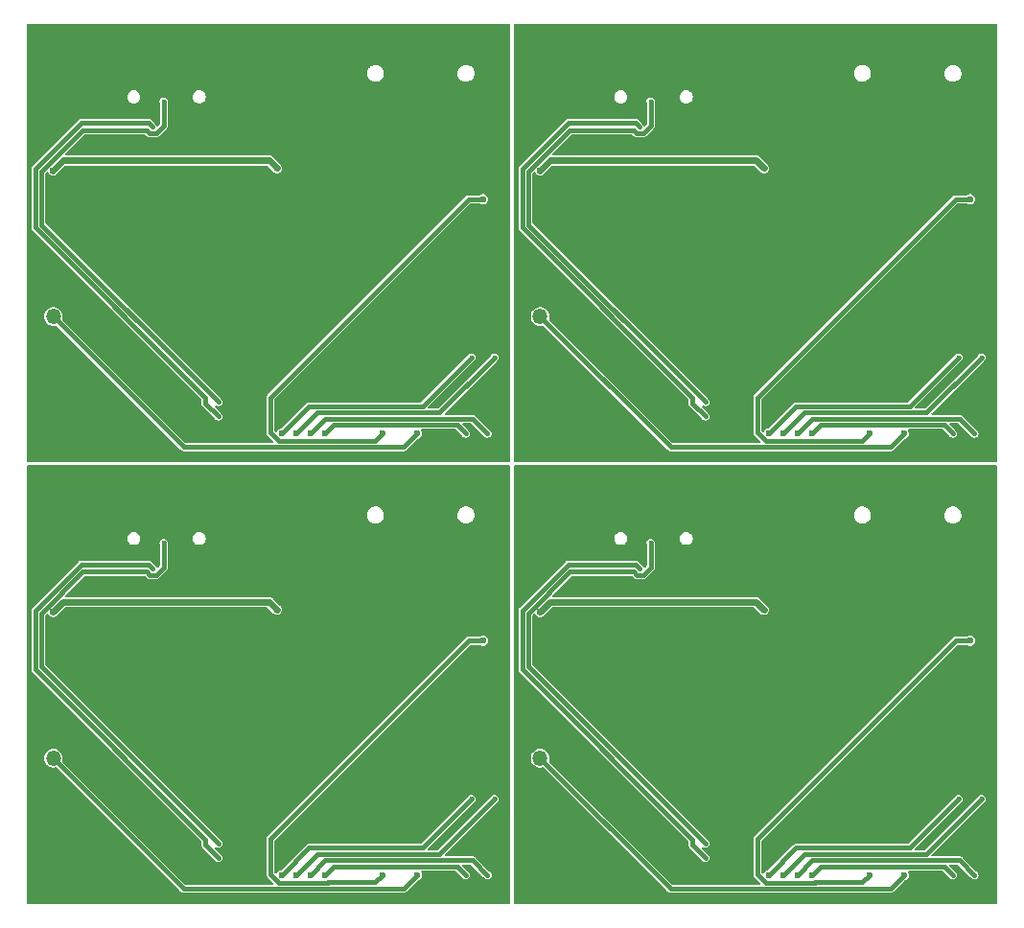
<source format=gbr>
%TF.GenerationSoftware,KiCad,Pcbnew,(6.0.7)*%
%TF.CreationDate,2023-02-26T08:18:56+08:00*%
%TF.ProjectId,Led_Control_Circuit_Panelization,4c65645f-436f-46e7-9472-6f6c5f436972,rev?*%
%TF.SameCoordinates,Original*%
%TF.FileFunction,Copper,L2,Bot*%
%TF.FilePolarity,Positive*%
%FSLAX46Y46*%
G04 Gerber Fmt 4.6, Leading zero omitted, Abs format (unit mm)*
G04 Created by KiCad (PCBNEW (6.0.7)) date 2023-02-26 08:18:56*
%MOMM*%
%LPD*%
G01*
G04 APERTURE LIST*
%TA.AperFunction,ComponentPad*%
%ADD10R,1.350000X1.350000*%
%TD*%
%TA.AperFunction,ComponentPad*%
%ADD11O,1.350000X1.350000*%
%TD*%
%TA.AperFunction,ComponentPad*%
%ADD12O,1.000000X1.600000*%
%TD*%
%TA.AperFunction,ComponentPad*%
%ADD13O,1.000000X2.100000*%
%TD*%
%TA.AperFunction,ViaPad*%
%ADD14C,0.600000*%
%TD*%
%TA.AperFunction,ViaPad*%
%ADD15C,0.400000*%
%TD*%
%TA.AperFunction,ViaPad*%
%ADD16C,1.000000*%
%TD*%
%TA.AperFunction,Conductor*%
%ADD17C,0.400000*%
%TD*%
%TA.AperFunction,Conductor*%
%ADD18C,0.600000*%
%TD*%
G04 APERTURE END LIST*
D10*
%TO.P,TP4,1,1*%
%TO.N,GND*%
X161000000Y-119500000D03*
D11*
%TO.P,TP4,2,2*%
%TO.N,Net-(TP1-Pad2)*%
X161000000Y-121500000D03*
%TD*%
D12*
%TO.P,J10,S1,SHIELD*%
%TO.N,GND*%
X175320000Y-98450000D03*
D13*
X166680000Y-102630000D03*
X175320000Y-102630000D03*
D12*
X166680000Y-98450000D03*
%TD*%
D10*
%TO.P,TP3,1,1*%
%TO.N,GND*%
X118000000Y-119500000D03*
D11*
%TO.P,TP3,2,2*%
%TO.N,Net-(TP1-Pad2)*%
X118000000Y-121500000D03*
%TD*%
D12*
%TO.P,J7,S1,SHIELD*%
%TO.N,GND*%
X132320000Y-98450000D03*
D13*
X123680000Y-102630000D03*
X132320000Y-102630000D03*
D12*
X123680000Y-98450000D03*
%TD*%
D10*
%TO.P,TP2,1,1*%
%TO.N,GND*%
X161000000Y-80500000D03*
D11*
%TO.P,TP2,2,2*%
%TO.N,Net-(TP1-Pad2)*%
X161000000Y-82500000D03*
%TD*%
D12*
%TO.P,J4,S1,SHIELD*%
%TO.N,GND*%
X175320000Y-59450000D03*
D13*
X166680000Y-63630000D03*
X175320000Y-63630000D03*
D12*
X166680000Y-59450000D03*
%TD*%
D10*
%TO.P,TP1,1,1*%
%TO.N,GND*%
X118000000Y-80500000D03*
D11*
%TO.P,TP1,2,2*%
%TO.N,Net-(TP1-Pad2)*%
X118000000Y-82500000D03*
%TD*%
D12*
%TO.P,J1,S1,SHIELD*%
%TO.N,GND*%
X132320000Y-59450000D03*
D13*
X123680000Y-63630000D03*
X132320000Y-63630000D03*
D12*
X123680000Y-59450000D03*
%TD*%
D14*
%TO.N,/SCK*%
X181176000Y-131837000D03*
%TO.N,/CS*%
X183716000Y-131837000D03*
D15*
%TO.N,/SCK*%
X197940000Y-125106000D03*
%TO.N,/MOSI*%
X199972000Y-125106000D03*
D14*
X182446000Y-131837000D03*
%TO.N,/CD*%
X198956000Y-111136000D03*
D16*
%TO.N,GND*%
X161999000Y-96658000D03*
D14*
%TO.N,Net-(C6-Pad2)*%
X180737000Y-108400000D03*
%TO.N,GND*%
X179374000Y-96961000D03*
D15*
X198067000Y-131837000D03*
D14*
%TO.N,Net-(C6-Pad2)*%
X160983000Y-108596000D03*
D15*
%TO.N,GND*%
X174250000Y-103545000D03*
%TO.N,/D-*%
X175588000Y-129043000D03*
%TO.N,GND*%
X198650000Y-125106000D03*
%TO.N,/CS*%
X199337000Y-131837000D03*
%TO.N,/MISO*%
X197432000Y-131837000D03*
D14*
%TO.N,GND*%
X170508000Y-131964000D03*
X160983000Y-116470000D03*
X182827000Y-121553000D03*
X177112000Y-108469000D03*
%TO.N,/MISO*%
X184986000Y-131837000D03*
%TO.N,Net-(TP1-Pad2)*%
X193114000Y-131837000D03*
D15*
%TO.N,/D-*%
X170762000Y-102500000D03*
%TO.N,/D+*%
X175588000Y-130313000D03*
X169746000Y-104744500D03*
D14*
%TO.N,/CD*%
X190066000Y-131837000D03*
D16*
%TO.N,GND*%
X161999000Y-98309000D03*
D14*
X200480000Y-100341000D03*
X175588000Y-108469000D03*
X183000000Y-97000000D03*
X200353000Y-109993000D03*
D16*
X164158000Y-98309000D03*
D14*
X193114000Y-113803000D03*
X181427000Y-120153000D03*
X165428000Y-131964000D03*
X175588000Y-113803000D03*
D15*
X167750000Y-103545000D03*
D14*
X198448000Y-123074000D03*
D16*
X159967000Y-96658000D03*
X164158000Y-96785000D03*
D14*
X165428000Y-109104000D03*
X182827000Y-122953000D03*
X185113000Y-110374000D03*
D16*
X159967000Y-98309000D03*
D14*
X182827000Y-120153000D03*
X165428000Y-114057000D03*
D15*
X196035000Y-131837000D03*
D14*
X182319000Y-99452000D03*
X184478000Y-100214000D03*
X165428000Y-129424000D03*
D15*
X196670000Y-125106000D03*
D14*
X160983000Y-130948000D03*
D15*
X199972000Y-131837000D03*
D14*
X184227000Y-121553000D03*
X170508000Y-109104000D03*
X167445000Y-105944000D03*
X182700000Y-108469000D03*
X175461000Y-110501000D03*
X184227000Y-122953000D03*
X181427000Y-121553000D03*
X181427000Y-122953000D03*
X195654000Y-111136000D03*
X184227000Y-120153000D03*
%TO.N,/SCK*%
X138176000Y-131837000D03*
%TO.N,/CS*%
X140716000Y-131837000D03*
D15*
%TO.N,/SCK*%
X154940000Y-125106000D03*
%TO.N,/MOSI*%
X156972000Y-125106000D03*
D14*
X139446000Y-131837000D03*
%TO.N,/CD*%
X155956000Y-111136000D03*
D16*
%TO.N,GND*%
X118999000Y-96658000D03*
D14*
%TO.N,Net-(C6-Pad2)*%
X137737000Y-108400000D03*
%TO.N,GND*%
X136374000Y-96961000D03*
D15*
X155067000Y-131837000D03*
D14*
%TO.N,Net-(C6-Pad2)*%
X117983000Y-108596000D03*
D15*
%TO.N,GND*%
X131250000Y-103545000D03*
%TO.N,/D-*%
X132588000Y-129043000D03*
%TO.N,GND*%
X155650000Y-125106000D03*
%TO.N,/CS*%
X156337000Y-131837000D03*
%TO.N,/MISO*%
X154432000Y-131837000D03*
D14*
%TO.N,GND*%
X127508000Y-131964000D03*
X117983000Y-116470000D03*
X139827000Y-121553000D03*
X134112000Y-108469000D03*
%TO.N,/MISO*%
X141986000Y-131837000D03*
%TO.N,Net-(TP1-Pad2)*%
X150114000Y-131837000D03*
D15*
%TO.N,/D-*%
X127762000Y-102500000D03*
%TO.N,/D+*%
X132588000Y-130313000D03*
X126746000Y-104744500D03*
D14*
%TO.N,/CD*%
X147066000Y-131837000D03*
D16*
%TO.N,GND*%
X118999000Y-98309000D03*
D14*
X157480000Y-100341000D03*
X132588000Y-108469000D03*
X140000000Y-97000000D03*
X157353000Y-109993000D03*
D16*
X121158000Y-98309000D03*
D14*
X150114000Y-113803000D03*
X138427000Y-120153000D03*
X122428000Y-131964000D03*
X132588000Y-113803000D03*
D15*
X124750000Y-103545000D03*
D14*
X155448000Y-123074000D03*
D16*
X116967000Y-96658000D03*
X121158000Y-96785000D03*
D14*
X122428000Y-109104000D03*
X139827000Y-122953000D03*
X142113000Y-110374000D03*
D16*
X116967000Y-98309000D03*
D14*
X139827000Y-120153000D03*
X122428000Y-114057000D03*
D15*
X153035000Y-131837000D03*
D14*
X139319000Y-99452000D03*
X141478000Y-100214000D03*
X122428000Y-129424000D03*
D15*
X153670000Y-125106000D03*
D14*
X117983000Y-130948000D03*
D15*
X156972000Y-131837000D03*
D14*
X141227000Y-121553000D03*
X127508000Y-109104000D03*
X124445000Y-105944000D03*
X139700000Y-108469000D03*
X132461000Y-110501000D03*
X141227000Y-122953000D03*
X138427000Y-121553000D03*
X138427000Y-122953000D03*
X152654000Y-111136000D03*
X141227000Y-120153000D03*
%TO.N,/SCK*%
X181176000Y-92837000D03*
%TO.N,/CS*%
X183716000Y-92837000D03*
D15*
%TO.N,/SCK*%
X197940000Y-86106000D03*
%TO.N,/MOSI*%
X199972000Y-86106000D03*
D14*
X182446000Y-92837000D03*
%TO.N,/CD*%
X198956000Y-72136000D03*
D16*
%TO.N,GND*%
X161999000Y-57658000D03*
D14*
%TO.N,Net-(C6-Pad2)*%
X180737000Y-69400000D03*
%TO.N,GND*%
X179374000Y-57961000D03*
D15*
X198067000Y-92837000D03*
D14*
%TO.N,Net-(C6-Pad2)*%
X160983000Y-69596000D03*
D15*
%TO.N,GND*%
X174250000Y-64545000D03*
%TO.N,/D-*%
X175588000Y-90043000D03*
%TO.N,GND*%
X198650000Y-86106000D03*
%TO.N,/CS*%
X199337000Y-92837000D03*
%TO.N,/MISO*%
X197432000Y-92837000D03*
D14*
%TO.N,GND*%
X170508000Y-92964000D03*
X160983000Y-77470000D03*
X182827000Y-82553000D03*
X177112000Y-69469000D03*
%TO.N,/MISO*%
X184986000Y-92837000D03*
%TO.N,Net-(TP1-Pad2)*%
X193114000Y-92837000D03*
D15*
%TO.N,/D-*%
X170762000Y-63500000D03*
%TO.N,/D+*%
X175588000Y-91313000D03*
X169746000Y-65744500D03*
D14*
%TO.N,/CD*%
X190066000Y-92837000D03*
D16*
%TO.N,GND*%
X161999000Y-59309000D03*
D14*
X200480000Y-61341000D03*
X175588000Y-69469000D03*
X183000000Y-58000000D03*
X200353000Y-70993000D03*
D16*
X164158000Y-59309000D03*
D14*
X193114000Y-74803000D03*
X181427000Y-81153000D03*
X165428000Y-92964000D03*
X175588000Y-74803000D03*
D15*
X167750000Y-64545000D03*
D14*
X198448000Y-84074000D03*
D16*
X159967000Y-57658000D03*
X164158000Y-57785000D03*
D14*
X165428000Y-70104000D03*
X182827000Y-83953000D03*
X185113000Y-71374000D03*
D16*
X159967000Y-59309000D03*
D14*
X182827000Y-81153000D03*
X165428000Y-75057000D03*
D15*
X196035000Y-92837000D03*
D14*
X182319000Y-60452000D03*
X184478000Y-61214000D03*
X165428000Y-90424000D03*
D15*
X196670000Y-86106000D03*
D14*
X160983000Y-91948000D03*
D15*
X199972000Y-92837000D03*
D14*
X184227000Y-82553000D03*
X170508000Y-70104000D03*
X167445000Y-66944000D03*
X182700000Y-69469000D03*
X175461000Y-71501000D03*
X184227000Y-83953000D03*
X181427000Y-82553000D03*
X181427000Y-83953000D03*
X195654000Y-72136000D03*
X184227000Y-81153000D03*
X141227000Y-81153000D03*
D15*
X124750000Y-64545000D03*
D14*
X155448000Y-84074000D03*
X152654000Y-72136000D03*
D16*
X116967000Y-57658000D03*
D14*
X132588000Y-74803000D03*
X141478000Y-61214000D03*
X122428000Y-92964000D03*
X138427000Y-82553000D03*
X127508000Y-70104000D03*
X124445000Y-66944000D03*
X141227000Y-82553000D03*
X138427000Y-81153000D03*
X150114000Y-74803000D03*
D16*
X121158000Y-59309000D03*
D15*
X156972000Y-92837000D03*
D14*
X138427000Y-83953000D03*
X122428000Y-90424000D03*
X140000000Y-58000000D03*
D16*
X118999000Y-59309000D03*
D14*
X141227000Y-83953000D03*
X132588000Y-69469000D03*
X157480000Y-61341000D03*
X132461000Y-71501000D03*
X117983000Y-91948000D03*
D15*
X153670000Y-86106000D03*
D14*
X139700000Y-69469000D03*
X139319000Y-60452000D03*
D15*
X153035000Y-92837000D03*
D14*
X122428000Y-75057000D03*
X139827000Y-81153000D03*
X157353000Y-70993000D03*
D16*
X116967000Y-59309000D03*
D14*
X142113000Y-71374000D03*
X139827000Y-83953000D03*
X122428000Y-70104000D03*
D16*
X121158000Y-57785000D03*
X118999000Y-57658000D03*
D14*
X139827000Y-82553000D03*
X117983000Y-77470000D03*
X134112000Y-69469000D03*
D15*
X155067000Y-92837000D03*
X131250000Y-64545000D03*
X155650000Y-86106000D03*
D14*
X127508000Y-92964000D03*
X136374000Y-57961000D03*
%TO.N,Net-(C6-Pad2)*%
X117983000Y-69596000D03*
X137737000Y-69400000D03*
%TO.N,/CD*%
X147066000Y-92837000D03*
X155956000Y-72136000D03*
D15*
%TO.N,/D+*%
X126746000Y-65744500D03*
X132588000Y-91313000D03*
%TO.N,/D-*%
X127762000Y-63500000D03*
X132588000Y-90043000D03*
D14*
%TO.N,Net-(TP1-Pad2)*%
X150114000Y-92837000D03*
%TO.N,/MISO*%
X141986000Y-92837000D03*
D15*
X154432000Y-92837000D03*
%TO.N,/CS*%
X156337000Y-92837000D03*
D14*
X140716000Y-92837000D03*
%TO.N,/MOSI*%
X139446000Y-92837000D03*
D15*
X156972000Y-86106000D03*
%TO.N,/SCK*%
X154940000Y-86106000D03*
D14*
X138176000Y-92837000D03*
%TD*%
D17*
%TO.N,/MOSI*%
X182446000Y-131837000D02*
X184308000Y-129975000D01*
%TO.N,/SCK*%
X183588000Y-129425000D02*
X193621000Y-129425000D01*
X193621000Y-129425000D02*
X197940000Y-125106000D01*
%TO.N,/MISO*%
X197432000Y-131837000D02*
X196670000Y-131075000D01*
%TO.N,Net-(TP1-Pad2)*%
X191914000Y-133037000D02*
X172537000Y-133037000D01*
X172537000Y-133037000D02*
X161000000Y-121500000D01*
%TO.N,/MISO*%
X196670000Y-131075000D02*
X185748000Y-131075000D01*
%TO.N,/SCK*%
X181176000Y-131837000D02*
X183588000Y-129425000D01*
%TO.N,/MOSI*%
X195103000Y-129975000D02*
X199972000Y-125106000D01*
%TO.N,/CS*%
X183716000Y-131837000D02*
X185028000Y-130525000D01*
%TO.N,Net-(TP1-Pad2)*%
X193114000Y-131837000D02*
X191914000Y-133037000D01*
%TO.N,/MISO*%
X185748000Y-131075000D02*
X184986000Y-131837000D01*
%TO.N,/MOSI*%
X184308000Y-129975000D02*
X195103000Y-129975000D01*
%TO.N,/CS*%
X185028000Y-130525000D02*
X198025000Y-130525000D01*
X198025000Y-130525000D02*
X199337000Y-131837000D01*
%TO.N,/D+*%
X169406500Y-104405000D02*
X163476944Y-104405000D01*
X169746000Y-104744500D02*
X169406500Y-104405000D01*
%TO.N,/D-*%
X170762000Y-104659000D02*
X170762000Y-102500000D01*
X159967000Y-108692762D02*
X163619762Y-105040000D01*
%TO.N,/D+*%
X174445000Y-129170000D02*
X175588000Y-130313000D01*
%TO.N,/D-*%
X175588000Y-129043000D02*
X159967000Y-113422000D01*
X170106500Y-105314500D02*
X170762000Y-104659000D01*
%TO.N,/D+*%
X174445000Y-128677818D02*
X174445000Y-129170000D01*
X159417000Y-113649818D02*
X174445000Y-128677818D01*
%TO.N,/D-*%
X169509898Y-105314500D02*
X170106500Y-105314500D01*
X169235398Y-105040000D02*
X169509898Y-105314500D01*
X163619762Y-105040000D02*
X169235398Y-105040000D01*
X159967000Y-113422000D02*
X159967000Y-108692762D01*
%TO.N,/D+*%
X163476944Y-104405000D02*
X159417000Y-108464944D01*
X159417000Y-108464944D02*
X159417000Y-113649818D01*
%TO.N,/CD*%
X197686000Y-111136000D02*
X180160000Y-128662000D01*
X180906761Y-132487000D02*
X185255239Y-132487000D01*
X180160000Y-128662000D02*
X180160000Y-131740239D01*
X180160000Y-131740239D02*
X180906761Y-132487000D01*
X185255239Y-132487000D02*
X185270239Y-132472000D01*
X198956000Y-111136000D02*
X197686000Y-111136000D01*
X189431000Y-132472000D02*
X190066000Y-131837000D01*
X185270239Y-132472000D02*
X189431000Y-132472000D01*
D18*
%TO.N,Net-(C6-Pad2)*%
X161860000Y-107719000D02*
X160983000Y-108596000D01*
X180056000Y-107719000D02*
X161860000Y-107719000D01*
X180737000Y-108400000D02*
X180056000Y-107719000D01*
D17*
%TO.N,/MOSI*%
X139446000Y-131837000D02*
X141308000Y-129975000D01*
%TO.N,/SCK*%
X140588000Y-129425000D02*
X150621000Y-129425000D01*
X150621000Y-129425000D02*
X154940000Y-125106000D01*
%TO.N,/MISO*%
X154432000Y-131837000D02*
X153670000Y-131075000D01*
%TO.N,Net-(TP1-Pad2)*%
X148914000Y-133037000D02*
X129537000Y-133037000D01*
X129537000Y-133037000D02*
X118000000Y-121500000D01*
%TO.N,/MISO*%
X153670000Y-131075000D02*
X142748000Y-131075000D01*
%TO.N,/SCK*%
X138176000Y-131837000D02*
X140588000Y-129425000D01*
%TO.N,/MOSI*%
X152103000Y-129975000D02*
X156972000Y-125106000D01*
%TO.N,/CS*%
X140716000Y-131837000D02*
X142028000Y-130525000D01*
%TO.N,Net-(TP1-Pad2)*%
X150114000Y-131837000D02*
X148914000Y-133037000D01*
%TO.N,/MISO*%
X142748000Y-131075000D02*
X141986000Y-131837000D01*
%TO.N,/MOSI*%
X141308000Y-129975000D02*
X152103000Y-129975000D01*
%TO.N,/CS*%
X142028000Y-130525000D02*
X155025000Y-130525000D01*
X155025000Y-130525000D02*
X156337000Y-131837000D01*
%TO.N,/D+*%
X126406500Y-104405000D02*
X120476944Y-104405000D01*
X126746000Y-104744500D02*
X126406500Y-104405000D01*
%TO.N,/D-*%
X127762000Y-104659000D02*
X127762000Y-102500000D01*
X116967000Y-108692762D02*
X120619762Y-105040000D01*
%TO.N,/D+*%
X131445000Y-129170000D02*
X132588000Y-130313000D01*
%TO.N,/D-*%
X132588000Y-129043000D02*
X116967000Y-113422000D01*
X127106500Y-105314500D02*
X127762000Y-104659000D01*
%TO.N,/D+*%
X131445000Y-128677818D02*
X131445000Y-129170000D01*
X116417000Y-113649818D02*
X131445000Y-128677818D01*
%TO.N,/D-*%
X126509898Y-105314500D02*
X127106500Y-105314500D01*
X126235398Y-105040000D02*
X126509898Y-105314500D01*
X120619762Y-105040000D02*
X126235398Y-105040000D01*
X116967000Y-113422000D02*
X116967000Y-108692762D01*
%TO.N,/D+*%
X120476944Y-104405000D02*
X116417000Y-108464944D01*
X116417000Y-108464944D02*
X116417000Y-113649818D01*
%TO.N,/CD*%
X154686000Y-111136000D02*
X137160000Y-128662000D01*
X137906761Y-132487000D02*
X142255239Y-132487000D01*
X137160000Y-128662000D02*
X137160000Y-131740239D01*
X137160000Y-131740239D02*
X137906761Y-132487000D01*
X142255239Y-132487000D02*
X142270239Y-132472000D01*
X155956000Y-111136000D02*
X154686000Y-111136000D01*
X146431000Y-132472000D02*
X147066000Y-131837000D01*
X142270239Y-132472000D02*
X146431000Y-132472000D01*
D18*
%TO.N,Net-(C6-Pad2)*%
X118860000Y-107719000D02*
X117983000Y-108596000D01*
X137056000Y-107719000D02*
X118860000Y-107719000D01*
X137737000Y-108400000D02*
X137056000Y-107719000D01*
D17*
%TO.N,/MOSI*%
X182446000Y-92837000D02*
X184308000Y-90975000D01*
%TO.N,/SCK*%
X183588000Y-90425000D02*
X193621000Y-90425000D01*
X193621000Y-90425000D02*
X197940000Y-86106000D01*
%TO.N,/MISO*%
X197432000Y-92837000D02*
X196670000Y-92075000D01*
%TO.N,Net-(TP1-Pad2)*%
X191914000Y-94037000D02*
X172537000Y-94037000D01*
X172537000Y-94037000D02*
X161000000Y-82500000D01*
%TO.N,/MISO*%
X196670000Y-92075000D02*
X185748000Y-92075000D01*
%TO.N,/SCK*%
X181176000Y-92837000D02*
X183588000Y-90425000D01*
%TO.N,/MOSI*%
X195103000Y-90975000D02*
X199972000Y-86106000D01*
%TO.N,/CS*%
X183716000Y-92837000D02*
X185028000Y-91525000D01*
%TO.N,Net-(TP1-Pad2)*%
X193114000Y-92837000D02*
X191914000Y-94037000D01*
%TO.N,/MISO*%
X185748000Y-92075000D02*
X184986000Y-92837000D01*
%TO.N,/MOSI*%
X184308000Y-90975000D02*
X195103000Y-90975000D01*
%TO.N,/CS*%
X185028000Y-91525000D02*
X198025000Y-91525000D01*
X198025000Y-91525000D02*
X199337000Y-92837000D01*
%TO.N,/D+*%
X169406500Y-65405000D02*
X163476944Y-65405000D01*
X169746000Y-65744500D02*
X169406500Y-65405000D01*
%TO.N,/D-*%
X170762000Y-65659000D02*
X170762000Y-63500000D01*
X159967000Y-69692762D02*
X163619762Y-66040000D01*
%TO.N,/D+*%
X174445000Y-90170000D02*
X175588000Y-91313000D01*
%TO.N,/D-*%
X175588000Y-90043000D02*
X159967000Y-74422000D01*
X170106500Y-66314500D02*
X170762000Y-65659000D01*
%TO.N,/D+*%
X174445000Y-89677818D02*
X174445000Y-90170000D01*
X159417000Y-74649818D02*
X174445000Y-89677818D01*
%TO.N,/D-*%
X169509898Y-66314500D02*
X170106500Y-66314500D01*
X169235398Y-66040000D02*
X169509898Y-66314500D01*
X163619762Y-66040000D02*
X169235398Y-66040000D01*
X159967000Y-74422000D02*
X159967000Y-69692762D01*
%TO.N,/D+*%
X163476944Y-65405000D02*
X159417000Y-69464944D01*
X159417000Y-69464944D02*
X159417000Y-74649818D01*
%TO.N,/CD*%
X197686000Y-72136000D02*
X180160000Y-89662000D01*
X180906761Y-93487000D02*
X185255239Y-93487000D01*
X180160000Y-89662000D02*
X180160000Y-92740239D01*
X180160000Y-92740239D02*
X180906761Y-93487000D01*
X185255239Y-93487000D02*
X185270239Y-93472000D01*
X198956000Y-72136000D02*
X197686000Y-72136000D01*
X189431000Y-93472000D02*
X190066000Y-92837000D01*
X185270239Y-93472000D02*
X189431000Y-93472000D01*
D18*
%TO.N,Net-(C6-Pad2)*%
X161860000Y-68719000D02*
X160983000Y-69596000D01*
X180056000Y-68719000D02*
X161860000Y-68719000D01*
X180737000Y-69400000D02*
X180056000Y-68719000D01*
X137056000Y-68719000D02*
X118860000Y-68719000D01*
X137737000Y-69400000D02*
X137056000Y-68719000D01*
X118860000Y-68719000D02*
X117983000Y-69596000D01*
D17*
%TO.N,/CD*%
X137906761Y-93487000D02*
X142255239Y-93487000D01*
X137160000Y-92740239D02*
X137906761Y-93487000D01*
X146431000Y-93472000D02*
X147066000Y-92837000D01*
X154686000Y-72136000D02*
X137160000Y-89662000D01*
X155956000Y-72136000D02*
X154686000Y-72136000D01*
X137160000Y-89662000D02*
X137160000Y-92740239D01*
X142270239Y-93472000D02*
X146431000Y-93472000D01*
X142255239Y-93487000D02*
X142270239Y-93472000D01*
%TO.N,/D+*%
X131445000Y-90170000D02*
X132588000Y-91313000D01*
X126746000Y-65744500D02*
X126406500Y-65405000D01*
X131445000Y-89677818D02*
X131445000Y-90170000D01*
X116417000Y-69464944D02*
X116417000Y-74649818D01*
X126406500Y-65405000D02*
X120476944Y-65405000D01*
X120476944Y-65405000D02*
X116417000Y-69464944D01*
X116417000Y-74649818D02*
X131445000Y-89677818D01*
%TO.N,/D-*%
X116967000Y-74422000D02*
X116967000Y-69692762D01*
X116967000Y-69692762D02*
X120619762Y-66040000D01*
X120619762Y-66040000D02*
X126235398Y-66040000D01*
X126235398Y-66040000D02*
X126509898Y-66314500D01*
X132588000Y-90043000D02*
X116967000Y-74422000D01*
X126509898Y-66314500D02*
X127106500Y-66314500D01*
X127106500Y-66314500D02*
X127762000Y-65659000D01*
X127762000Y-65659000D02*
X127762000Y-63500000D01*
%TO.N,Net-(TP1-Pad2)*%
X129537000Y-94037000D02*
X118000000Y-82500000D01*
X148914000Y-94037000D02*
X129537000Y-94037000D01*
X150114000Y-92837000D02*
X148914000Y-94037000D01*
%TO.N,/MISO*%
X154432000Y-92837000D02*
X153670000Y-92075000D01*
X142748000Y-92075000D02*
X141986000Y-92837000D01*
X153670000Y-92075000D02*
X142748000Y-92075000D01*
%TO.N,/CS*%
X140716000Y-92837000D02*
X142028000Y-91525000D01*
X142028000Y-91525000D02*
X155025000Y-91525000D01*
X155025000Y-91525000D02*
X156337000Y-92837000D01*
%TO.N,/MOSI*%
X152103000Y-90975000D02*
X156972000Y-86106000D01*
X141308000Y-90975000D02*
X152103000Y-90975000D01*
X139446000Y-92837000D02*
X141308000Y-90975000D01*
%TO.N,/SCK*%
X138176000Y-92837000D02*
X140588000Y-90425000D01*
X150621000Y-90425000D02*
X154940000Y-86106000D01*
X140588000Y-90425000D02*
X150621000Y-90425000D01*
%TD*%
%TA.AperFunction,Conductor*%
%TO.N,GND*%
G36*
X158308691Y-56669407D02*
G01*
X158344655Y-56718907D01*
X158349500Y-56749500D01*
X158349500Y-95250500D01*
X158330593Y-95308691D01*
X158281093Y-95344655D01*
X158250500Y-95349500D01*
X115749500Y-95349500D01*
X115691309Y-95330593D01*
X115655345Y-95281093D01*
X115650500Y-95250500D01*
X115650500Y-82500000D01*
X117169953Y-82500000D01*
X117188092Y-82672576D01*
X117241714Y-82837611D01*
X117328478Y-82987889D01*
X117331946Y-82991741D01*
X117331950Y-82991746D01*
X117441120Y-83112992D01*
X117441124Y-83112996D01*
X117444590Y-83116845D01*
X117584976Y-83218842D01*
X117589708Y-83220949D01*
X117589710Y-83220950D01*
X117738763Y-83287313D01*
X117738767Y-83287314D01*
X117743501Y-83289422D01*
X117748571Y-83290500D01*
X117748572Y-83290500D01*
X117765368Y-83294070D01*
X117913236Y-83325500D01*
X118086764Y-83325500D01*
X118144385Y-83313252D01*
X118234634Y-83294070D01*
X118295484Y-83300466D01*
X118325221Y-83320903D01*
X129255253Y-94250934D01*
X129268418Y-94267236D01*
X129274175Y-94276152D01*
X129280604Y-94281220D01*
X129299328Y-94295981D01*
X129303737Y-94299898D01*
X129303738Y-94299897D01*
X129306867Y-94302548D01*
X129309747Y-94305428D01*
X129313065Y-94307799D01*
X129313066Y-94307800D01*
X129324584Y-94316031D01*
X129328313Y-94318831D01*
X129365811Y-94348392D01*
X129373116Y-94350957D01*
X129374366Y-94351607D01*
X129380669Y-94356111D01*
X129412458Y-94365618D01*
X129426415Y-94369792D01*
X129430851Y-94371233D01*
X129470033Y-94384993D01*
X129470036Y-94384994D01*
X129475906Y-94387055D01*
X129481044Y-94387500D01*
X129483182Y-94387500D01*
X129484901Y-94387574D01*
X129486262Y-94387689D01*
X129492464Y-94389544D01*
X129500635Y-94389223D01*
X129542554Y-94387576D01*
X129546441Y-94387500D01*
X148866052Y-94387500D01*
X148886888Y-94389718D01*
X148888170Y-94389994D01*
X148897261Y-94391951D01*
X148929071Y-94388186D01*
X148934963Y-94387839D01*
X148934963Y-94387836D01*
X148939030Y-94387500D01*
X148943115Y-94387500D01*
X148947141Y-94386830D01*
X148947152Y-94386829D01*
X148961119Y-94384504D01*
X148965726Y-94383848D01*
X148988689Y-94381130D01*
X149005012Y-94379198D01*
X149005013Y-94379198D01*
X149013138Y-94378236D01*
X149020122Y-94374882D01*
X149021454Y-94374461D01*
X149029103Y-94373188D01*
X149071160Y-94350495D01*
X149075283Y-94348395D01*
X149112717Y-94330420D01*
X149112721Y-94330418D01*
X149118326Y-94327726D01*
X149122274Y-94324408D01*
X149123782Y-94322900D01*
X149125071Y-94321718D01*
X149126097Y-94320852D01*
X149131794Y-94317778D01*
X149137345Y-94311773D01*
X149137350Y-94311769D01*
X149165809Y-94280982D01*
X149168503Y-94278179D01*
X150134867Y-93311815D01*
X150178831Y-93286305D01*
X150200468Y-93280406D01*
X150294755Y-93254700D01*
X150404724Y-93187179D01*
X150473352Y-93111360D01*
X150486590Y-93096735D01*
X150486590Y-93096734D01*
X150491322Y-93091507D01*
X150525718Y-93020515D01*
X150544512Y-92981724D01*
X150544512Y-92981723D01*
X150547588Y-92975375D01*
X150566571Y-92862540D01*
X150568363Y-92851891D01*
X150568363Y-92851886D01*
X150568997Y-92848120D01*
X150569133Y-92837000D01*
X150550839Y-92709259D01*
X150508669Y-92616511D01*
X150500349Y-92598212D01*
X150500348Y-92598211D01*
X150497428Y-92591788D01*
X150492822Y-92586442D01*
X150489024Y-92580504D01*
X150490989Y-92579247D01*
X150471470Y-92532691D01*
X150485498Y-92473136D01*
X150531853Y-92433200D01*
X150570131Y-92425500D01*
X153483810Y-92425500D01*
X153542001Y-92444407D01*
X153553814Y-92454496D01*
X154088054Y-92988736D01*
X154106260Y-93013795D01*
X154128523Y-93057489D01*
X154211511Y-93140477D01*
X154218448Y-93144012D01*
X154218450Y-93144013D01*
X154309141Y-93190222D01*
X154309144Y-93190223D01*
X154316082Y-93193758D01*
X154323776Y-93194977D01*
X154323777Y-93194977D01*
X154424304Y-93210899D01*
X154432000Y-93212118D01*
X154439696Y-93210899D01*
X154540223Y-93194977D01*
X154540224Y-93194977D01*
X154547918Y-93193758D01*
X154554856Y-93190223D01*
X154554859Y-93190222D01*
X154645550Y-93144013D01*
X154645552Y-93144012D01*
X154652489Y-93140477D01*
X154735477Y-93057489D01*
X154767448Y-92994742D01*
X154785222Y-92959859D01*
X154785223Y-92959856D01*
X154788758Y-92952918D01*
X154790970Y-92938956D01*
X154805899Y-92844696D01*
X154807118Y-92837000D01*
X154788758Y-92721082D01*
X154785223Y-92714144D01*
X154785222Y-92714141D01*
X154739013Y-92623450D01*
X154739012Y-92623448D01*
X154735477Y-92616511D01*
X154652489Y-92533523D01*
X154645552Y-92529988D01*
X154645550Y-92529987D01*
X154608795Y-92511260D01*
X154583736Y-92493054D01*
X154135186Y-92044504D01*
X154107409Y-91989987D01*
X154116980Y-91929555D01*
X154160245Y-91886290D01*
X154205190Y-91875500D01*
X154838810Y-91875500D01*
X154897001Y-91894407D01*
X154908814Y-91904496D01*
X155993054Y-92988736D01*
X156011260Y-93013795D01*
X156033523Y-93057489D01*
X156116511Y-93140477D01*
X156123448Y-93144012D01*
X156123450Y-93144013D01*
X156214141Y-93190222D01*
X156214144Y-93190223D01*
X156221082Y-93193758D01*
X156228776Y-93194977D01*
X156228777Y-93194977D01*
X156329304Y-93210899D01*
X156337000Y-93212118D01*
X156344696Y-93210899D01*
X156445223Y-93194977D01*
X156445224Y-93194977D01*
X156452918Y-93193758D01*
X156459856Y-93190223D01*
X156459859Y-93190222D01*
X156550550Y-93144013D01*
X156550552Y-93144012D01*
X156557489Y-93140477D01*
X156640477Y-93057489D01*
X156672448Y-92994742D01*
X156690222Y-92959859D01*
X156690223Y-92959856D01*
X156693758Y-92952918D01*
X156695970Y-92938956D01*
X156710899Y-92844696D01*
X156712118Y-92837000D01*
X156693758Y-92721082D01*
X156690223Y-92714144D01*
X156690222Y-92714141D01*
X156644013Y-92623450D01*
X156644012Y-92623448D01*
X156640477Y-92616511D01*
X156557489Y-92533523D01*
X156550552Y-92529988D01*
X156550550Y-92529987D01*
X156513795Y-92511260D01*
X156488736Y-92493054D01*
X155306745Y-91311063D01*
X155293580Y-91294760D01*
X155292267Y-91292726D01*
X155292264Y-91292722D01*
X155287825Y-91285848D01*
X155262668Y-91266015D01*
X155258263Y-91262101D01*
X155258262Y-91262102D01*
X155255131Y-91259449D01*
X155252254Y-91256572D01*
X155237399Y-91245956D01*
X155233681Y-91243165D01*
X155202614Y-91218673D01*
X155202613Y-91218673D01*
X155196189Y-91213608D01*
X155188882Y-91211042D01*
X155187637Y-91210395D01*
X155181331Y-91205889D01*
X155149542Y-91196382D01*
X155135585Y-91192208D01*
X155131149Y-91190767D01*
X155091967Y-91177007D01*
X155091964Y-91177006D01*
X155086094Y-91174945D01*
X155080956Y-91174500D01*
X155078818Y-91174500D01*
X155077099Y-91174426D01*
X155075738Y-91174311D01*
X155069536Y-91172456D01*
X155061365Y-91172777D01*
X155019446Y-91174424D01*
X155015559Y-91174500D01*
X152638190Y-91174500D01*
X152579999Y-91155593D01*
X152544035Y-91106093D01*
X152544035Y-91044907D01*
X152568186Y-91005496D01*
X157123734Y-86449947D01*
X157148793Y-86431741D01*
X157185550Y-86413013D01*
X157185552Y-86413012D01*
X157192489Y-86409477D01*
X157275477Y-86326489D01*
X157279013Y-86319550D01*
X157325222Y-86228859D01*
X157325223Y-86228856D01*
X157328758Y-86221918D01*
X157347118Y-86106000D01*
X157328758Y-85990082D01*
X157325223Y-85983144D01*
X157325222Y-85983141D01*
X157279013Y-85892450D01*
X157279012Y-85892448D01*
X157275477Y-85885511D01*
X157192489Y-85802523D01*
X157185552Y-85798988D01*
X157185550Y-85798987D01*
X157094859Y-85752778D01*
X157094856Y-85752777D01*
X157087918Y-85749242D01*
X157080224Y-85748023D01*
X157080223Y-85748023D01*
X156979696Y-85732101D01*
X156972000Y-85730882D01*
X156964304Y-85732101D01*
X156863777Y-85748023D01*
X156863776Y-85748023D01*
X156856082Y-85749242D01*
X156849144Y-85752777D01*
X156849141Y-85752778D01*
X156758450Y-85798987D01*
X156758448Y-85798988D01*
X156751511Y-85802523D01*
X156668523Y-85885511D01*
X156664988Y-85892448D01*
X156664987Y-85892450D01*
X156646260Y-85929205D01*
X156628054Y-85954264D01*
X151986814Y-90595504D01*
X151932297Y-90623281D01*
X151916810Y-90624500D01*
X151156190Y-90624500D01*
X151097999Y-90605593D01*
X151062035Y-90556093D01*
X151062035Y-90494907D01*
X151086186Y-90455496D01*
X155091736Y-86449946D01*
X155116795Y-86431740D01*
X155153550Y-86413013D01*
X155153552Y-86413012D01*
X155160489Y-86409477D01*
X155243477Y-86326489D01*
X155247013Y-86319550D01*
X155293222Y-86228859D01*
X155293223Y-86228856D01*
X155296758Y-86221918D01*
X155315118Y-86106000D01*
X155296758Y-85990082D01*
X155293223Y-85983144D01*
X155293222Y-85983141D01*
X155247013Y-85892450D01*
X155247012Y-85892448D01*
X155243477Y-85885511D01*
X155160489Y-85802523D01*
X155153552Y-85798988D01*
X155153550Y-85798987D01*
X155062859Y-85752778D01*
X155062856Y-85752777D01*
X155055918Y-85749242D01*
X155048224Y-85748023D01*
X155048223Y-85748023D01*
X154947696Y-85732101D01*
X154940000Y-85730882D01*
X154932304Y-85732101D01*
X154831777Y-85748023D01*
X154831776Y-85748023D01*
X154824082Y-85749242D01*
X154817144Y-85752777D01*
X154817141Y-85752778D01*
X154726450Y-85798987D01*
X154726448Y-85798988D01*
X154719511Y-85802523D01*
X154636523Y-85885511D01*
X154632988Y-85892448D01*
X154632987Y-85892450D01*
X154614260Y-85929205D01*
X154596054Y-85954264D01*
X150504814Y-90045504D01*
X150450297Y-90073281D01*
X150434810Y-90074500D01*
X140635948Y-90074500D01*
X140615112Y-90072282D01*
X140613830Y-90072006D01*
X140604739Y-90070049D01*
X140572929Y-90073814D01*
X140567037Y-90074161D01*
X140567037Y-90074164D01*
X140562970Y-90074500D01*
X140558885Y-90074500D01*
X140554859Y-90075170D01*
X140554848Y-90075171D01*
X140540881Y-90077496D01*
X140536269Y-90078153D01*
X140488861Y-90083764D01*
X140481878Y-90087117D01*
X140480544Y-90087539D01*
X140472897Y-90088812D01*
X140465696Y-90092698D01*
X140465695Y-90092698D01*
X140430861Y-90111494D01*
X140426703Y-90113612D01*
X140389288Y-90131578D01*
X140389287Y-90131579D01*
X140383674Y-90134274D01*
X140379726Y-90137592D01*
X140378216Y-90139102D01*
X140376929Y-90140282D01*
X140375903Y-90141148D01*
X140370206Y-90144222D01*
X140364655Y-90150227D01*
X140364650Y-90150231D01*
X140336191Y-90181018D01*
X140333497Y-90183821D01*
X138156183Y-92361135D01*
X138113384Y-92386320D01*
X137996935Y-92419601D01*
X137996933Y-92419602D01*
X137990155Y-92421539D01*
X137984191Y-92425302D01*
X137953912Y-92444407D01*
X137881019Y-92490399D01*
X137795596Y-92587122D01*
X137784383Y-92611005D01*
X137761895Y-92658903D01*
X137720049Y-92703542D01*
X137659958Y-92715059D01*
X137602276Y-92686833D01*
X137539496Y-92624053D01*
X137511719Y-92569536D01*
X137510500Y-92554049D01*
X137510500Y-89848190D01*
X137529407Y-89789999D01*
X137539496Y-89778186D01*
X154802185Y-72515496D01*
X154856702Y-72487719D01*
X154872189Y-72486500D01*
X155639541Y-72486500D01*
X155694398Y-72503088D01*
X155760060Y-72546796D01*
X155766788Y-72548898D01*
X155766790Y-72548899D01*
X155821646Y-72566037D01*
X155883233Y-72585278D01*
X155947744Y-72586461D01*
X156005202Y-72587514D01*
X156005204Y-72587514D01*
X156012255Y-72587643D01*
X156019058Y-72585788D01*
X156019060Y-72585788D01*
X156060828Y-72574400D01*
X156136755Y-72553700D01*
X156246724Y-72486179D01*
X156333322Y-72390507D01*
X156389588Y-72274375D01*
X156410997Y-72147120D01*
X156411133Y-72136000D01*
X156392839Y-72008259D01*
X156339428Y-71890788D01*
X156264386Y-71803697D01*
X156259798Y-71798372D01*
X156259797Y-71798371D01*
X156255193Y-71793028D01*
X156249276Y-71789193D01*
X156249274Y-71789191D01*
X156152824Y-71726677D01*
X156146906Y-71722841D01*
X156140150Y-71720821D01*
X156140149Y-71720820D01*
X156097335Y-71708016D01*
X156023273Y-71685866D01*
X155946644Y-71685398D01*
X155901282Y-71685121D01*
X155894231Y-71685078D01*
X155887454Y-71687015D01*
X155887453Y-71687015D01*
X155776935Y-71718601D01*
X155776933Y-71718602D01*
X155770155Y-71720539D01*
X155764191Y-71724302D01*
X155691405Y-71770227D01*
X155638577Y-71785500D01*
X154733948Y-71785500D01*
X154713112Y-71783282D01*
X154711830Y-71783006D01*
X154702739Y-71781049D01*
X154670929Y-71784814D01*
X154665037Y-71785161D01*
X154665037Y-71785164D01*
X154660970Y-71785500D01*
X154656885Y-71785500D01*
X154652859Y-71786170D01*
X154652848Y-71786171D01*
X154638881Y-71788496D01*
X154634274Y-71789152D01*
X154611311Y-71791870D01*
X154594988Y-71793802D01*
X154594987Y-71793802D01*
X154586862Y-71794764D01*
X154579878Y-71798118D01*
X154578546Y-71798539D01*
X154570897Y-71799812D01*
X154528840Y-71822505D01*
X154524717Y-71824605D01*
X154487283Y-71842580D01*
X154487279Y-71842582D01*
X154481674Y-71845274D01*
X154477726Y-71848592D01*
X154476218Y-71850100D01*
X154474929Y-71851282D01*
X154473903Y-71852148D01*
X154468206Y-71855222D01*
X154462655Y-71861227D01*
X154462650Y-71861231D01*
X154434191Y-71892018D01*
X154431497Y-71894821D01*
X136946063Y-89380255D01*
X136929760Y-89393420D01*
X136927726Y-89394733D01*
X136927722Y-89394736D01*
X136920848Y-89399175D01*
X136901015Y-89424332D01*
X136897101Y-89428737D01*
X136897102Y-89428738D01*
X136894449Y-89431869D01*
X136891572Y-89434746D01*
X136880956Y-89449601D01*
X136878170Y-89453312D01*
X136848608Y-89490811D01*
X136846042Y-89498118D01*
X136845395Y-89499363D01*
X136840889Y-89505669D01*
X136838545Y-89513508D01*
X136827208Y-89551415D01*
X136825767Y-89555851D01*
X136809945Y-89600906D01*
X136809500Y-89606044D01*
X136809500Y-89608182D01*
X136809426Y-89609901D01*
X136809311Y-89611262D01*
X136807456Y-89617464D01*
X136807777Y-89625635D01*
X136809424Y-89667554D01*
X136809500Y-89671441D01*
X136809500Y-92692291D01*
X136807282Y-92713127D01*
X136805049Y-92723500D01*
X136806011Y-92731625D01*
X136808814Y-92755310D01*
X136809161Y-92761202D01*
X136809164Y-92761202D01*
X136809500Y-92765269D01*
X136809500Y-92769354D01*
X136810170Y-92773380D01*
X136810171Y-92773391D01*
X136812496Y-92787358D01*
X136813152Y-92791965D01*
X136818764Y-92839377D01*
X136822118Y-92846361D01*
X136822539Y-92847693D01*
X136823812Y-92855342D01*
X136846505Y-92897399D01*
X136848605Y-92901522D01*
X136866580Y-92938956D01*
X136866582Y-92938960D01*
X136869274Y-92944565D01*
X136872592Y-92948513D01*
X136874100Y-92950021D01*
X136875282Y-92951310D01*
X136876148Y-92952336D01*
X136879222Y-92958033D01*
X136885227Y-92963584D01*
X136885231Y-92963589D01*
X136916018Y-92992048D01*
X136918821Y-92994742D01*
X137441575Y-93517496D01*
X137469352Y-93572013D01*
X137459781Y-93632445D01*
X137416516Y-93675710D01*
X137371571Y-93686500D01*
X129723190Y-93686500D01*
X129664999Y-93667593D01*
X129653186Y-93657504D01*
X118819578Y-82823896D01*
X118791801Y-82769379D01*
X118795427Y-82723300D01*
X118810307Y-82677504D01*
X118810307Y-82677502D01*
X118811908Y-82672576D01*
X118830047Y-82500000D01*
X118811908Y-82327424D01*
X118758286Y-82162389D01*
X118671522Y-82012111D01*
X118668054Y-82008259D01*
X118668050Y-82008254D01*
X118558880Y-81887008D01*
X118558876Y-81887004D01*
X118555410Y-81883155D01*
X118415024Y-81781158D01*
X118410292Y-81779051D01*
X118410290Y-81779050D01*
X118261237Y-81712687D01*
X118261233Y-81712686D01*
X118256499Y-81710578D01*
X118251429Y-81709500D01*
X118251428Y-81709500D01*
X118217461Y-81702280D01*
X118086764Y-81674500D01*
X117913236Y-81674500D01*
X117782539Y-81702280D01*
X117748572Y-81709500D01*
X117748571Y-81709500D01*
X117743501Y-81710578D01*
X117738767Y-81712686D01*
X117738763Y-81712687D01*
X117589711Y-81779050D01*
X117589709Y-81779051D01*
X117584977Y-81781158D01*
X117444590Y-81883155D01*
X117441124Y-81887004D01*
X117441120Y-81887008D01*
X117331950Y-82008254D01*
X117331946Y-82008259D01*
X117328478Y-82012111D01*
X117241714Y-82162389D01*
X117188092Y-82327424D01*
X117169953Y-82500000D01*
X115650500Y-82500000D01*
X115650500Y-74633079D01*
X116062049Y-74633079D01*
X116063011Y-74641204D01*
X116065814Y-74664889D01*
X116066161Y-74670781D01*
X116066164Y-74670781D01*
X116066500Y-74674848D01*
X116066500Y-74678933D01*
X116067170Y-74682959D01*
X116067171Y-74682970D01*
X116069496Y-74696937D01*
X116070152Y-74701544D01*
X116075764Y-74748956D01*
X116079118Y-74755940D01*
X116079539Y-74757272D01*
X116080812Y-74764921D01*
X116103505Y-74806978D01*
X116105605Y-74811101D01*
X116123580Y-74848535D01*
X116123582Y-74848539D01*
X116126274Y-74854144D01*
X116129592Y-74858092D01*
X116131100Y-74859600D01*
X116132282Y-74860889D01*
X116133148Y-74861915D01*
X116136222Y-74867612D01*
X116142227Y-74873163D01*
X116142231Y-74873168D01*
X116173018Y-74901627D01*
X116175821Y-74904321D01*
X131065504Y-89794004D01*
X131093281Y-89848521D01*
X131094500Y-89864008D01*
X131094500Y-90122052D01*
X131092282Y-90142888D01*
X131090049Y-90153261D01*
X131091011Y-90161386D01*
X131093814Y-90185071D01*
X131094161Y-90190963D01*
X131094164Y-90190963D01*
X131094500Y-90195030D01*
X131094500Y-90199115D01*
X131095170Y-90203141D01*
X131095171Y-90203152D01*
X131097496Y-90217119D01*
X131098152Y-90221726D01*
X131103764Y-90269138D01*
X131107118Y-90276122D01*
X131107539Y-90277454D01*
X131108812Y-90285103D01*
X131131505Y-90327160D01*
X131133605Y-90331283D01*
X131151580Y-90368717D01*
X131151582Y-90368721D01*
X131154274Y-90374326D01*
X131157592Y-90378274D01*
X131159100Y-90379782D01*
X131160282Y-90381071D01*
X131161148Y-90382097D01*
X131164222Y-90387794D01*
X131170227Y-90393345D01*
X131170231Y-90393350D01*
X131201018Y-90421809D01*
X131203821Y-90424503D01*
X132244054Y-91464736D01*
X132262260Y-91489795D01*
X132284523Y-91533489D01*
X132367511Y-91616477D01*
X132374448Y-91620012D01*
X132374450Y-91620013D01*
X132465141Y-91666222D01*
X132465144Y-91666223D01*
X132472082Y-91669758D01*
X132479776Y-91670977D01*
X132479777Y-91670977D01*
X132580304Y-91686899D01*
X132588000Y-91688118D01*
X132595696Y-91686899D01*
X132696223Y-91670977D01*
X132696224Y-91670977D01*
X132703918Y-91669758D01*
X132710856Y-91666223D01*
X132710859Y-91666222D01*
X132801550Y-91620013D01*
X132801552Y-91620012D01*
X132808489Y-91616477D01*
X132891477Y-91533489D01*
X132920859Y-91475823D01*
X132941222Y-91435859D01*
X132941223Y-91435856D01*
X132944758Y-91428918D01*
X132963118Y-91313000D01*
X132955056Y-91262101D01*
X132945977Y-91204777D01*
X132945977Y-91204776D01*
X132944758Y-91197082D01*
X132941223Y-91190144D01*
X132941222Y-91190141D01*
X132895013Y-91099450D01*
X132895012Y-91099448D01*
X132891477Y-91092511D01*
X132808489Y-91009523D01*
X132801552Y-91005988D01*
X132801550Y-91005987D01*
X132764795Y-90987260D01*
X132739736Y-90969054D01*
X132299069Y-90528387D01*
X132271292Y-90473870D01*
X132280863Y-90413438D01*
X132324128Y-90370173D01*
X132384560Y-90360602D01*
X132414017Y-90370173D01*
X132472082Y-90399758D01*
X132479776Y-90400977D01*
X132479777Y-90400977D01*
X132580304Y-90416899D01*
X132588000Y-90418118D01*
X132595696Y-90416899D01*
X132696223Y-90400977D01*
X132696224Y-90400977D01*
X132703918Y-90399758D01*
X132710856Y-90396223D01*
X132710859Y-90396222D01*
X132801550Y-90350013D01*
X132801552Y-90350012D01*
X132808489Y-90346477D01*
X132891477Y-90263489D01*
X132913933Y-90219417D01*
X132941222Y-90165859D01*
X132941223Y-90165856D01*
X132944758Y-90158918D01*
X132946922Y-90145259D01*
X132961899Y-90050696D01*
X132963118Y-90043000D01*
X132944758Y-89927082D01*
X132941223Y-89920144D01*
X132941222Y-89920141D01*
X132895013Y-89829450D01*
X132895012Y-89829448D01*
X132891477Y-89822511D01*
X132808489Y-89739523D01*
X132801552Y-89735988D01*
X132801550Y-89735987D01*
X132764795Y-89717260D01*
X132739736Y-89699054D01*
X117346496Y-74305814D01*
X117318719Y-74251297D01*
X117317500Y-74235810D01*
X117317500Y-69878952D01*
X117336407Y-69820761D01*
X117346496Y-69808948D01*
X117406419Y-69749025D01*
X117460936Y-69721248D01*
X117521368Y-69730819D01*
X117563941Y-69773392D01*
X117564881Y-69776937D01*
X117568796Y-69783215D01*
X117568797Y-69783217D01*
X117579843Y-69800928D01*
X117586453Y-69813438D01*
X117596605Y-69836510D01*
X117606410Y-69848174D01*
X117613131Y-69856170D01*
X117621350Y-69867483D01*
X117632648Y-69885599D01*
X117632650Y-69885602D01*
X117636567Y-69891882D01*
X117650971Y-69904381D01*
X117655012Y-69907888D01*
X117665906Y-69918954D01*
X117679639Y-69935291D01*
X117704236Y-69951664D01*
X117714257Y-69959298D01*
X117738883Y-69980667D01*
X117757699Y-69988986D01*
X117772518Y-69997116D01*
X117787060Y-70006796D01*
X117793790Y-70008899D01*
X117793791Y-70008899D01*
X117818947Y-70016758D01*
X117829448Y-70020705D01*
X117862783Y-70035442D01*
X117876920Y-70037115D01*
X117879369Y-70037405D01*
X117897251Y-70041222D01*
X117910233Y-70045278D01*
X117930611Y-70045651D01*
X117947489Y-70045961D01*
X117957310Y-70046630D01*
X117983250Y-70049700D01*
X117997310Y-70051364D01*
X118006394Y-70049705D01*
X118009933Y-70049059D01*
X118029530Y-70047465D01*
X118032200Y-70047514D01*
X118032201Y-70047514D01*
X118039255Y-70047643D01*
X118046058Y-70045788D01*
X118046060Y-70045788D01*
X118078946Y-70036822D01*
X118087195Y-70034948D01*
X118130573Y-70027025D01*
X118137137Y-70023615D01*
X118137144Y-70023613D01*
X118138528Y-70022894D01*
X118153652Y-70016982D01*
X118156947Y-70015556D01*
X118163755Y-70013700D01*
X118169767Y-70010009D01*
X118169771Y-70010007D01*
X118202107Y-69990153D01*
X118208268Y-69986667D01*
X118245777Y-69967182D01*
X118250788Y-69964579D01*
X118255828Y-69960275D01*
X118257193Y-69958910D01*
X118258522Y-69957682D01*
X118262464Y-69954229D01*
X118267719Y-69949866D01*
X118273724Y-69946179D01*
X118278453Y-69940955D01*
X118278456Y-69940952D01*
X118308328Y-69907949D01*
X118311722Y-69904381D01*
X119017607Y-69198496D01*
X119072124Y-69170719D01*
X119087611Y-69169500D01*
X136828389Y-69169500D01*
X136886580Y-69188407D01*
X136898393Y-69198496D01*
X137401358Y-69701461D01*
X137407137Y-69707763D01*
X137429100Y-69733892D01*
X137429103Y-69733894D01*
X137433639Y-69739291D01*
X137476352Y-69767723D01*
X137480313Y-69770502D01*
X137497528Y-69783217D01*
X137523816Y-69802634D01*
X137530794Y-69805084D01*
X137532216Y-69805837D01*
X137535886Y-69807352D01*
X137541060Y-69810796D01*
X137593780Y-69827267D01*
X137597044Y-69828350D01*
X137644644Y-69845066D01*
X137644648Y-69845067D01*
X137651631Y-69847519D01*
X137659027Y-69847809D01*
X137660327Y-69848057D01*
X137664233Y-69849278D01*
X137723483Y-69850364D01*
X137725483Y-69850421D01*
X137786994Y-69852838D01*
X137791614Y-69851613D01*
X137793255Y-69851643D01*
X137796974Y-69850629D01*
X137796975Y-69850629D01*
X137855126Y-69834775D01*
X137855792Y-69834596D01*
X137907968Y-69820761D01*
X137917936Y-69818118D01*
X137972551Y-69784058D01*
X137973112Y-69783711D01*
X137979620Y-69779715D01*
X138027724Y-69750179D01*
X138028825Y-69748962D01*
X138032881Y-69746433D01*
X138073172Y-69700001D01*
X138074534Y-69698465D01*
X138109591Y-69659734D01*
X138109592Y-69659733D01*
X138114322Y-69654507D01*
X138116109Y-69650818D01*
X138116815Y-69649706D01*
X138121666Y-69644116D01*
X138145061Y-69591200D01*
X138146493Y-69588107D01*
X138170588Y-69538375D01*
X138171619Y-69532244D01*
X138173024Y-69528542D01*
X138173450Y-69526983D01*
X138176442Y-69520217D01*
X138182799Y-69466504D01*
X138183485Y-69461715D01*
X138191363Y-69414891D01*
X138191364Y-69414885D01*
X138191997Y-69411120D01*
X138192133Y-69400000D01*
X138191636Y-69396527D01*
X138191545Y-69394647D01*
X138191494Y-69393036D01*
X138192364Y-69385689D01*
X138191035Y-69378413D01*
X138191035Y-69378409D01*
X138182140Y-69329710D01*
X138181529Y-69325957D01*
X138178351Y-69303767D01*
X138173839Y-69272259D01*
X138171020Y-69266059D01*
X138169877Y-69261232D01*
X138169355Y-69259707D01*
X138168025Y-69252427D01*
X138164616Y-69245865D01*
X138164615Y-69245861D01*
X138143535Y-69205281D01*
X138141267Y-69200621D01*
X138123349Y-69161212D01*
X138123348Y-69161211D01*
X138120428Y-69154788D01*
X138115822Y-69149442D01*
X138112024Y-69143504D01*
X138112509Y-69143194D01*
X138111541Y-69141764D01*
X138111336Y-69141902D01*
X138108181Y-69137220D01*
X138105579Y-69132211D01*
X138101275Y-69127172D01*
X138070311Y-69096208D01*
X138065316Y-69090827D01*
X138040798Y-69062372D01*
X138040797Y-69062371D01*
X138036193Y-69057028D01*
X138030273Y-69053191D01*
X138029505Y-69052521D01*
X138014419Y-69040316D01*
X137397619Y-68423516D01*
X137389877Y-68414803D01*
X137372453Y-68392701D01*
X137367872Y-68386890D01*
X137319251Y-68353286D01*
X137316728Y-68351483D01*
X137275139Y-68320764D01*
X137275137Y-68320763D01*
X137269184Y-68316366D01*
X137262368Y-68313973D01*
X137256431Y-68309869D01*
X137249372Y-68307636D01*
X137249371Y-68307636D01*
X137229027Y-68301202D01*
X137200071Y-68292044D01*
X137197186Y-68291082D01*
X137141369Y-68271481D01*
X137135327Y-68271244D01*
X137132653Y-68270723D01*
X137127270Y-68269020D01*
X137120663Y-68268500D01*
X137067459Y-68268500D01*
X137063572Y-68268424D01*
X137013397Y-68266452D01*
X137013394Y-68266452D01*
X137006006Y-68266162D01*
X136999228Y-68267959D01*
X136989403Y-68268500D01*
X119125952Y-68268500D01*
X119067761Y-68249593D01*
X119031797Y-68200093D01*
X119031797Y-68138907D01*
X119055948Y-68099496D01*
X120735948Y-66419496D01*
X120790465Y-66391719D01*
X120805952Y-66390500D01*
X126049208Y-66390500D01*
X126107399Y-66409407D01*
X126119212Y-66419496D01*
X126228153Y-66528437D01*
X126241318Y-66544740D01*
X126242631Y-66546774D01*
X126242634Y-66546778D01*
X126247073Y-66553652D01*
X126272230Y-66573484D01*
X126276636Y-66577400D01*
X126276637Y-66577399D01*
X126279766Y-66580050D01*
X126282645Y-66582929D01*
X126285959Y-66585297D01*
X126285960Y-66585298D01*
X126297489Y-66593537D01*
X126301217Y-66596336D01*
X126314959Y-66607169D01*
X126338709Y-66625892D01*
X126346012Y-66628457D01*
X126347267Y-66629109D01*
X126353568Y-66633611D01*
X126391374Y-66644917D01*
X126399310Y-66647291D01*
X126403744Y-66648732D01*
X126442928Y-66662492D01*
X126442932Y-66662493D01*
X126448804Y-66664555D01*
X126453942Y-66665000D01*
X126456080Y-66665000D01*
X126457799Y-66665074D01*
X126459160Y-66665189D01*
X126465362Y-66667044D01*
X126473533Y-66666723D01*
X126515452Y-66665076D01*
X126519339Y-66665000D01*
X127058552Y-66665000D01*
X127079388Y-66667218D01*
X127080670Y-66667494D01*
X127089761Y-66669451D01*
X127121571Y-66665686D01*
X127127463Y-66665339D01*
X127127463Y-66665336D01*
X127131530Y-66665000D01*
X127135615Y-66665000D01*
X127139641Y-66664330D01*
X127139652Y-66664329D01*
X127153619Y-66662004D01*
X127158226Y-66661348D01*
X127181189Y-66658630D01*
X127197512Y-66656698D01*
X127197513Y-66656698D01*
X127205638Y-66655736D01*
X127212622Y-66652382D01*
X127213954Y-66651961D01*
X127221603Y-66650688D01*
X127263660Y-66627995D01*
X127267783Y-66625895D01*
X127305217Y-66607920D01*
X127305221Y-66607918D01*
X127310826Y-66605226D01*
X127314774Y-66601908D01*
X127316282Y-66600400D01*
X127317571Y-66599218D01*
X127318597Y-66598352D01*
X127324294Y-66595278D01*
X127329845Y-66589273D01*
X127329850Y-66589269D01*
X127358309Y-66558482D01*
X127361003Y-66555679D01*
X127975937Y-65940745D01*
X127992240Y-65927580D01*
X127994274Y-65926267D01*
X127994278Y-65926264D01*
X128001152Y-65921825D01*
X128020985Y-65896668D01*
X128024899Y-65892263D01*
X128024898Y-65892262D01*
X128027551Y-65889131D01*
X128030428Y-65886254D01*
X128041044Y-65871399D01*
X128043835Y-65867681D01*
X128068327Y-65836614D01*
X128068327Y-65836613D01*
X128073392Y-65830189D01*
X128075958Y-65822882D01*
X128076605Y-65821637D01*
X128081111Y-65815331D01*
X128094792Y-65769585D01*
X128096233Y-65765149D01*
X128109993Y-65725967D01*
X128109994Y-65725964D01*
X128112055Y-65720094D01*
X128112500Y-65714956D01*
X128112500Y-65712818D01*
X128112574Y-65711099D01*
X128112689Y-65709738D01*
X128114544Y-65703536D01*
X128112576Y-65653446D01*
X128112500Y-65649559D01*
X128112500Y-63646914D01*
X128116801Y-63619760D01*
X128118758Y-63615918D01*
X128137118Y-63500000D01*
X128132922Y-63473511D01*
X128119977Y-63391777D01*
X128119977Y-63391776D01*
X128118758Y-63384082D01*
X128115223Y-63377144D01*
X128115222Y-63377141D01*
X128069013Y-63286450D01*
X128069012Y-63286448D01*
X128065477Y-63279511D01*
X127982489Y-63196523D01*
X127975552Y-63192988D01*
X127975550Y-63192987D01*
X127884859Y-63146778D01*
X127884856Y-63146777D01*
X127877918Y-63143242D01*
X127870224Y-63142023D01*
X127870223Y-63142023D01*
X127769696Y-63126101D01*
X127762000Y-63124882D01*
X127754304Y-63126101D01*
X127653777Y-63142023D01*
X127653776Y-63142023D01*
X127646082Y-63143242D01*
X127639144Y-63146777D01*
X127639141Y-63146778D01*
X127548450Y-63192987D01*
X127548448Y-63192988D01*
X127541511Y-63196523D01*
X127458523Y-63279511D01*
X127454988Y-63286448D01*
X127454987Y-63286450D01*
X127408778Y-63377141D01*
X127408777Y-63377144D01*
X127405242Y-63384082D01*
X127404023Y-63391776D01*
X127404023Y-63391777D01*
X127391078Y-63473511D01*
X127386882Y-63500000D01*
X127405242Y-63615918D01*
X127407199Y-63619760D01*
X127411500Y-63646914D01*
X127411500Y-65472810D01*
X127392593Y-65531001D01*
X127382504Y-65542814D01*
X127263597Y-65661721D01*
X127209080Y-65689498D01*
X127148648Y-65679927D01*
X127105383Y-65636662D01*
X127103205Y-65631403D01*
X127102758Y-65628582D01*
X127049477Y-65524011D01*
X126966489Y-65441023D01*
X126959552Y-65437488D01*
X126959550Y-65437487D01*
X126922795Y-65418760D01*
X126897736Y-65400554D01*
X126688245Y-65191063D01*
X126675080Y-65174760D01*
X126673767Y-65172726D01*
X126673764Y-65172722D01*
X126669325Y-65165848D01*
X126644168Y-65146015D01*
X126639763Y-65142101D01*
X126639762Y-65142102D01*
X126636631Y-65139449D01*
X126633754Y-65136572D01*
X126618899Y-65125956D01*
X126615181Y-65123165D01*
X126612226Y-65120835D01*
X126577689Y-65093608D01*
X126570382Y-65091042D01*
X126569137Y-65090395D01*
X126562831Y-65085889D01*
X126531042Y-65076382D01*
X126517085Y-65072208D01*
X126512649Y-65070767D01*
X126473467Y-65057007D01*
X126473464Y-65057006D01*
X126467594Y-65054945D01*
X126462456Y-65054500D01*
X126460318Y-65054500D01*
X126458599Y-65054426D01*
X126457238Y-65054311D01*
X126451036Y-65052456D01*
X126442865Y-65052777D01*
X126400946Y-65054424D01*
X126397059Y-65054500D01*
X120524892Y-65054500D01*
X120504056Y-65052282D01*
X120502774Y-65052006D01*
X120493683Y-65050049D01*
X120462524Y-65053737D01*
X120461873Y-65053814D01*
X120455981Y-65054161D01*
X120455981Y-65054164D01*
X120451914Y-65054500D01*
X120447829Y-65054500D01*
X120443803Y-65055170D01*
X120443792Y-65055171D01*
X120429825Y-65057496D01*
X120425218Y-65058152D01*
X120402255Y-65060870D01*
X120385932Y-65062802D01*
X120385931Y-65062802D01*
X120377806Y-65063764D01*
X120370822Y-65067118D01*
X120369490Y-65067539D01*
X120361841Y-65068812D01*
X120319784Y-65091505D01*
X120315661Y-65093605D01*
X120278227Y-65111580D01*
X120278223Y-65111582D01*
X120272618Y-65114274D01*
X120268670Y-65117592D01*
X120267162Y-65119100D01*
X120265873Y-65120282D01*
X120264847Y-65121148D01*
X120259150Y-65124222D01*
X120253599Y-65130227D01*
X120253594Y-65130231D01*
X120225135Y-65161018D01*
X120222441Y-65163821D01*
X116203063Y-69183199D01*
X116186760Y-69196364D01*
X116184726Y-69197677D01*
X116184722Y-69197680D01*
X116177848Y-69202119D01*
X116158015Y-69227276D01*
X116154101Y-69231681D01*
X116154102Y-69231682D01*
X116151449Y-69234813D01*
X116148572Y-69237690D01*
X116137956Y-69252545D01*
X116135170Y-69256256D01*
X116105608Y-69293755D01*
X116103042Y-69301062D01*
X116102395Y-69302307D01*
X116097889Y-69308613D01*
X116095545Y-69316452D01*
X116084208Y-69354359D01*
X116082767Y-69358795D01*
X116070177Y-69394647D01*
X116066945Y-69403850D01*
X116066500Y-69408988D01*
X116066500Y-69411120D01*
X116066426Y-69412845D01*
X116066311Y-69414206D01*
X116064456Y-69420408D01*
X116064777Y-69428579D01*
X116066424Y-69470498D01*
X116066500Y-69474385D01*
X116066500Y-74601870D01*
X116064282Y-74622706D01*
X116062049Y-74633079D01*
X115650500Y-74633079D01*
X115650500Y-63100000D01*
X124529534Y-63100000D01*
X124549313Y-63250236D01*
X124551797Y-63256233D01*
X124604819Y-63384240D01*
X124604821Y-63384244D01*
X124607302Y-63390233D01*
X124611248Y-63395375D01*
X124611250Y-63395379D01*
X124685624Y-63492304D01*
X124699549Y-63510451D01*
X124704698Y-63514402D01*
X124814621Y-63598750D01*
X124814625Y-63598752D01*
X124819767Y-63602698D01*
X124825756Y-63605179D01*
X124825760Y-63605181D01*
X124926513Y-63646914D01*
X124959764Y-63660687D01*
X125072280Y-63675500D01*
X125147720Y-63675500D01*
X125260236Y-63660687D01*
X125293487Y-63646914D01*
X125394240Y-63605181D01*
X125394244Y-63605179D01*
X125400233Y-63602698D01*
X125405375Y-63598752D01*
X125405379Y-63598750D01*
X125515302Y-63514402D01*
X125520451Y-63510451D01*
X125534376Y-63492304D01*
X125608750Y-63395379D01*
X125608752Y-63395375D01*
X125612698Y-63390233D01*
X125615179Y-63384244D01*
X125615181Y-63384240D01*
X125668203Y-63256233D01*
X125670687Y-63250236D01*
X125690466Y-63100000D01*
X130309534Y-63100000D01*
X130329313Y-63250236D01*
X130331797Y-63256233D01*
X130384819Y-63384240D01*
X130384821Y-63384244D01*
X130387302Y-63390233D01*
X130391248Y-63395375D01*
X130391250Y-63395379D01*
X130465624Y-63492304D01*
X130479549Y-63510451D01*
X130484698Y-63514402D01*
X130594621Y-63598750D01*
X130594625Y-63598752D01*
X130599767Y-63602698D01*
X130605756Y-63605179D01*
X130605760Y-63605181D01*
X130706513Y-63646914D01*
X130739764Y-63660687D01*
X130852280Y-63675500D01*
X130927720Y-63675500D01*
X131040236Y-63660687D01*
X131073487Y-63646914D01*
X131174240Y-63605181D01*
X131174244Y-63605179D01*
X131180233Y-63602698D01*
X131185375Y-63598752D01*
X131185379Y-63598750D01*
X131295302Y-63514402D01*
X131300451Y-63510451D01*
X131314376Y-63492304D01*
X131388750Y-63395379D01*
X131388752Y-63395375D01*
X131392698Y-63390233D01*
X131395179Y-63384244D01*
X131395181Y-63384240D01*
X131448203Y-63256233D01*
X131450687Y-63250236D01*
X131470466Y-63100000D01*
X131450687Y-62949764D01*
X131448203Y-62943767D01*
X131395181Y-62815760D01*
X131395179Y-62815756D01*
X131392698Y-62809767D01*
X131388752Y-62804625D01*
X131388750Y-62804621D01*
X131304402Y-62694698D01*
X131300451Y-62689549D01*
X131295302Y-62685598D01*
X131185379Y-62601250D01*
X131185375Y-62601248D01*
X131180233Y-62597302D01*
X131174244Y-62594821D01*
X131174240Y-62594819D01*
X131046233Y-62541797D01*
X131040236Y-62539313D01*
X130927720Y-62524500D01*
X130852280Y-62524500D01*
X130739764Y-62539313D01*
X130733767Y-62541797D01*
X130605760Y-62594819D01*
X130605756Y-62594821D01*
X130599767Y-62597302D01*
X130594625Y-62601248D01*
X130594621Y-62601250D01*
X130484698Y-62685598D01*
X130479549Y-62689549D01*
X130475598Y-62694698D01*
X130391250Y-62804621D01*
X130391248Y-62804625D01*
X130387302Y-62809767D01*
X130384821Y-62815756D01*
X130384819Y-62815760D01*
X130331797Y-62943767D01*
X130329313Y-62949764D01*
X130309534Y-63100000D01*
X125690466Y-63100000D01*
X125670687Y-62949764D01*
X125668203Y-62943767D01*
X125615181Y-62815760D01*
X125615179Y-62815756D01*
X125612698Y-62809767D01*
X125608752Y-62804625D01*
X125608750Y-62804621D01*
X125524402Y-62694698D01*
X125520451Y-62689549D01*
X125515302Y-62685598D01*
X125405379Y-62601250D01*
X125405375Y-62601248D01*
X125400233Y-62597302D01*
X125394244Y-62594821D01*
X125394240Y-62594819D01*
X125266233Y-62541797D01*
X125260236Y-62539313D01*
X125147720Y-62524500D01*
X125072280Y-62524500D01*
X124959764Y-62539313D01*
X124953767Y-62541797D01*
X124825760Y-62594819D01*
X124825756Y-62594821D01*
X124819767Y-62597302D01*
X124814625Y-62601248D01*
X124814621Y-62601250D01*
X124704698Y-62685598D01*
X124699549Y-62689549D01*
X124695598Y-62694698D01*
X124611250Y-62804621D01*
X124611248Y-62804625D01*
X124607302Y-62809767D01*
X124604821Y-62815756D01*
X124604819Y-62815760D01*
X124551797Y-62943767D01*
X124549313Y-62949764D01*
X124529534Y-63100000D01*
X115650500Y-63100000D01*
X115650500Y-61065862D01*
X145695497Y-61065862D01*
X145725134Y-61238340D01*
X145727387Y-61243635D01*
X145790127Y-61391083D01*
X145793654Y-61399373D01*
X145897383Y-61540324D01*
X145901765Y-61544047D01*
X145901767Y-61544049D01*
X145969600Y-61601677D01*
X146030755Y-61653632D01*
X146110337Y-61694269D01*
X146181492Y-61730603D01*
X146181495Y-61730604D01*
X146186616Y-61733219D01*
X146192201Y-61734586D01*
X146192202Y-61734586D01*
X146352326Y-61773768D01*
X146352329Y-61773768D01*
X146356606Y-61774815D01*
X146361004Y-61775088D01*
X146361005Y-61775088D01*
X146366132Y-61775406D01*
X146366133Y-61775406D01*
X146367648Y-61775500D01*
X146493822Y-61775500D01*
X146499698Y-61774815D01*
X146508678Y-61773768D01*
X146623828Y-61760343D01*
X146629234Y-61758381D01*
X146629237Y-61758380D01*
X146782923Y-61702594D01*
X146788331Y-61700631D01*
X146793140Y-61697478D01*
X146793144Y-61697476D01*
X146929877Y-61607829D01*
X146934685Y-61604677D01*
X146938634Y-61600508D01*
X146938638Y-61600505D01*
X147051084Y-61481804D01*
X147055040Y-61477628D01*
X147059672Y-61469655D01*
X147140050Y-61331272D01*
X147140050Y-61331271D01*
X147142939Y-61326298D01*
X147193667Y-61158807D01*
X147199619Y-61062862D01*
X153695497Y-61062862D01*
X153725134Y-61235340D01*
X153793654Y-61396373D01*
X153897383Y-61537324D01*
X153901765Y-61541047D01*
X153901767Y-61541049D01*
X154026369Y-61646906D01*
X154030755Y-61650632D01*
X154110337Y-61691269D01*
X154181492Y-61727603D01*
X154181495Y-61727604D01*
X154186616Y-61730219D01*
X154192201Y-61731586D01*
X154192202Y-61731586D01*
X154352326Y-61770768D01*
X154352329Y-61770768D01*
X154356606Y-61771815D01*
X154361004Y-61772088D01*
X154361005Y-61772088D01*
X154366132Y-61772406D01*
X154366133Y-61772406D01*
X154367648Y-61772500D01*
X154493822Y-61772500D01*
X154499698Y-61771815D01*
X154508678Y-61770768D01*
X154623828Y-61757343D01*
X154629234Y-61755381D01*
X154629237Y-61755380D01*
X154782923Y-61699594D01*
X154788331Y-61697631D01*
X154793140Y-61694478D01*
X154793144Y-61694476D01*
X154884946Y-61634288D01*
X154934685Y-61601677D01*
X154938634Y-61597508D01*
X154938638Y-61597505D01*
X155051084Y-61478804D01*
X155055040Y-61474628D01*
X155098752Y-61399373D01*
X155140050Y-61328272D01*
X155140050Y-61328271D01*
X155142939Y-61323298D01*
X155193667Y-61155807D01*
X155204503Y-60981138D01*
X155174866Y-60808660D01*
X155135323Y-60715728D01*
X155108597Y-60652917D01*
X155108597Y-60652916D01*
X155106346Y-60647627D01*
X155002617Y-60506676D01*
X154998235Y-60502953D01*
X154998233Y-60502951D01*
X154873631Y-60397094D01*
X154873630Y-60397093D01*
X154869245Y-60393368D01*
X154779234Y-60347406D01*
X154718508Y-60316397D01*
X154718505Y-60316396D01*
X154713384Y-60313781D01*
X154707799Y-60312414D01*
X154707798Y-60312414D01*
X154547674Y-60273232D01*
X154547671Y-60273232D01*
X154543394Y-60272185D01*
X154538996Y-60271912D01*
X154538995Y-60271912D01*
X154533868Y-60271594D01*
X154533867Y-60271594D01*
X154532352Y-60271500D01*
X154406178Y-60271500D01*
X154403331Y-60271832D01*
X154403330Y-60271832D01*
X154392662Y-60273076D01*
X154276172Y-60286657D01*
X154270766Y-60288619D01*
X154270763Y-60288620D01*
X154196948Y-60315414D01*
X154111669Y-60346369D01*
X154106860Y-60349522D01*
X154106856Y-60349524D01*
X154029725Y-60400094D01*
X153965315Y-60442323D01*
X153961366Y-60446492D01*
X153961362Y-60446495D01*
X153852451Y-60561464D01*
X153844960Y-60569372D01*
X153842073Y-60574342D01*
X153842071Y-60574345D01*
X153796433Y-60652917D01*
X153757061Y-60720702D01*
X153706333Y-60888193D01*
X153695497Y-61062862D01*
X147199619Y-61062862D01*
X147204503Y-60984138D01*
X147174866Y-60811660D01*
X147106346Y-60650627D01*
X147002617Y-60509676D01*
X146998235Y-60505953D01*
X146998233Y-60505951D01*
X146873631Y-60400094D01*
X146873630Y-60400093D01*
X146869245Y-60396368D01*
X146777507Y-60349524D01*
X146718508Y-60319397D01*
X146718505Y-60319396D01*
X146713384Y-60316781D01*
X146707799Y-60315414D01*
X146707798Y-60315414D01*
X146547674Y-60276232D01*
X146547671Y-60276232D01*
X146543394Y-60275185D01*
X146538996Y-60274912D01*
X146538995Y-60274912D01*
X146533868Y-60274594D01*
X146533867Y-60274594D01*
X146532352Y-60274500D01*
X146406178Y-60274500D01*
X146403331Y-60274832D01*
X146403330Y-60274832D01*
X146392662Y-60276076D01*
X146276172Y-60289657D01*
X146270766Y-60291619D01*
X146270763Y-60291620D01*
X146194240Y-60319397D01*
X146111669Y-60349369D01*
X146106860Y-60352522D01*
X146106856Y-60352524D01*
X146015054Y-60412712D01*
X145965315Y-60445323D01*
X145961366Y-60449492D01*
X145961362Y-60449495D01*
X145852451Y-60564464D01*
X145844960Y-60572372D01*
X145842073Y-60577342D01*
X145842071Y-60577345D01*
X145799506Y-60650627D01*
X145757061Y-60723702D01*
X145706333Y-60891193D01*
X145695497Y-61065862D01*
X115650500Y-61065862D01*
X115650500Y-56749500D01*
X115669407Y-56691309D01*
X115718907Y-56655345D01*
X115749500Y-56650500D01*
X158250500Y-56650500D01*
X158308691Y-56669407D01*
G37*
%TD.AperFunction*%
%TD*%
%TA.AperFunction,Conductor*%
%TO.N,GND*%
G36*
X201308691Y-56669407D02*
G01*
X201344655Y-56718907D01*
X201349500Y-56749500D01*
X201349500Y-95250500D01*
X201330593Y-95308691D01*
X201281093Y-95344655D01*
X201250500Y-95349500D01*
X158749500Y-95349500D01*
X158691309Y-95330593D01*
X158655345Y-95281093D01*
X158650500Y-95250500D01*
X158650500Y-82500000D01*
X160169953Y-82500000D01*
X160188092Y-82672576D01*
X160241714Y-82837611D01*
X160328478Y-82987889D01*
X160331946Y-82991741D01*
X160331950Y-82991746D01*
X160441120Y-83112992D01*
X160441124Y-83112996D01*
X160444590Y-83116845D01*
X160584976Y-83218842D01*
X160589708Y-83220949D01*
X160589710Y-83220950D01*
X160738763Y-83287313D01*
X160738767Y-83287314D01*
X160743501Y-83289422D01*
X160748571Y-83290500D01*
X160748572Y-83290500D01*
X160765368Y-83294070D01*
X160913236Y-83325500D01*
X161086764Y-83325500D01*
X161144385Y-83313252D01*
X161234634Y-83294070D01*
X161295484Y-83300466D01*
X161325221Y-83320903D01*
X172255253Y-94250934D01*
X172268418Y-94267236D01*
X172274175Y-94276152D01*
X172280604Y-94281220D01*
X172299328Y-94295981D01*
X172303737Y-94299898D01*
X172303738Y-94299897D01*
X172306867Y-94302548D01*
X172309747Y-94305428D01*
X172313065Y-94307799D01*
X172313066Y-94307800D01*
X172324584Y-94316031D01*
X172328313Y-94318831D01*
X172365811Y-94348392D01*
X172373116Y-94350957D01*
X172374366Y-94351607D01*
X172380669Y-94356111D01*
X172412458Y-94365618D01*
X172426415Y-94369792D01*
X172430851Y-94371233D01*
X172470033Y-94384993D01*
X172470036Y-94384994D01*
X172475906Y-94387055D01*
X172481044Y-94387500D01*
X172483182Y-94387500D01*
X172484901Y-94387574D01*
X172486262Y-94387689D01*
X172492464Y-94389544D01*
X172500635Y-94389223D01*
X172542554Y-94387576D01*
X172546441Y-94387500D01*
X191866052Y-94387500D01*
X191886888Y-94389718D01*
X191888170Y-94389994D01*
X191897261Y-94391951D01*
X191929071Y-94388186D01*
X191934963Y-94387839D01*
X191934963Y-94387836D01*
X191939030Y-94387500D01*
X191943115Y-94387500D01*
X191947141Y-94386830D01*
X191947152Y-94386829D01*
X191961119Y-94384504D01*
X191965726Y-94383848D01*
X191988689Y-94381130D01*
X192005012Y-94379198D01*
X192005013Y-94379198D01*
X192013138Y-94378236D01*
X192020122Y-94374882D01*
X192021454Y-94374461D01*
X192029103Y-94373188D01*
X192071160Y-94350495D01*
X192075283Y-94348395D01*
X192112717Y-94330420D01*
X192112721Y-94330418D01*
X192118326Y-94327726D01*
X192122274Y-94324408D01*
X192123782Y-94322900D01*
X192125071Y-94321718D01*
X192126097Y-94320852D01*
X192131794Y-94317778D01*
X192137345Y-94311773D01*
X192137350Y-94311769D01*
X192165809Y-94280982D01*
X192168503Y-94278179D01*
X193134867Y-93311815D01*
X193178831Y-93286305D01*
X193200468Y-93280406D01*
X193294755Y-93254700D01*
X193404724Y-93187179D01*
X193473352Y-93111360D01*
X193486590Y-93096735D01*
X193486590Y-93096734D01*
X193491322Y-93091507D01*
X193525718Y-93020515D01*
X193544512Y-92981724D01*
X193544512Y-92981723D01*
X193547588Y-92975375D01*
X193566571Y-92862540D01*
X193568363Y-92851891D01*
X193568363Y-92851886D01*
X193568997Y-92848120D01*
X193569133Y-92837000D01*
X193550839Y-92709259D01*
X193508669Y-92616511D01*
X193500349Y-92598212D01*
X193500348Y-92598211D01*
X193497428Y-92591788D01*
X193492822Y-92586442D01*
X193489024Y-92580504D01*
X193490989Y-92579247D01*
X193471470Y-92532691D01*
X193485498Y-92473136D01*
X193531853Y-92433200D01*
X193570131Y-92425500D01*
X196483810Y-92425500D01*
X196542001Y-92444407D01*
X196553814Y-92454496D01*
X197088054Y-92988736D01*
X197106260Y-93013795D01*
X197128523Y-93057489D01*
X197211511Y-93140477D01*
X197218448Y-93144012D01*
X197218450Y-93144013D01*
X197309141Y-93190222D01*
X197309144Y-93190223D01*
X197316082Y-93193758D01*
X197323776Y-93194977D01*
X197323777Y-93194977D01*
X197424304Y-93210899D01*
X197432000Y-93212118D01*
X197439696Y-93210899D01*
X197540223Y-93194977D01*
X197540224Y-93194977D01*
X197547918Y-93193758D01*
X197554856Y-93190223D01*
X197554859Y-93190222D01*
X197645550Y-93144013D01*
X197645552Y-93144012D01*
X197652489Y-93140477D01*
X197735477Y-93057489D01*
X197767448Y-92994742D01*
X197785222Y-92959859D01*
X197785223Y-92959856D01*
X197788758Y-92952918D01*
X197790970Y-92938956D01*
X197805899Y-92844696D01*
X197807118Y-92837000D01*
X197788758Y-92721082D01*
X197785223Y-92714144D01*
X197785222Y-92714141D01*
X197739013Y-92623450D01*
X197739012Y-92623448D01*
X197735477Y-92616511D01*
X197652489Y-92533523D01*
X197645552Y-92529988D01*
X197645550Y-92529987D01*
X197608795Y-92511260D01*
X197583736Y-92493054D01*
X197135186Y-92044504D01*
X197107409Y-91989987D01*
X197116980Y-91929555D01*
X197160245Y-91886290D01*
X197205190Y-91875500D01*
X197838810Y-91875500D01*
X197897001Y-91894407D01*
X197908814Y-91904496D01*
X198993054Y-92988736D01*
X199011260Y-93013795D01*
X199033523Y-93057489D01*
X199116511Y-93140477D01*
X199123448Y-93144012D01*
X199123450Y-93144013D01*
X199214141Y-93190222D01*
X199214144Y-93190223D01*
X199221082Y-93193758D01*
X199228776Y-93194977D01*
X199228777Y-93194977D01*
X199329304Y-93210899D01*
X199337000Y-93212118D01*
X199344696Y-93210899D01*
X199445223Y-93194977D01*
X199445224Y-93194977D01*
X199452918Y-93193758D01*
X199459856Y-93190223D01*
X199459859Y-93190222D01*
X199550550Y-93144013D01*
X199550552Y-93144012D01*
X199557489Y-93140477D01*
X199640477Y-93057489D01*
X199672448Y-92994742D01*
X199690222Y-92959859D01*
X199690223Y-92959856D01*
X199693758Y-92952918D01*
X199695970Y-92938956D01*
X199710899Y-92844696D01*
X199712118Y-92837000D01*
X199693758Y-92721082D01*
X199690223Y-92714144D01*
X199690222Y-92714141D01*
X199644013Y-92623450D01*
X199644012Y-92623448D01*
X199640477Y-92616511D01*
X199557489Y-92533523D01*
X199550552Y-92529988D01*
X199550550Y-92529987D01*
X199513795Y-92511260D01*
X199488736Y-92493054D01*
X198306745Y-91311063D01*
X198293580Y-91294760D01*
X198292267Y-91292726D01*
X198292264Y-91292722D01*
X198287825Y-91285848D01*
X198262668Y-91266015D01*
X198258263Y-91262101D01*
X198258262Y-91262102D01*
X198255131Y-91259449D01*
X198252254Y-91256572D01*
X198237399Y-91245956D01*
X198233681Y-91243165D01*
X198202614Y-91218673D01*
X198202613Y-91218673D01*
X198196189Y-91213608D01*
X198188882Y-91211042D01*
X198187637Y-91210395D01*
X198181331Y-91205889D01*
X198149542Y-91196382D01*
X198135585Y-91192208D01*
X198131149Y-91190767D01*
X198091967Y-91177007D01*
X198091964Y-91177006D01*
X198086094Y-91174945D01*
X198080956Y-91174500D01*
X198078818Y-91174500D01*
X198077099Y-91174426D01*
X198075738Y-91174311D01*
X198069536Y-91172456D01*
X198061365Y-91172777D01*
X198019446Y-91174424D01*
X198015559Y-91174500D01*
X195638190Y-91174500D01*
X195579999Y-91155593D01*
X195544035Y-91106093D01*
X195544035Y-91044907D01*
X195568186Y-91005496D01*
X200123734Y-86449947D01*
X200148793Y-86431741D01*
X200185550Y-86413013D01*
X200185552Y-86413012D01*
X200192489Y-86409477D01*
X200275477Y-86326489D01*
X200279013Y-86319550D01*
X200325222Y-86228859D01*
X200325223Y-86228856D01*
X200328758Y-86221918D01*
X200347118Y-86106000D01*
X200328758Y-85990082D01*
X200325223Y-85983144D01*
X200325222Y-85983141D01*
X200279013Y-85892450D01*
X200279012Y-85892448D01*
X200275477Y-85885511D01*
X200192489Y-85802523D01*
X200185552Y-85798988D01*
X200185550Y-85798987D01*
X200094859Y-85752778D01*
X200094856Y-85752777D01*
X200087918Y-85749242D01*
X200080224Y-85748023D01*
X200080223Y-85748023D01*
X199979696Y-85732101D01*
X199972000Y-85730882D01*
X199964304Y-85732101D01*
X199863777Y-85748023D01*
X199863776Y-85748023D01*
X199856082Y-85749242D01*
X199849144Y-85752777D01*
X199849141Y-85752778D01*
X199758450Y-85798987D01*
X199758448Y-85798988D01*
X199751511Y-85802523D01*
X199668523Y-85885511D01*
X199664988Y-85892448D01*
X199664987Y-85892450D01*
X199646260Y-85929205D01*
X199628054Y-85954264D01*
X194986814Y-90595504D01*
X194932297Y-90623281D01*
X194916810Y-90624500D01*
X194156190Y-90624500D01*
X194097999Y-90605593D01*
X194062035Y-90556093D01*
X194062035Y-90494907D01*
X194086186Y-90455496D01*
X198091736Y-86449946D01*
X198116795Y-86431740D01*
X198153550Y-86413013D01*
X198153552Y-86413012D01*
X198160489Y-86409477D01*
X198243477Y-86326489D01*
X198247013Y-86319550D01*
X198293222Y-86228859D01*
X198293223Y-86228856D01*
X198296758Y-86221918D01*
X198315118Y-86106000D01*
X198296758Y-85990082D01*
X198293223Y-85983144D01*
X198293222Y-85983141D01*
X198247013Y-85892450D01*
X198247012Y-85892448D01*
X198243477Y-85885511D01*
X198160489Y-85802523D01*
X198153552Y-85798988D01*
X198153550Y-85798987D01*
X198062859Y-85752778D01*
X198062856Y-85752777D01*
X198055918Y-85749242D01*
X198048224Y-85748023D01*
X198048223Y-85748023D01*
X197947696Y-85732101D01*
X197940000Y-85730882D01*
X197932304Y-85732101D01*
X197831777Y-85748023D01*
X197831776Y-85748023D01*
X197824082Y-85749242D01*
X197817144Y-85752777D01*
X197817141Y-85752778D01*
X197726450Y-85798987D01*
X197726448Y-85798988D01*
X197719511Y-85802523D01*
X197636523Y-85885511D01*
X197632988Y-85892448D01*
X197632987Y-85892450D01*
X197614260Y-85929205D01*
X197596054Y-85954264D01*
X193504814Y-90045504D01*
X193450297Y-90073281D01*
X193434810Y-90074500D01*
X183635948Y-90074500D01*
X183615112Y-90072282D01*
X183613830Y-90072006D01*
X183604739Y-90070049D01*
X183572929Y-90073814D01*
X183567037Y-90074161D01*
X183567037Y-90074164D01*
X183562970Y-90074500D01*
X183558885Y-90074500D01*
X183554859Y-90075170D01*
X183554848Y-90075171D01*
X183540881Y-90077496D01*
X183536269Y-90078153D01*
X183488861Y-90083764D01*
X183481878Y-90087117D01*
X183480544Y-90087539D01*
X183472897Y-90088812D01*
X183465696Y-90092698D01*
X183465695Y-90092698D01*
X183430861Y-90111494D01*
X183426703Y-90113612D01*
X183389288Y-90131578D01*
X183389287Y-90131579D01*
X183383674Y-90134274D01*
X183379726Y-90137592D01*
X183378216Y-90139102D01*
X183376929Y-90140282D01*
X183375903Y-90141148D01*
X183370206Y-90144222D01*
X183364655Y-90150227D01*
X183364650Y-90150231D01*
X183336191Y-90181018D01*
X183333497Y-90183821D01*
X181156183Y-92361135D01*
X181113384Y-92386320D01*
X180996935Y-92419601D01*
X180996933Y-92419602D01*
X180990155Y-92421539D01*
X180984191Y-92425302D01*
X180953912Y-92444407D01*
X180881019Y-92490399D01*
X180795596Y-92587122D01*
X180784383Y-92611005D01*
X180761895Y-92658903D01*
X180720049Y-92703542D01*
X180659958Y-92715059D01*
X180602276Y-92686833D01*
X180539496Y-92624053D01*
X180511719Y-92569536D01*
X180510500Y-92554049D01*
X180510500Y-89848190D01*
X180529407Y-89789999D01*
X180539496Y-89778186D01*
X197802185Y-72515496D01*
X197856702Y-72487719D01*
X197872189Y-72486500D01*
X198639541Y-72486500D01*
X198694398Y-72503088D01*
X198760060Y-72546796D01*
X198766788Y-72548898D01*
X198766790Y-72548899D01*
X198821646Y-72566037D01*
X198883233Y-72585278D01*
X198947744Y-72586461D01*
X199005202Y-72587514D01*
X199005204Y-72587514D01*
X199012255Y-72587643D01*
X199019058Y-72585788D01*
X199019060Y-72585788D01*
X199060828Y-72574400D01*
X199136755Y-72553700D01*
X199246724Y-72486179D01*
X199333322Y-72390507D01*
X199389588Y-72274375D01*
X199410997Y-72147120D01*
X199411133Y-72136000D01*
X199392839Y-72008259D01*
X199339428Y-71890788D01*
X199264386Y-71803697D01*
X199259798Y-71798372D01*
X199259797Y-71798371D01*
X199255193Y-71793028D01*
X199249276Y-71789193D01*
X199249274Y-71789191D01*
X199152824Y-71726677D01*
X199146906Y-71722841D01*
X199140150Y-71720821D01*
X199140149Y-71720820D01*
X199097335Y-71708016D01*
X199023273Y-71685866D01*
X198946644Y-71685398D01*
X198901282Y-71685121D01*
X198894231Y-71685078D01*
X198887454Y-71687015D01*
X198887453Y-71687015D01*
X198776935Y-71718601D01*
X198776933Y-71718602D01*
X198770155Y-71720539D01*
X198764191Y-71724302D01*
X198691405Y-71770227D01*
X198638577Y-71785500D01*
X197733948Y-71785500D01*
X197713112Y-71783282D01*
X197711830Y-71783006D01*
X197702739Y-71781049D01*
X197670929Y-71784814D01*
X197665037Y-71785161D01*
X197665037Y-71785164D01*
X197660970Y-71785500D01*
X197656885Y-71785500D01*
X197652859Y-71786170D01*
X197652848Y-71786171D01*
X197638881Y-71788496D01*
X197634274Y-71789152D01*
X197611311Y-71791870D01*
X197594988Y-71793802D01*
X197594987Y-71793802D01*
X197586862Y-71794764D01*
X197579878Y-71798118D01*
X197578546Y-71798539D01*
X197570897Y-71799812D01*
X197528840Y-71822505D01*
X197524717Y-71824605D01*
X197487283Y-71842580D01*
X197487279Y-71842582D01*
X197481674Y-71845274D01*
X197477726Y-71848592D01*
X197476218Y-71850100D01*
X197474929Y-71851282D01*
X197473903Y-71852148D01*
X197468206Y-71855222D01*
X197462655Y-71861227D01*
X197462650Y-71861231D01*
X197434191Y-71892018D01*
X197431497Y-71894821D01*
X179946063Y-89380255D01*
X179929760Y-89393420D01*
X179927726Y-89394733D01*
X179927722Y-89394736D01*
X179920848Y-89399175D01*
X179901015Y-89424332D01*
X179897101Y-89428737D01*
X179897102Y-89428738D01*
X179894449Y-89431869D01*
X179891572Y-89434746D01*
X179880956Y-89449601D01*
X179878170Y-89453312D01*
X179848608Y-89490811D01*
X179846042Y-89498118D01*
X179845395Y-89499363D01*
X179840889Y-89505669D01*
X179838545Y-89513508D01*
X179827208Y-89551415D01*
X179825767Y-89555851D01*
X179809945Y-89600906D01*
X179809500Y-89606044D01*
X179809500Y-89608182D01*
X179809426Y-89609901D01*
X179809311Y-89611262D01*
X179807456Y-89617464D01*
X179807777Y-89625635D01*
X179809424Y-89667554D01*
X179809500Y-89671441D01*
X179809500Y-92692291D01*
X179807282Y-92713127D01*
X179805049Y-92723500D01*
X179806011Y-92731625D01*
X179808814Y-92755310D01*
X179809161Y-92761202D01*
X179809164Y-92761202D01*
X179809500Y-92765269D01*
X179809500Y-92769354D01*
X179810170Y-92773380D01*
X179810171Y-92773391D01*
X179812496Y-92787358D01*
X179813152Y-92791965D01*
X179818764Y-92839377D01*
X179822118Y-92846361D01*
X179822539Y-92847693D01*
X179823812Y-92855342D01*
X179846505Y-92897399D01*
X179848605Y-92901522D01*
X179866580Y-92938956D01*
X179866582Y-92938960D01*
X179869274Y-92944565D01*
X179872592Y-92948513D01*
X179874100Y-92950021D01*
X179875282Y-92951310D01*
X179876148Y-92952336D01*
X179879222Y-92958033D01*
X179885227Y-92963584D01*
X179885231Y-92963589D01*
X179916018Y-92992048D01*
X179918821Y-92994742D01*
X180441575Y-93517496D01*
X180469352Y-93572013D01*
X180459781Y-93632445D01*
X180416516Y-93675710D01*
X180371571Y-93686500D01*
X172723190Y-93686500D01*
X172664999Y-93667593D01*
X172653186Y-93657504D01*
X161819578Y-82823896D01*
X161791801Y-82769379D01*
X161795427Y-82723300D01*
X161810307Y-82677504D01*
X161810307Y-82677502D01*
X161811908Y-82672576D01*
X161830047Y-82500000D01*
X161811908Y-82327424D01*
X161758286Y-82162389D01*
X161671522Y-82012111D01*
X161668054Y-82008259D01*
X161668050Y-82008254D01*
X161558880Y-81887008D01*
X161558876Y-81887004D01*
X161555410Y-81883155D01*
X161415024Y-81781158D01*
X161410292Y-81779051D01*
X161410290Y-81779050D01*
X161261237Y-81712687D01*
X161261233Y-81712686D01*
X161256499Y-81710578D01*
X161251429Y-81709500D01*
X161251428Y-81709500D01*
X161217461Y-81702280D01*
X161086764Y-81674500D01*
X160913236Y-81674500D01*
X160782539Y-81702280D01*
X160748572Y-81709500D01*
X160748571Y-81709500D01*
X160743501Y-81710578D01*
X160738767Y-81712686D01*
X160738763Y-81712687D01*
X160589711Y-81779050D01*
X160589709Y-81779051D01*
X160584977Y-81781158D01*
X160444590Y-81883155D01*
X160441124Y-81887004D01*
X160441120Y-81887008D01*
X160331950Y-82008254D01*
X160331946Y-82008259D01*
X160328478Y-82012111D01*
X160241714Y-82162389D01*
X160188092Y-82327424D01*
X160169953Y-82500000D01*
X158650500Y-82500000D01*
X158650500Y-74633079D01*
X159062049Y-74633079D01*
X159063011Y-74641204D01*
X159065814Y-74664889D01*
X159066161Y-74670781D01*
X159066164Y-74670781D01*
X159066500Y-74674848D01*
X159066500Y-74678933D01*
X159067170Y-74682959D01*
X159067171Y-74682970D01*
X159069496Y-74696937D01*
X159070152Y-74701544D01*
X159075764Y-74748956D01*
X159079118Y-74755940D01*
X159079539Y-74757272D01*
X159080812Y-74764921D01*
X159103505Y-74806978D01*
X159105605Y-74811101D01*
X159123580Y-74848535D01*
X159123582Y-74848539D01*
X159126274Y-74854144D01*
X159129592Y-74858092D01*
X159131100Y-74859600D01*
X159132282Y-74860889D01*
X159133148Y-74861915D01*
X159136222Y-74867612D01*
X159142227Y-74873163D01*
X159142231Y-74873168D01*
X159173018Y-74901627D01*
X159175821Y-74904321D01*
X174065504Y-89794004D01*
X174093281Y-89848521D01*
X174094500Y-89864008D01*
X174094500Y-90122052D01*
X174092282Y-90142888D01*
X174090049Y-90153261D01*
X174091011Y-90161386D01*
X174093814Y-90185071D01*
X174094161Y-90190963D01*
X174094164Y-90190963D01*
X174094500Y-90195030D01*
X174094500Y-90199115D01*
X174095170Y-90203141D01*
X174095171Y-90203152D01*
X174097496Y-90217119D01*
X174098152Y-90221726D01*
X174103764Y-90269138D01*
X174107118Y-90276122D01*
X174107539Y-90277454D01*
X174108812Y-90285103D01*
X174131505Y-90327160D01*
X174133605Y-90331283D01*
X174151580Y-90368717D01*
X174151582Y-90368721D01*
X174154274Y-90374326D01*
X174157592Y-90378274D01*
X174159100Y-90379782D01*
X174160282Y-90381071D01*
X174161148Y-90382097D01*
X174164222Y-90387794D01*
X174170227Y-90393345D01*
X174170231Y-90393350D01*
X174201018Y-90421809D01*
X174203821Y-90424503D01*
X175244054Y-91464736D01*
X175262260Y-91489795D01*
X175284523Y-91533489D01*
X175367511Y-91616477D01*
X175374448Y-91620012D01*
X175374450Y-91620013D01*
X175465141Y-91666222D01*
X175465144Y-91666223D01*
X175472082Y-91669758D01*
X175479776Y-91670977D01*
X175479777Y-91670977D01*
X175580304Y-91686899D01*
X175588000Y-91688118D01*
X175595696Y-91686899D01*
X175696223Y-91670977D01*
X175696224Y-91670977D01*
X175703918Y-91669758D01*
X175710856Y-91666223D01*
X175710859Y-91666222D01*
X175801550Y-91620013D01*
X175801552Y-91620012D01*
X175808489Y-91616477D01*
X175891477Y-91533489D01*
X175920859Y-91475823D01*
X175941222Y-91435859D01*
X175941223Y-91435856D01*
X175944758Y-91428918D01*
X175963118Y-91313000D01*
X175955056Y-91262101D01*
X175945977Y-91204777D01*
X175945977Y-91204776D01*
X175944758Y-91197082D01*
X175941223Y-91190144D01*
X175941222Y-91190141D01*
X175895013Y-91099450D01*
X175895012Y-91099448D01*
X175891477Y-91092511D01*
X175808489Y-91009523D01*
X175801552Y-91005988D01*
X175801550Y-91005987D01*
X175764795Y-90987260D01*
X175739736Y-90969054D01*
X175299069Y-90528387D01*
X175271292Y-90473870D01*
X175280863Y-90413438D01*
X175324128Y-90370173D01*
X175384560Y-90360602D01*
X175414017Y-90370173D01*
X175472082Y-90399758D01*
X175479776Y-90400977D01*
X175479777Y-90400977D01*
X175580304Y-90416899D01*
X175588000Y-90418118D01*
X175595696Y-90416899D01*
X175696223Y-90400977D01*
X175696224Y-90400977D01*
X175703918Y-90399758D01*
X175710856Y-90396223D01*
X175710859Y-90396222D01*
X175801550Y-90350013D01*
X175801552Y-90350012D01*
X175808489Y-90346477D01*
X175891477Y-90263489D01*
X175913933Y-90219417D01*
X175941222Y-90165859D01*
X175941223Y-90165856D01*
X175944758Y-90158918D01*
X175946922Y-90145259D01*
X175961899Y-90050696D01*
X175963118Y-90043000D01*
X175944758Y-89927082D01*
X175941223Y-89920144D01*
X175941222Y-89920141D01*
X175895013Y-89829450D01*
X175895012Y-89829448D01*
X175891477Y-89822511D01*
X175808489Y-89739523D01*
X175801552Y-89735988D01*
X175801550Y-89735987D01*
X175764795Y-89717260D01*
X175739736Y-89699054D01*
X160346496Y-74305814D01*
X160318719Y-74251297D01*
X160317500Y-74235810D01*
X160317500Y-69878952D01*
X160336407Y-69820761D01*
X160346496Y-69808948D01*
X160406419Y-69749025D01*
X160460936Y-69721248D01*
X160521368Y-69730819D01*
X160563941Y-69773392D01*
X160564881Y-69776937D01*
X160568796Y-69783215D01*
X160568797Y-69783217D01*
X160579843Y-69800928D01*
X160586453Y-69813438D01*
X160596605Y-69836510D01*
X160606410Y-69848174D01*
X160613131Y-69856170D01*
X160621350Y-69867483D01*
X160632648Y-69885599D01*
X160632650Y-69885602D01*
X160636567Y-69891882D01*
X160650971Y-69904381D01*
X160655012Y-69907888D01*
X160665906Y-69918954D01*
X160679639Y-69935291D01*
X160704236Y-69951664D01*
X160714257Y-69959298D01*
X160738883Y-69980667D01*
X160757699Y-69988986D01*
X160772518Y-69997116D01*
X160787060Y-70006796D01*
X160793790Y-70008899D01*
X160793791Y-70008899D01*
X160818947Y-70016758D01*
X160829448Y-70020705D01*
X160862783Y-70035442D01*
X160876920Y-70037115D01*
X160879369Y-70037405D01*
X160897251Y-70041222D01*
X160910233Y-70045278D01*
X160930611Y-70045651D01*
X160947489Y-70045961D01*
X160957310Y-70046630D01*
X160983250Y-70049700D01*
X160997310Y-70051364D01*
X161006394Y-70049705D01*
X161009933Y-70049059D01*
X161029530Y-70047465D01*
X161032200Y-70047514D01*
X161032201Y-70047514D01*
X161039255Y-70047643D01*
X161046058Y-70045788D01*
X161046060Y-70045788D01*
X161078946Y-70036822D01*
X161087195Y-70034948D01*
X161130573Y-70027025D01*
X161137137Y-70023615D01*
X161137144Y-70023613D01*
X161138528Y-70022894D01*
X161153652Y-70016982D01*
X161156947Y-70015556D01*
X161163755Y-70013700D01*
X161169767Y-70010009D01*
X161169771Y-70010007D01*
X161202107Y-69990153D01*
X161208268Y-69986667D01*
X161245777Y-69967182D01*
X161250788Y-69964579D01*
X161255828Y-69960275D01*
X161257193Y-69958910D01*
X161258522Y-69957682D01*
X161262464Y-69954229D01*
X161267719Y-69949866D01*
X161273724Y-69946179D01*
X161278453Y-69940955D01*
X161278456Y-69940952D01*
X161308328Y-69907949D01*
X161311722Y-69904381D01*
X162017607Y-69198496D01*
X162072124Y-69170719D01*
X162087611Y-69169500D01*
X179828389Y-69169500D01*
X179886580Y-69188407D01*
X179898393Y-69198496D01*
X180401358Y-69701461D01*
X180407137Y-69707763D01*
X180429100Y-69733892D01*
X180429103Y-69733894D01*
X180433639Y-69739291D01*
X180476352Y-69767723D01*
X180480313Y-69770502D01*
X180497528Y-69783217D01*
X180523816Y-69802634D01*
X180530794Y-69805084D01*
X180532216Y-69805837D01*
X180535886Y-69807352D01*
X180541060Y-69810796D01*
X180593780Y-69827267D01*
X180597044Y-69828350D01*
X180644644Y-69845066D01*
X180644648Y-69845067D01*
X180651631Y-69847519D01*
X180659027Y-69847809D01*
X180660327Y-69848057D01*
X180664233Y-69849278D01*
X180723483Y-69850364D01*
X180725483Y-69850421D01*
X180786994Y-69852838D01*
X180791614Y-69851613D01*
X180793255Y-69851643D01*
X180796974Y-69850629D01*
X180796975Y-69850629D01*
X180855126Y-69834775D01*
X180855792Y-69834596D01*
X180907968Y-69820761D01*
X180917936Y-69818118D01*
X180972551Y-69784058D01*
X180973112Y-69783711D01*
X180979620Y-69779715D01*
X181027724Y-69750179D01*
X181028825Y-69748962D01*
X181032881Y-69746433D01*
X181073172Y-69700001D01*
X181074534Y-69698465D01*
X181109591Y-69659734D01*
X181109592Y-69659733D01*
X181114322Y-69654507D01*
X181116109Y-69650818D01*
X181116815Y-69649706D01*
X181121666Y-69644116D01*
X181145061Y-69591200D01*
X181146493Y-69588107D01*
X181170588Y-69538375D01*
X181171619Y-69532244D01*
X181173024Y-69528542D01*
X181173450Y-69526983D01*
X181176442Y-69520217D01*
X181182799Y-69466504D01*
X181183485Y-69461715D01*
X181191363Y-69414891D01*
X181191364Y-69414885D01*
X181191997Y-69411120D01*
X181192133Y-69400000D01*
X181191636Y-69396527D01*
X181191545Y-69394647D01*
X181191494Y-69393036D01*
X181192364Y-69385689D01*
X181191035Y-69378413D01*
X181191035Y-69378409D01*
X181182140Y-69329710D01*
X181181529Y-69325957D01*
X181178351Y-69303767D01*
X181173839Y-69272259D01*
X181171020Y-69266059D01*
X181169877Y-69261232D01*
X181169355Y-69259707D01*
X181168025Y-69252427D01*
X181164616Y-69245865D01*
X181164615Y-69245861D01*
X181143535Y-69205281D01*
X181141267Y-69200621D01*
X181123349Y-69161212D01*
X181123348Y-69161211D01*
X181120428Y-69154788D01*
X181115822Y-69149442D01*
X181112024Y-69143504D01*
X181112509Y-69143194D01*
X181111541Y-69141764D01*
X181111336Y-69141902D01*
X181108181Y-69137220D01*
X181105579Y-69132211D01*
X181101275Y-69127172D01*
X181070311Y-69096208D01*
X181065316Y-69090827D01*
X181040798Y-69062372D01*
X181040797Y-69062371D01*
X181036193Y-69057028D01*
X181030273Y-69053191D01*
X181029505Y-69052521D01*
X181014419Y-69040316D01*
X180397619Y-68423516D01*
X180389877Y-68414803D01*
X180372453Y-68392701D01*
X180367872Y-68386890D01*
X180319251Y-68353286D01*
X180316728Y-68351483D01*
X180275139Y-68320764D01*
X180275137Y-68320763D01*
X180269184Y-68316366D01*
X180262368Y-68313973D01*
X180256431Y-68309869D01*
X180249372Y-68307636D01*
X180249371Y-68307636D01*
X180229027Y-68301202D01*
X180200071Y-68292044D01*
X180197186Y-68291082D01*
X180141369Y-68271481D01*
X180135327Y-68271244D01*
X180132653Y-68270723D01*
X180127270Y-68269020D01*
X180120663Y-68268500D01*
X180067459Y-68268500D01*
X180063572Y-68268424D01*
X180013397Y-68266452D01*
X180013394Y-68266452D01*
X180006006Y-68266162D01*
X179999228Y-68267959D01*
X179989403Y-68268500D01*
X162125952Y-68268500D01*
X162067761Y-68249593D01*
X162031797Y-68200093D01*
X162031797Y-68138907D01*
X162055948Y-68099496D01*
X163735948Y-66419496D01*
X163790465Y-66391719D01*
X163805952Y-66390500D01*
X169049208Y-66390500D01*
X169107399Y-66409407D01*
X169119212Y-66419496D01*
X169228153Y-66528437D01*
X169241318Y-66544740D01*
X169242631Y-66546774D01*
X169242634Y-66546778D01*
X169247073Y-66553652D01*
X169272230Y-66573484D01*
X169276636Y-66577400D01*
X169276637Y-66577399D01*
X169279766Y-66580050D01*
X169282645Y-66582929D01*
X169285959Y-66585297D01*
X169285960Y-66585298D01*
X169297489Y-66593537D01*
X169301217Y-66596336D01*
X169314959Y-66607169D01*
X169338709Y-66625892D01*
X169346012Y-66628457D01*
X169347267Y-66629109D01*
X169353568Y-66633611D01*
X169391374Y-66644917D01*
X169399310Y-66647291D01*
X169403744Y-66648732D01*
X169442928Y-66662492D01*
X169442932Y-66662493D01*
X169448804Y-66664555D01*
X169453942Y-66665000D01*
X169456080Y-66665000D01*
X169457799Y-66665074D01*
X169459160Y-66665189D01*
X169465362Y-66667044D01*
X169473533Y-66666723D01*
X169515452Y-66665076D01*
X169519339Y-66665000D01*
X170058552Y-66665000D01*
X170079388Y-66667218D01*
X170080670Y-66667494D01*
X170089761Y-66669451D01*
X170121571Y-66665686D01*
X170127463Y-66665339D01*
X170127463Y-66665336D01*
X170131530Y-66665000D01*
X170135615Y-66665000D01*
X170139641Y-66664330D01*
X170139652Y-66664329D01*
X170153619Y-66662004D01*
X170158226Y-66661348D01*
X170181189Y-66658630D01*
X170197512Y-66656698D01*
X170197513Y-66656698D01*
X170205638Y-66655736D01*
X170212622Y-66652382D01*
X170213954Y-66651961D01*
X170221603Y-66650688D01*
X170263660Y-66627995D01*
X170267783Y-66625895D01*
X170305217Y-66607920D01*
X170305221Y-66607918D01*
X170310826Y-66605226D01*
X170314774Y-66601908D01*
X170316282Y-66600400D01*
X170317571Y-66599218D01*
X170318597Y-66598352D01*
X170324294Y-66595278D01*
X170329845Y-66589273D01*
X170329850Y-66589269D01*
X170358309Y-66558482D01*
X170361003Y-66555679D01*
X170975937Y-65940745D01*
X170992240Y-65927580D01*
X170994274Y-65926267D01*
X170994278Y-65926264D01*
X171001152Y-65921825D01*
X171020985Y-65896668D01*
X171024899Y-65892263D01*
X171024898Y-65892262D01*
X171027551Y-65889131D01*
X171030428Y-65886254D01*
X171041044Y-65871399D01*
X171043835Y-65867681D01*
X171068327Y-65836614D01*
X171068327Y-65836613D01*
X171073392Y-65830189D01*
X171075958Y-65822882D01*
X171076605Y-65821637D01*
X171081111Y-65815331D01*
X171094792Y-65769585D01*
X171096233Y-65765149D01*
X171109993Y-65725967D01*
X171109994Y-65725964D01*
X171112055Y-65720094D01*
X171112500Y-65714956D01*
X171112500Y-65712818D01*
X171112574Y-65711099D01*
X171112689Y-65709738D01*
X171114544Y-65703536D01*
X171112576Y-65653446D01*
X171112500Y-65649559D01*
X171112500Y-63646914D01*
X171116801Y-63619760D01*
X171118758Y-63615918D01*
X171137118Y-63500000D01*
X171132922Y-63473511D01*
X171119977Y-63391777D01*
X171119977Y-63391776D01*
X171118758Y-63384082D01*
X171115223Y-63377144D01*
X171115222Y-63377141D01*
X171069013Y-63286450D01*
X171069012Y-63286448D01*
X171065477Y-63279511D01*
X170982489Y-63196523D01*
X170975552Y-63192988D01*
X170975550Y-63192987D01*
X170884859Y-63146778D01*
X170884856Y-63146777D01*
X170877918Y-63143242D01*
X170870224Y-63142023D01*
X170870223Y-63142023D01*
X170769696Y-63126101D01*
X170762000Y-63124882D01*
X170754304Y-63126101D01*
X170653777Y-63142023D01*
X170653776Y-63142023D01*
X170646082Y-63143242D01*
X170639144Y-63146777D01*
X170639141Y-63146778D01*
X170548450Y-63192987D01*
X170548448Y-63192988D01*
X170541511Y-63196523D01*
X170458523Y-63279511D01*
X170454988Y-63286448D01*
X170454987Y-63286450D01*
X170408778Y-63377141D01*
X170408777Y-63377144D01*
X170405242Y-63384082D01*
X170404023Y-63391776D01*
X170404023Y-63391777D01*
X170391078Y-63473511D01*
X170386882Y-63500000D01*
X170405242Y-63615918D01*
X170407199Y-63619760D01*
X170411500Y-63646914D01*
X170411500Y-65472810D01*
X170392593Y-65531001D01*
X170382504Y-65542814D01*
X170263597Y-65661721D01*
X170209080Y-65689498D01*
X170148648Y-65679927D01*
X170105383Y-65636662D01*
X170103205Y-65631403D01*
X170102758Y-65628582D01*
X170049477Y-65524011D01*
X169966489Y-65441023D01*
X169959552Y-65437488D01*
X169959550Y-65437487D01*
X169922795Y-65418760D01*
X169897736Y-65400554D01*
X169688245Y-65191063D01*
X169675080Y-65174760D01*
X169673767Y-65172726D01*
X169673764Y-65172722D01*
X169669325Y-65165848D01*
X169644168Y-65146015D01*
X169639763Y-65142101D01*
X169639762Y-65142102D01*
X169636631Y-65139449D01*
X169633754Y-65136572D01*
X169618899Y-65125956D01*
X169615181Y-65123165D01*
X169612226Y-65120835D01*
X169577689Y-65093608D01*
X169570382Y-65091042D01*
X169569137Y-65090395D01*
X169562831Y-65085889D01*
X169531042Y-65076382D01*
X169517085Y-65072208D01*
X169512649Y-65070767D01*
X169473467Y-65057007D01*
X169473464Y-65057006D01*
X169467594Y-65054945D01*
X169462456Y-65054500D01*
X169460318Y-65054500D01*
X169458599Y-65054426D01*
X169457238Y-65054311D01*
X169451036Y-65052456D01*
X169442865Y-65052777D01*
X169400946Y-65054424D01*
X169397059Y-65054500D01*
X163524892Y-65054500D01*
X163504056Y-65052282D01*
X163502774Y-65052006D01*
X163493683Y-65050049D01*
X163462524Y-65053737D01*
X163461873Y-65053814D01*
X163455981Y-65054161D01*
X163455981Y-65054164D01*
X163451914Y-65054500D01*
X163447829Y-65054500D01*
X163443803Y-65055170D01*
X163443792Y-65055171D01*
X163429825Y-65057496D01*
X163425218Y-65058152D01*
X163402255Y-65060870D01*
X163385932Y-65062802D01*
X163385931Y-65062802D01*
X163377806Y-65063764D01*
X163370822Y-65067118D01*
X163369490Y-65067539D01*
X163361841Y-65068812D01*
X163319784Y-65091505D01*
X163315661Y-65093605D01*
X163278227Y-65111580D01*
X163278223Y-65111582D01*
X163272618Y-65114274D01*
X163268670Y-65117592D01*
X163267162Y-65119100D01*
X163265873Y-65120282D01*
X163264847Y-65121148D01*
X163259150Y-65124222D01*
X163253599Y-65130227D01*
X163253594Y-65130231D01*
X163225135Y-65161018D01*
X163222441Y-65163821D01*
X159203063Y-69183199D01*
X159186760Y-69196364D01*
X159184726Y-69197677D01*
X159184722Y-69197680D01*
X159177848Y-69202119D01*
X159158015Y-69227276D01*
X159154101Y-69231681D01*
X159154102Y-69231682D01*
X159151449Y-69234813D01*
X159148572Y-69237690D01*
X159137956Y-69252545D01*
X159135170Y-69256256D01*
X159105608Y-69293755D01*
X159103042Y-69301062D01*
X159102395Y-69302307D01*
X159097889Y-69308613D01*
X159095545Y-69316452D01*
X159084208Y-69354359D01*
X159082767Y-69358795D01*
X159070177Y-69394647D01*
X159066945Y-69403850D01*
X159066500Y-69408988D01*
X159066500Y-69411120D01*
X159066426Y-69412845D01*
X159066311Y-69414206D01*
X159064456Y-69420408D01*
X159064777Y-69428579D01*
X159066424Y-69470498D01*
X159066500Y-69474385D01*
X159066500Y-74601870D01*
X159064282Y-74622706D01*
X159062049Y-74633079D01*
X158650500Y-74633079D01*
X158650500Y-63100000D01*
X167529534Y-63100000D01*
X167549313Y-63250236D01*
X167551797Y-63256233D01*
X167604819Y-63384240D01*
X167604821Y-63384244D01*
X167607302Y-63390233D01*
X167611248Y-63395375D01*
X167611250Y-63395379D01*
X167685624Y-63492304D01*
X167699549Y-63510451D01*
X167704698Y-63514402D01*
X167814621Y-63598750D01*
X167814625Y-63598752D01*
X167819767Y-63602698D01*
X167825756Y-63605179D01*
X167825760Y-63605181D01*
X167926513Y-63646914D01*
X167959764Y-63660687D01*
X168072280Y-63675500D01*
X168147720Y-63675500D01*
X168260236Y-63660687D01*
X168293487Y-63646914D01*
X168394240Y-63605181D01*
X168394244Y-63605179D01*
X168400233Y-63602698D01*
X168405375Y-63598752D01*
X168405379Y-63598750D01*
X168515302Y-63514402D01*
X168520451Y-63510451D01*
X168534376Y-63492304D01*
X168608750Y-63395379D01*
X168608752Y-63395375D01*
X168612698Y-63390233D01*
X168615179Y-63384244D01*
X168615181Y-63384240D01*
X168668203Y-63256233D01*
X168670687Y-63250236D01*
X168690466Y-63100000D01*
X173309534Y-63100000D01*
X173329313Y-63250236D01*
X173331797Y-63256233D01*
X173384819Y-63384240D01*
X173384821Y-63384244D01*
X173387302Y-63390233D01*
X173391248Y-63395375D01*
X173391250Y-63395379D01*
X173465624Y-63492304D01*
X173479549Y-63510451D01*
X173484698Y-63514402D01*
X173594621Y-63598750D01*
X173594625Y-63598752D01*
X173599767Y-63602698D01*
X173605756Y-63605179D01*
X173605760Y-63605181D01*
X173706513Y-63646914D01*
X173739764Y-63660687D01*
X173852280Y-63675500D01*
X173927720Y-63675500D01*
X174040236Y-63660687D01*
X174073487Y-63646914D01*
X174174240Y-63605181D01*
X174174244Y-63605179D01*
X174180233Y-63602698D01*
X174185375Y-63598752D01*
X174185379Y-63598750D01*
X174295302Y-63514402D01*
X174300451Y-63510451D01*
X174314376Y-63492304D01*
X174388750Y-63395379D01*
X174388752Y-63395375D01*
X174392698Y-63390233D01*
X174395179Y-63384244D01*
X174395181Y-63384240D01*
X174448203Y-63256233D01*
X174450687Y-63250236D01*
X174470466Y-63100000D01*
X174450687Y-62949764D01*
X174448203Y-62943767D01*
X174395181Y-62815760D01*
X174395179Y-62815756D01*
X174392698Y-62809767D01*
X174388752Y-62804625D01*
X174388750Y-62804621D01*
X174304402Y-62694698D01*
X174300451Y-62689549D01*
X174295302Y-62685598D01*
X174185379Y-62601250D01*
X174185375Y-62601248D01*
X174180233Y-62597302D01*
X174174244Y-62594821D01*
X174174240Y-62594819D01*
X174046233Y-62541797D01*
X174040236Y-62539313D01*
X173927720Y-62524500D01*
X173852280Y-62524500D01*
X173739764Y-62539313D01*
X173733767Y-62541797D01*
X173605760Y-62594819D01*
X173605756Y-62594821D01*
X173599767Y-62597302D01*
X173594625Y-62601248D01*
X173594621Y-62601250D01*
X173484698Y-62685598D01*
X173479549Y-62689549D01*
X173475598Y-62694698D01*
X173391250Y-62804621D01*
X173391248Y-62804625D01*
X173387302Y-62809767D01*
X173384821Y-62815756D01*
X173384819Y-62815760D01*
X173331797Y-62943767D01*
X173329313Y-62949764D01*
X173309534Y-63100000D01*
X168690466Y-63100000D01*
X168670687Y-62949764D01*
X168668203Y-62943767D01*
X168615181Y-62815760D01*
X168615179Y-62815756D01*
X168612698Y-62809767D01*
X168608752Y-62804625D01*
X168608750Y-62804621D01*
X168524402Y-62694698D01*
X168520451Y-62689549D01*
X168515302Y-62685598D01*
X168405379Y-62601250D01*
X168405375Y-62601248D01*
X168400233Y-62597302D01*
X168394244Y-62594821D01*
X168394240Y-62594819D01*
X168266233Y-62541797D01*
X168260236Y-62539313D01*
X168147720Y-62524500D01*
X168072280Y-62524500D01*
X167959764Y-62539313D01*
X167953767Y-62541797D01*
X167825760Y-62594819D01*
X167825756Y-62594821D01*
X167819767Y-62597302D01*
X167814625Y-62601248D01*
X167814621Y-62601250D01*
X167704698Y-62685598D01*
X167699549Y-62689549D01*
X167695598Y-62694698D01*
X167611250Y-62804621D01*
X167611248Y-62804625D01*
X167607302Y-62809767D01*
X167604821Y-62815756D01*
X167604819Y-62815760D01*
X167551797Y-62943767D01*
X167549313Y-62949764D01*
X167529534Y-63100000D01*
X158650500Y-63100000D01*
X158650500Y-61065862D01*
X188695497Y-61065862D01*
X188725134Y-61238340D01*
X188727387Y-61243635D01*
X188790127Y-61391083D01*
X188793654Y-61399373D01*
X188897383Y-61540324D01*
X188901765Y-61544047D01*
X188901767Y-61544049D01*
X188969600Y-61601677D01*
X189030755Y-61653632D01*
X189110337Y-61694269D01*
X189181492Y-61730603D01*
X189181495Y-61730604D01*
X189186616Y-61733219D01*
X189192201Y-61734586D01*
X189192202Y-61734586D01*
X189352326Y-61773768D01*
X189352329Y-61773768D01*
X189356606Y-61774815D01*
X189361004Y-61775088D01*
X189361005Y-61775088D01*
X189366132Y-61775406D01*
X189366133Y-61775406D01*
X189367648Y-61775500D01*
X189493822Y-61775500D01*
X189499698Y-61774815D01*
X189508678Y-61773768D01*
X189623828Y-61760343D01*
X189629234Y-61758381D01*
X189629237Y-61758380D01*
X189782923Y-61702594D01*
X189788331Y-61700631D01*
X189793140Y-61697478D01*
X189793144Y-61697476D01*
X189929877Y-61607829D01*
X189934685Y-61604677D01*
X189938634Y-61600508D01*
X189938638Y-61600505D01*
X190051084Y-61481804D01*
X190055040Y-61477628D01*
X190059672Y-61469655D01*
X190140050Y-61331272D01*
X190140050Y-61331271D01*
X190142939Y-61326298D01*
X190193667Y-61158807D01*
X190199619Y-61062862D01*
X196695497Y-61062862D01*
X196725134Y-61235340D01*
X196793654Y-61396373D01*
X196897383Y-61537324D01*
X196901765Y-61541047D01*
X196901767Y-61541049D01*
X197026369Y-61646906D01*
X197030755Y-61650632D01*
X197110337Y-61691269D01*
X197181492Y-61727603D01*
X197181495Y-61727604D01*
X197186616Y-61730219D01*
X197192201Y-61731586D01*
X197192202Y-61731586D01*
X197352326Y-61770768D01*
X197352329Y-61770768D01*
X197356606Y-61771815D01*
X197361004Y-61772088D01*
X197361005Y-61772088D01*
X197366132Y-61772406D01*
X197366133Y-61772406D01*
X197367648Y-61772500D01*
X197493822Y-61772500D01*
X197499698Y-61771815D01*
X197508678Y-61770768D01*
X197623828Y-61757343D01*
X197629234Y-61755381D01*
X197629237Y-61755380D01*
X197782923Y-61699594D01*
X197788331Y-61697631D01*
X197793140Y-61694478D01*
X197793144Y-61694476D01*
X197884946Y-61634288D01*
X197934685Y-61601677D01*
X197938634Y-61597508D01*
X197938638Y-61597505D01*
X198051084Y-61478804D01*
X198055040Y-61474628D01*
X198098752Y-61399373D01*
X198140050Y-61328272D01*
X198140050Y-61328271D01*
X198142939Y-61323298D01*
X198193667Y-61155807D01*
X198204503Y-60981138D01*
X198174866Y-60808660D01*
X198135323Y-60715728D01*
X198108597Y-60652917D01*
X198108597Y-60652916D01*
X198106346Y-60647627D01*
X198002617Y-60506676D01*
X197998235Y-60502953D01*
X197998233Y-60502951D01*
X197873631Y-60397094D01*
X197873630Y-60397093D01*
X197869245Y-60393368D01*
X197779234Y-60347406D01*
X197718508Y-60316397D01*
X197718505Y-60316396D01*
X197713384Y-60313781D01*
X197707799Y-60312414D01*
X197707798Y-60312414D01*
X197547674Y-60273232D01*
X197547671Y-60273232D01*
X197543394Y-60272185D01*
X197538996Y-60271912D01*
X197538995Y-60271912D01*
X197533868Y-60271594D01*
X197533867Y-60271594D01*
X197532352Y-60271500D01*
X197406178Y-60271500D01*
X197403331Y-60271832D01*
X197403330Y-60271832D01*
X197392662Y-60273076D01*
X197276172Y-60286657D01*
X197270766Y-60288619D01*
X197270763Y-60288620D01*
X197196948Y-60315414D01*
X197111669Y-60346369D01*
X197106860Y-60349522D01*
X197106856Y-60349524D01*
X197029725Y-60400094D01*
X196965315Y-60442323D01*
X196961366Y-60446492D01*
X196961362Y-60446495D01*
X196852451Y-60561464D01*
X196844960Y-60569372D01*
X196842073Y-60574342D01*
X196842071Y-60574345D01*
X196796433Y-60652917D01*
X196757061Y-60720702D01*
X196706333Y-60888193D01*
X196695497Y-61062862D01*
X190199619Y-61062862D01*
X190204503Y-60984138D01*
X190174866Y-60811660D01*
X190106346Y-60650627D01*
X190002617Y-60509676D01*
X189998235Y-60505953D01*
X189998233Y-60505951D01*
X189873631Y-60400094D01*
X189873630Y-60400093D01*
X189869245Y-60396368D01*
X189777507Y-60349524D01*
X189718508Y-60319397D01*
X189718505Y-60319396D01*
X189713384Y-60316781D01*
X189707799Y-60315414D01*
X189707798Y-60315414D01*
X189547674Y-60276232D01*
X189547671Y-60276232D01*
X189543394Y-60275185D01*
X189538996Y-60274912D01*
X189538995Y-60274912D01*
X189533868Y-60274594D01*
X189533867Y-60274594D01*
X189532352Y-60274500D01*
X189406178Y-60274500D01*
X189403331Y-60274832D01*
X189403330Y-60274832D01*
X189392662Y-60276076D01*
X189276172Y-60289657D01*
X189270766Y-60291619D01*
X189270763Y-60291620D01*
X189194240Y-60319397D01*
X189111669Y-60349369D01*
X189106860Y-60352522D01*
X189106856Y-60352524D01*
X189015054Y-60412712D01*
X188965315Y-60445323D01*
X188961366Y-60449492D01*
X188961362Y-60449495D01*
X188852451Y-60564464D01*
X188844960Y-60572372D01*
X188842073Y-60577342D01*
X188842071Y-60577345D01*
X188799506Y-60650627D01*
X188757061Y-60723702D01*
X188706333Y-60891193D01*
X188695497Y-61065862D01*
X158650500Y-61065862D01*
X158650500Y-56749500D01*
X158669407Y-56691309D01*
X158718907Y-56655345D01*
X158749500Y-56650500D01*
X201250500Y-56650500D01*
X201308691Y-56669407D01*
G37*
%TD.AperFunction*%
%TD*%
%TA.AperFunction,Conductor*%
%TO.N,GND*%
G36*
X158308691Y-95669407D02*
G01*
X158344655Y-95718907D01*
X158349500Y-95749500D01*
X158349500Y-134250500D01*
X158330593Y-134308691D01*
X158281093Y-134344655D01*
X158250500Y-134349500D01*
X115749500Y-134349500D01*
X115691309Y-134330593D01*
X115655345Y-134281093D01*
X115650500Y-134250500D01*
X115650500Y-121500000D01*
X117169953Y-121500000D01*
X117188092Y-121672576D01*
X117241714Y-121837611D01*
X117328478Y-121987889D01*
X117331946Y-121991741D01*
X117331950Y-121991746D01*
X117441120Y-122112992D01*
X117441124Y-122112996D01*
X117444590Y-122116845D01*
X117584976Y-122218842D01*
X117589708Y-122220949D01*
X117589710Y-122220950D01*
X117738763Y-122287313D01*
X117738767Y-122287314D01*
X117743501Y-122289422D01*
X117748571Y-122290500D01*
X117748572Y-122290500D01*
X117765368Y-122294070D01*
X117913236Y-122325500D01*
X118086764Y-122325500D01*
X118144385Y-122313252D01*
X118234634Y-122294070D01*
X118295484Y-122300466D01*
X118325221Y-122320903D01*
X129255253Y-133250934D01*
X129268418Y-133267236D01*
X129274175Y-133276152D01*
X129280604Y-133281220D01*
X129299328Y-133295981D01*
X129303737Y-133299898D01*
X129303738Y-133299897D01*
X129306867Y-133302548D01*
X129309747Y-133305428D01*
X129313065Y-133307799D01*
X129313066Y-133307800D01*
X129324584Y-133316031D01*
X129328313Y-133318831D01*
X129365811Y-133348392D01*
X129373116Y-133350957D01*
X129374366Y-133351607D01*
X129380669Y-133356111D01*
X129412458Y-133365618D01*
X129426415Y-133369792D01*
X129430851Y-133371233D01*
X129470033Y-133384993D01*
X129470036Y-133384994D01*
X129475906Y-133387055D01*
X129481044Y-133387500D01*
X129483182Y-133387500D01*
X129484901Y-133387574D01*
X129486262Y-133387689D01*
X129492464Y-133389544D01*
X129500635Y-133389223D01*
X129542554Y-133387576D01*
X129546441Y-133387500D01*
X148866052Y-133387500D01*
X148886888Y-133389718D01*
X148888170Y-133389994D01*
X148897261Y-133391951D01*
X148929071Y-133388186D01*
X148934963Y-133387839D01*
X148934963Y-133387836D01*
X148939030Y-133387500D01*
X148943115Y-133387500D01*
X148947141Y-133386830D01*
X148947152Y-133386829D01*
X148961119Y-133384504D01*
X148965726Y-133383848D01*
X148988689Y-133381130D01*
X149005012Y-133379198D01*
X149005013Y-133379198D01*
X149013138Y-133378236D01*
X149020122Y-133374882D01*
X149021454Y-133374461D01*
X149029103Y-133373188D01*
X149071160Y-133350495D01*
X149075283Y-133348395D01*
X149112717Y-133330420D01*
X149112721Y-133330418D01*
X149118326Y-133327726D01*
X149122274Y-133324408D01*
X149123782Y-133322900D01*
X149125071Y-133321718D01*
X149126097Y-133320852D01*
X149131794Y-133317778D01*
X149137345Y-133311773D01*
X149137350Y-133311769D01*
X149165809Y-133280982D01*
X149168503Y-133278179D01*
X150134867Y-132311815D01*
X150178831Y-132286305D01*
X150200468Y-132280406D01*
X150294755Y-132254700D01*
X150404724Y-132187179D01*
X150473352Y-132111360D01*
X150486590Y-132096735D01*
X150486590Y-132096734D01*
X150491322Y-132091507D01*
X150525718Y-132020515D01*
X150544512Y-131981724D01*
X150544512Y-131981723D01*
X150547588Y-131975375D01*
X150566571Y-131862540D01*
X150568363Y-131851891D01*
X150568363Y-131851886D01*
X150568997Y-131848120D01*
X150569133Y-131837000D01*
X150550839Y-131709259D01*
X150508669Y-131616511D01*
X150500349Y-131598212D01*
X150500348Y-131598211D01*
X150497428Y-131591788D01*
X150492822Y-131586442D01*
X150489024Y-131580504D01*
X150490989Y-131579247D01*
X150471470Y-131532691D01*
X150485498Y-131473136D01*
X150531853Y-131433200D01*
X150570131Y-131425500D01*
X153483810Y-131425500D01*
X153542001Y-131444407D01*
X153553814Y-131454496D01*
X154088054Y-131988736D01*
X154106260Y-132013795D01*
X154128523Y-132057489D01*
X154211511Y-132140477D01*
X154218448Y-132144012D01*
X154218450Y-132144013D01*
X154309141Y-132190222D01*
X154309144Y-132190223D01*
X154316082Y-132193758D01*
X154323776Y-132194977D01*
X154323777Y-132194977D01*
X154424304Y-132210899D01*
X154432000Y-132212118D01*
X154439696Y-132210899D01*
X154540223Y-132194977D01*
X154540224Y-132194977D01*
X154547918Y-132193758D01*
X154554856Y-132190223D01*
X154554859Y-132190222D01*
X154645550Y-132144013D01*
X154645552Y-132144012D01*
X154652489Y-132140477D01*
X154735477Y-132057489D01*
X154767448Y-131994742D01*
X154785222Y-131959859D01*
X154785223Y-131959856D01*
X154788758Y-131952918D01*
X154790970Y-131938956D01*
X154805899Y-131844696D01*
X154807118Y-131837000D01*
X154788758Y-131721082D01*
X154785223Y-131714144D01*
X154785222Y-131714141D01*
X154739013Y-131623450D01*
X154739012Y-131623448D01*
X154735477Y-131616511D01*
X154652489Y-131533523D01*
X154645552Y-131529988D01*
X154645550Y-131529987D01*
X154608795Y-131511260D01*
X154583736Y-131493054D01*
X154135186Y-131044504D01*
X154107409Y-130989987D01*
X154116980Y-130929555D01*
X154160245Y-130886290D01*
X154205190Y-130875500D01*
X154838810Y-130875500D01*
X154897001Y-130894407D01*
X154908814Y-130904496D01*
X155993054Y-131988736D01*
X156011260Y-132013795D01*
X156033523Y-132057489D01*
X156116511Y-132140477D01*
X156123448Y-132144012D01*
X156123450Y-132144013D01*
X156214141Y-132190222D01*
X156214144Y-132190223D01*
X156221082Y-132193758D01*
X156228776Y-132194977D01*
X156228777Y-132194977D01*
X156329304Y-132210899D01*
X156337000Y-132212118D01*
X156344696Y-132210899D01*
X156445223Y-132194977D01*
X156445224Y-132194977D01*
X156452918Y-132193758D01*
X156459856Y-132190223D01*
X156459859Y-132190222D01*
X156550550Y-132144013D01*
X156550552Y-132144012D01*
X156557489Y-132140477D01*
X156640477Y-132057489D01*
X156672448Y-131994742D01*
X156690222Y-131959859D01*
X156690223Y-131959856D01*
X156693758Y-131952918D01*
X156695970Y-131938956D01*
X156710899Y-131844696D01*
X156712118Y-131837000D01*
X156693758Y-131721082D01*
X156690223Y-131714144D01*
X156690222Y-131714141D01*
X156644013Y-131623450D01*
X156644012Y-131623448D01*
X156640477Y-131616511D01*
X156557489Y-131533523D01*
X156550552Y-131529988D01*
X156550550Y-131529987D01*
X156513795Y-131511260D01*
X156488736Y-131493054D01*
X155306745Y-130311063D01*
X155293580Y-130294760D01*
X155292267Y-130292726D01*
X155292264Y-130292722D01*
X155287825Y-130285848D01*
X155262668Y-130266015D01*
X155258263Y-130262101D01*
X155258262Y-130262102D01*
X155255131Y-130259449D01*
X155252254Y-130256572D01*
X155237399Y-130245956D01*
X155233681Y-130243165D01*
X155202614Y-130218673D01*
X155202613Y-130218673D01*
X155196189Y-130213608D01*
X155188882Y-130211042D01*
X155187637Y-130210395D01*
X155181331Y-130205889D01*
X155149542Y-130196382D01*
X155135585Y-130192208D01*
X155131149Y-130190767D01*
X155091967Y-130177007D01*
X155091964Y-130177006D01*
X155086094Y-130174945D01*
X155080956Y-130174500D01*
X155078818Y-130174500D01*
X155077099Y-130174426D01*
X155075738Y-130174311D01*
X155069536Y-130172456D01*
X155061365Y-130172777D01*
X155019446Y-130174424D01*
X155015559Y-130174500D01*
X152638190Y-130174500D01*
X152579999Y-130155593D01*
X152544035Y-130106093D01*
X152544035Y-130044907D01*
X152568186Y-130005496D01*
X157123734Y-125449947D01*
X157148793Y-125431741D01*
X157185550Y-125413013D01*
X157185552Y-125413012D01*
X157192489Y-125409477D01*
X157275477Y-125326489D01*
X157279013Y-125319550D01*
X157325222Y-125228859D01*
X157325223Y-125228856D01*
X157328758Y-125221918D01*
X157347118Y-125106000D01*
X157328758Y-124990082D01*
X157325223Y-124983144D01*
X157325222Y-124983141D01*
X157279013Y-124892450D01*
X157279012Y-124892448D01*
X157275477Y-124885511D01*
X157192489Y-124802523D01*
X157185552Y-124798988D01*
X157185550Y-124798987D01*
X157094859Y-124752778D01*
X157094856Y-124752777D01*
X157087918Y-124749242D01*
X157080224Y-124748023D01*
X157080223Y-124748023D01*
X156979696Y-124732101D01*
X156972000Y-124730882D01*
X156964304Y-124732101D01*
X156863777Y-124748023D01*
X156863776Y-124748023D01*
X156856082Y-124749242D01*
X156849144Y-124752777D01*
X156849141Y-124752778D01*
X156758450Y-124798987D01*
X156758448Y-124798988D01*
X156751511Y-124802523D01*
X156668523Y-124885511D01*
X156664988Y-124892448D01*
X156664987Y-124892450D01*
X156646260Y-124929205D01*
X156628054Y-124954264D01*
X151986814Y-129595504D01*
X151932297Y-129623281D01*
X151916810Y-129624500D01*
X151156190Y-129624500D01*
X151097999Y-129605593D01*
X151062035Y-129556093D01*
X151062035Y-129494907D01*
X151086186Y-129455496D01*
X155091736Y-125449946D01*
X155116795Y-125431740D01*
X155153550Y-125413013D01*
X155153552Y-125413012D01*
X155160489Y-125409477D01*
X155243477Y-125326489D01*
X155247013Y-125319550D01*
X155293222Y-125228859D01*
X155293223Y-125228856D01*
X155296758Y-125221918D01*
X155315118Y-125106000D01*
X155296758Y-124990082D01*
X155293223Y-124983144D01*
X155293222Y-124983141D01*
X155247013Y-124892450D01*
X155247012Y-124892448D01*
X155243477Y-124885511D01*
X155160489Y-124802523D01*
X155153552Y-124798988D01*
X155153550Y-124798987D01*
X155062859Y-124752778D01*
X155062856Y-124752777D01*
X155055918Y-124749242D01*
X155048224Y-124748023D01*
X155048223Y-124748023D01*
X154947696Y-124732101D01*
X154940000Y-124730882D01*
X154932304Y-124732101D01*
X154831777Y-124748023D01*
X154831776Y-124748023D01*
X154824082Y-124749242D01*
X154817144Y-124752777D01*
X154817141Y-124752778D01*
X154726450Y-124798987D01*
X154726448Y-124798988D01*
X154719511Y-124802523D01*
X154636523Y-124885511D01*
X154632988Y-124892448D01*
X154632987Y-124892450D01*
X154614260Y-124929205D01*
X154596054Y-124954264D01*
X150504814Y-129045504D01*
X150450297Y-129073281D01*
X150434810Y-129074500D01*
X140635948Y-129074500D01*
X140615112Y-129072282D01*
X140613830Y-129072006D01*
X140604739Y-129070049D01*
X140572929Y-129073814D01*
X140567037Y-129074161D01*
X140567037Y-129074164D01*
X140562970Y-129074500D01*
X140558885Y-129074500D01*
X140554859Y-129075170D01*
X140554848Y-129075171D01*
X140540881Y-129077496D01*
X140536269Y-129078153D01*
X140488861Y-129083764D01*
X140481878Y-129087117D01*
X140480544Y-129087539D01*
X140472897Y-129088812D01*
X140465696Y-129092698D01*
X140465695Y-129092698D01*
X140430861Y-129111494D01*
X140426703Y-129113612D01*
X140389288Y-129131578D01*
X140389287Y-129131579D01*
X140383674Y-129134274D01*
X140379726Y-129137592D01*
X140378216Y-129139102D01*
X140376929Y-129140282D01*
X140375903Y-129141148D01*
X140370206Y-129144222D01*
X140364655Y-129150227D01*
X140364650Y-129150231D01*
X140336191Y-129181018D01*
X140333497Y-129183821D01*
X138156183Y-131361135D01*
X138113384Y-131386320D01*
X137996935Y-131419601D01*
X137996933Y-131419602D01*
X137990155Y-131421539D01*
X137984191Y-131425302D01*
X137953912Y-131444407D01*
X137881019Y-131490399D01*
X137795596Y-131587122D01*
X137784383Y-131611005D01*
X137761895Y-131658903D01*
X137720049Y-131703542D01*
X137659958Y-131715059D01*
X137602276Y-131686833D01*
X137539496Y-131624053D01*
X137511719Y-131569536D01*
X137510500Y-131554049D01*
X137510500Y-128848190D01*
X137529407Y-128789999D01*
X137539496Y-128778186D01*
X154802185Y-111515496D01*
X154856702Y-111487719D01*
X154872189Y-111486500D01*
X155639541Y-111486500D01*
X155694398Y-111503088D01*
X155760060Y-111546796D01*
X155766788Y-111548898D01*
X155766790Y-111548899D01*
X155821646Y-111566037D01*
X155883233Y-111585278D01*
X155947744Y-111586461D01*
X156005202Y-111587514D01*
X156005204Y-111587514D01*
X156012255Y-111587643D01*
X156019058Y-111585788D01*
X156019060Y-111585788D01*
X156060828Y-111574400D01*
X156136755Y-111553700D01*
X156246724Y-111486179D01*
X156333322Y-111390507D01*
X156389588Y-111274375D01*
X156410997Y-111147120D01*
X156411133Y-111136000D01*
X156392839Y-111008259D01*
X156339428Y-110890788D01*
X156264386Y-110803697D01*
X156259798Y-110798372D01*
X156259797Y-110798371D01*
X156255193Y-110793028D01*
X156249276Y-110789193D01*
X156249274Y-110789191D01*
X156152824Y-110726677D01*
X156146906Y-110722841D01*
X156140150Y-110720821D01*
X156140149Y-110720820D01*
X156097335Y-110708016D01*
X156023273Y-110685866D01*
X155946644Y-110685398D01*
X155901282Y-110685121D01*
X155894231Y-110685078D01*
X155887454Y-110687015D01*
X155887453Y-110687015D01*
X155776935Y-110718601D01*
X155776933Y-110718602D01*
X155770155Y-110720539D01*
X155764191Y-110724302D01*
X155691405Y-110770227D01*
X155638577Y-110785500D01*
X154733948Y-110785500D01*
X154713112Y-110783282D01*
X154711830Y-110783006D01*
X154702739Y-110781049D01*
X154670929Y-110784814D01*
X154665037Y-110785161D01*
X154665037Y-110785164D01*
X154660970Y-110785500D01*
X154656885Y-110785500D01*
X154652859Y-110786170D01*
X154652848Y-110786171D01*
X154638881Y-110788496D01*
X154634274Y-110789152D01*
X154611311Y-110791870D01*
X154594988Y-110793802D01*
X154594987Y-110793802D01*
X154586862Y-110794764D01*
X154579878Y-110798118D01*
X154578546Y-110798539D01*
X154570897Y-110799812D01*
X154528840Y-110822505D01*
X154524717Y-110824605D01*
X154487283Y-110842580D01*
X154487279Y-110842582D01*
X154481674Y-110845274D01*
X154477726Y-110848592D01*
X154476218Y-110850100D01*
X154474929Y-110851282D01*
X154473903Y-110852148D01*
X154468206Y-110855222D01*
X154462655Y-110861227D01*
X154462650Y-110861231D01*
X154434191Y-110892018D01*
X154431497Y-110894821D01*
X136946063Y-128380255D01*
X136929760Y-128393420D01*
X136927726Y-128394733D01*
X136927722Y-128394736D01*
X136920848Y-128399175D01*
X136901015Y-128424332D01*
X136897101Y-128428737D01*
X136897102Y-128428738D01*
X136894449Y-128431869D01*
X136891572Y-128434746D01*
X136880956Y-128449601D01*
X136878170Y-128453312D01*
X136848608Y-128490811D01*
X136846042Y-128498118D01*
X136845395Y-128499363D01*
X136840889Y-128505669D01*
X136838545Y-128513508D01*
X136827208Y-128551415D01*
X136825767Y-128555851D01*
X136809945Y-128600906D01*
X136809500Y-128606044D01*
X136809500Y-128608182D01*
X136809426Y-128609901D01*
X136809311Y-128611262D01*
X136807456Y-128617464D01*
X136807777Y-128625635D01*
X136809424Y-128667554D01*
X136809500Y-128671441D01*
X136809500Y-131692291D01*
X136807282Y-131713127D01*
X136805049Y-131723500D01*
X136806011Y-131731625D01*
X136808814Y-131755310D01*
X136809161Y-131761202D01*
X136809164Y-131761202D01*
X136809500Y-131765269D01*
X136809500Y-131769354D01*
X136810170Y-131773380D01*
X136810171Y-131773391D01*
X136812496Y-131787358D01*
X136813152Y-131791965D01*
X136818764Y-131839377D01*
X136822118Y-131846361D01*
X136822539Y-131847693D01*
X136823812Y-131855342D01*
X136846505Y-131897399D01*
X136848605Y-131901522D01*
X136866580Y-131938956D01*
X136866582Y-131938960D01*
X136869274Y-131944565D01*
X136872592Y-131948513D01*
X136874100Y-131950021D01*
X136875282Y-131951310D01*
X136876148Y-131952336D01*
X136879222Y-131958033D01*
X136885227Y-131963584D01*
X136885231Y-131963589D01*
X136916018Y-131992048D01*
X136918821Y-131994742D01*
X137441575Y-132517496D01*
X137469352Y-132572013D01*
X137459781Y-132632445D01*
X137416516Y-132675710D01*
X137371571Y-132686500D01*
X129723190Y-132686500D01*
X129664999Y-132667593D01*
X129653186Y-132657504D01*
X118819578Y-121823896D01*
X118791801Y-121769379D01*
X118795427Y-121723300D01*
X118810307Y-121677504D01*
X118810307Y-121677502D01*
X118811908Y-121672576D01*
X118830047Y-121500000D01*
X118811908Y-121327424D01*
X118758286Y-121162389D01*
X118671522Y-121012111D01*
X118668054Y-121008259D01*
X118668050Y-121008254D01*
X118558880Y-120887008D01*
X118558876Y-120887004D01*
X118555410Y-120883155D01*
X118415024Y-120781158D01*
X118410292Y-120779051D01*
X118410290Y-120779050D01*
X118261237Y-120712687D01*
X118261233Y-120712686D01*
X118256499Y-120710578D01*
X118251429Y-120709500D01*
X118251428Y-120709500D01*
X118217461Y-120702280D01*
X118086764Y-120674500D01*
X117913236Y-120674500D01*
X117782539Y-120702280D01*
X117748572Y-120709500D01*
X117748571Y-120709500D01*
X117743501Y-120710578D01*
X117738767Y-120712686D01*
X117738763Y-120712687D01*
X117589711Y-120779050D01*
X117589709Y-120779051D01*
X117584977Y-120781158D01*
X117444590Y-120883155D01*
X117441124Y-120887004D01*
X117441120Y-120887008D01*
X117331950Y-121008254D01*
X117331946Y-121008259D01*
X117328478Y-121012111D01*
X117241714Y-121162389D01*
X117188092Y-121327424D01*
X117169953Y-121500000D01*
X115650500Y-121500000D01*
X115650500Y-113633079D01*
X116062049Y-113633079D01*
X116063011Y-113641204D01*
X116065814Y-113664889D01*
X116066161Y-113670781D01*
X116066164Y-113670781D01*
X116066500Y-113674848D01*
X116066500Y-113678933D01*
X116067170Y-113682959D01*
X116067171Y-113682970D01*
X116069496Y-113696937D01*
X116070152Y-113701544D01*
X116075764Y-113748956D01*
X116079118Y-113755940D01*
X116079539Y-113757272D01*
X116080812Y-113764921D01*
X116103505Y-113806978D01*
X116105605Y-113811101D01*
X116123580Y-113848535D01*
X116123582Y-113848539D01*
X116126274Y-113854144D01*
X116129592Y-113858092D01*
X116131100Y-113859600D01*
X116132282Y-113860889D01*
X116133148Y-113861915D01*
X116136222Y-113867612D01*
X116142227Y-113873163D01*
X116142231Y-113873168D01*
X116173018Y-113901627D01*
X116175821Y-113904321D01*
X131065504Y-128794004D01*
X131093281Y-128848521D01*
X131094500Y-128864008D01*
X131094500Y-129122052D01*
X131092282Y-129142888D01*
X131090049Y-129153261D01*
X131091011Y-129161386D01*
X131093814Y-129185071D01*
X131094161Y-129190963D01*
X131094164Y-129190963D01*
X131094500Y-129195030D01*
X131094500Y-129199115D01*
X131095170Y-129203141D01*
X131095171Y-129203152D01*
X131097496Y-129217119D01*
X131098152Y-129221726D01*
X131103764Y-129269138D01*
X131107118Y-129276122D01*
X131107539Y-129277454D01*
X131108812Y-129285103D01*
X131131505Y-129327160D01*
X131133605Y-129331283D01*
X131151580Y-129368717D01*
X131151582Y-129368721D01*
X131154274Y-129374326D01*
X131157592Y-129378274D01*
X131159100Y-129379782D01*
X131160282Y-129381071D01*
X131161148Y-129382097D01*
X131164222Y-129387794D01*
X131170227Y-129393345D01*
X131170231Y-129393350D01*
X131201018Y-129421809D01*
X131203821Y-129424503D01*
X132244054Y-130464736D01*
X132262260Y-130489795D01*
X132284523Y-130533489D01*
X132367511Y-130616477D01*
X132374448Y-130620012D01*
X132374450Y-130620013D01*
X132465141Y-130666222D01*
X132465144Y-130666223D01*
X132472082Y-130669758D01*
X132479776Y-130670977D01*
X132479777Y-130670977D01*
X132580304Y-130686899D01*
X132588000Y-130688118D01*
X132595696Y-130686899D01*
X132696223Y-130670977D01*
X132696224Y-130670977D01*
X132703918Y-130669758D01*
X132710856Y-130666223D01*
X132710859Y-130666222D01*
X132801550Y-130620013D01*
X132801552Y-130620012D01*
X132808489Y-130616477D01*
X132891477Y-130533489D01*
X132920859Y-130475823D01*
X132941222Y-130435859D01*
X132941223Y-130435856D01*
X132944758Y-130428918D01*
X132963118Y-130313000D01*
X132955056Y-130262101D01*
X132945977Y-130204777D01*
X132945977Y-130204776D01*
X132944758Y-130197082D01*
X132941223Y-130190144D01*
X132941222Y-130190141D01*
X132895013Y-130099450D01*
X132895012Y-130099448D01*
X132891477Y-130092511D01*
X132808489Y-130009523D01*
X132801552Y-130005988D01*
X132801550Y-130005987D01*
X132764795Y-129987260D01*
X132739736Y-129969054D01*
X132299069Y-129528387D01*
X132271292Y-129473870D01*
X132280863Y-129413438D01*
X132324128Y-129370173D01*
X132384560Y-129360602D01*
X132414017Y-129370173D01*
X132472082Y-129399758D01*
X132479776Y-129400977D01*
X132479777Y-129400977D01*
X132580304Y-129416899D01*
X132588000Y-129418118D01*
X132595696Y-129416899D01*
X132696223Y-129400977D01*
X132696224Y-129400977D01*
X132703918Y-129399758D01*
X132710856Y-129396223D01*
X132710859Y-129396222D01*
X132801550Y-129350013D01*
X132801552Y-129350012D01*
X132808489Y-129346477D01*
X132891477Y-129263489D01*
X132913933Y-129219417D01*
X132941222Y-129165859D01*
X132941223Y-129165856D01*
X132944758Y-129158918D01*
X132946922Y-129145259D01*
X132961899Y-129050696D01*
X132963118Y-129043000D01*
X132944758Y-128927082D01*
X132941223Y-128920144D01*
X132941222Y-128920141D01*
X132895013Y-128829450D01*
X132895012Y-128829448D01*
X132891477Y-128822511D01*
X132808489Y-128739523D01*
X132801552Y-128735988D01*
X132801550Y-128735987D01*
X132764795Y-128717260D01*
X132739736Y-128699054D01*
X117346496Y-113305814D01*
X117318719Y-113251297D01*
X117317500Y-113235810D01*
X117317500Y-108878952D01*
X117336407Y-108820761D01*
X117346496Y-108808948D01*
X117406419Y-108749025D01*
X117460936Y-108721248D01*
X117521368Y-108730819D01*
X117563941Y-108773392D01*
X117564881Y-108776937D01*
X117568796Y-108783215D01*
X117568797Y-108783217D01*
X117579843Y-108800928D01*
X117586453Y-108813438D01*
X117596605Y-108836510D01*
X117606410Y-108848174D01*
X117613131Y-108856170D01*
X117621350Y-108867483D01*
X117632648Y-108885599D01*
X117632650Y-108885602D01*
X117636567Y-108891882D01*
X117650971Y-108904381D01*
X117655012Y-108907888D01*
X117665906Y-108918954D01*
X117679639Y-108935291D01*
X117704236Y-108951664D01*
X117714257Y-108959298D01*
X117738883Y-108980667D01*
X117757699Y-108988986D01*
X117772518Y-108997116D01*
X117787060Y-109006796D01*
X117793790Y-109008899D01*
X117793791Y-109008899D01*
X117818947Y-109016758D01*
X117829448Y-109020705D01*
X117862783Y-109035442D01*
X117876920Y-109037115D01*
X117879369Y-109037405D01*
X117897251Y-109041222D01*
X117910233Y-109045278D01*
X117930611Y-109045651D01*
X117947489Y-109045961D01*
X117957310Y-109046630D01*
X117983250Y-109049700D01*
X117997310Y-109051364D01*
X118006394Y-109049705D01*
X118009933Y-109049059D01*
X118029530Y-109047465D01*
X118032200Y-109047514D01*
X118032201Y-109047514D01*
X118039255Y-109047643D01*
X118046058Y-109045788D01*
X118046060Y-109045788D01*
X118078946Y-109036822D01*
X118087195Y-109034948D01*
X118130573Y-109027025D01*
X118137137Y-109023615D01*
X118137144Y-109023613D01*
X118138528Y-109022894D01*
X118153652Y-109016982D01*
X118156947Y-109015556D01*
X118163755Y-109013700D01*
X118169767Y-109010009D01*
X118169771Y-109010007D01*
X118202107Y-108990153D01*
X118208268Y-108986667D01*
X118245777Y-108967182D01*
X118250788Y-108964579D01*
X118255828Y-108960275D01*
X118257193Y-108958910D01*
X118258522Y-108957682D01*
X118262464Y-108954229D01*
X118267719Y-108949866D01*
X118273724Y-108946179D01*
X118278453Y-108940955D01*
X118278456Y-108940952D01*
X118308328Y-108907949D01*
X118311722Y-108904381D01*
X119017607Y-108198496D01*
X119072124Y-108170719D01*
X119087611Y-108169500D01*
X136828389Y-108169500D01*
X136886580Y-108188407D01*
X136898393Y-108198496D01*
X137401358Y-108701461D01*
X137407137Y-108707763D01*
X137429100Y-108733892D01*
X137429103Y-108733894D01*
X137433639Y-108739291D01*
X137476352Y-108767723D01*
X137480313Y-108770502D01*
X137497528Y-108783217D01*
X137523816Y-108802634D01*
X137530794Y-108805084D01*
X137532216Y-108805837D01*
X137535886Y-108807352D01*
X137541060Y-108810796D01*
X137593780Y-108827267D01*
X137597044Y-108828350D01*
X137644644Y-108845066D01*
X137644648Y-108845067D01*
X137651631Y-108847519D01*
X137659027Y-108847809D01*
X137660327Y-108848057D01*
X137664233Y-108849278D01*
X137723483Y-108850364D01*
X137725483Y-108850421D01*
X137786994Y-108852838D01*
X137791614Y-108851613D01*
X137793255Y-108851643D01*
X137796974Y-108850629D01*
X137796975Y-108850629D01*
X137855126Y-108834775D01*
X137855792Y-108834596D01*
X137907968Y-108820761D01*
X137917936Y-108818118D01*
X137972551Y-108784058D01*
X137973112Y-108783711D01*
X137979620Y-108779715D01*
X138027724Y-108750179D01*
X138028825Y-108748962D01*
X138032881Y-108746433D01*
X138073172Y-108700001D01*
X138074534Y-108698465D01*
X138109591Y-108659734D01*
X138109592Y-108659733D01*
X138114322Y-108654507D01*
X138116109Y-108650818D01*
X138116815Y-108649706D01*
X138121666Y-108644116D01*
X138145061Y-108591200D01*
X138146493Y-108588107D01*
X138170588Y-108538375D01*
X138171619Y-108532244D01*
X138173024Y-108528542D01*
X138173450Y-108526983D01*
X138176442Y-108520217D01*
X138182799Y-108466504D01*
X138183485Y-108461715D01*
X138191363Y-108414891D01*
X138191364Y-108414885D01*
X138191997Y-108411120D01*
X138192133Y-108400000D01*
X138191636Y-108396527D01*
X138191545Y-108394647D01*
X138191494Y-108393036D01*
X138192364Y-108385689D01*
X138191035Y-108378413D01*
X138191035Y-108378409D01*
X138182140Y-108329710D01*
X138181529Y-108325957D01*
X138178351Y-108303767D01*
X138173839Y-108272259D01*
X138171020Y-108266059D01*
X138169877Y-108261232D01*
X138169355Y-108259707D01*
X138168025Y-108252427D01*
X138164616Y-108245865D01*
X138164615Y-108245861D01*
X138143535Y-108205281D01*
X138141267Y-108200621D01*
X138123349Y-108161212D01*
X138123348Y-108161211D01*
X138120428Y-108154788D01*
X138115822Y-108149442D01*
X138112024Y-108143504D01*
X138112509Y-108143194D01*
X138111541Y-108141764D01*
X138111336Y-108141902D01*
X138108181Y-108137220D01*
X138105579Y-108132211D01*
X138101275Y-108127172D01*
X138070311Y-108096208D01*
X138065316Y-108090827D01*
X138040798Y-108062372D01*
X138040797Y-108062371D01*
X138036193Y-108057028D01*
X138030273Y-108053191D01*
X138029505Y-108052521D01*
X138014419Y-108040316D01*
X137397619Y-107423516D01*
X137389877Y-107414803D01*
X137372453Y-107392701D01*
X137367872Y-107386890D01*
X137319251Y-107353286D01*
X137316728Y-107351483D01*
X137275139Y-107320764D01*
X137275137Y-107320763D01*
X137269184Y-107316366D01*
X137262368Y-107313973D01*
X137256431Y-107309869D01*
X137249372Y-107307636D01*
X137249371Y-107307636D01*
X137229027Y-107301202D01*
X137200071Y-107292044D01*
X137197186Y-107291082D01*
X137141369Y-107271481D01*
X137135327Y-107271244D01*
X137132653Y-107270723D01*
X137127270Y-107269020D01*
X137120663Y-107268500D01*
X137067459Y-107268500D01*
X137063572Y-107268424D01*
X137013397Y-107266452D01*
X137013394Y-107266452D01*
X137006006Y-107266162D01*
X136999228Y-107267959D01*
X136989403Y-107268500D01*
X119125952Y-107268500D01*
X119067761Y-107249593D01*
X119031797Y-107200093D01*
X119031797Y-107138907D01*
X119055948Y-107099496D01*
X120735948Y-105419496D01*
X120790465Y-105391719D01*
X120805952Y-105390500D01*
X126049208Y-105390500D01*
X126107399Y-105409407D01*
X126119212Y-105419496D01*
X126228153Y-105528437D01*
X126241318Y-105544740D01*
X126242631Y-105546774D01*
X126242634Y-105546778D01*
X126247073Y-105553652D01*
X126272230Y-105573484D01*
X126276636Y-105577400D01*
X126276637Y-105577399D01*
X126279766Y-105580050D01*
X126282645Y-105582929D01*
X126285959Y-105585297D01*
X126285960Y-105585298D01*
X126297489Y-105593537D01*
X126301217Y-105596336D01*
X126314959Y-105607169D01*
X126338709Y-105625892D01*
X126346012Y-105628457D01*
X126347267Y-105629109D01*
X126353568Y-105633611D01*
X126391374Y-105644917D01*
X126399310Y-105647291D01*
X126403744Y-105648732D01*
X126442928Y-105662492D01*
X126442932Y-105662493D01*
X126448804Y-105664555D01*
X126453942Y-105665000D01*
X126456080Y-105665000D01*
X126457799Y-105665074D01*
X126459160Y-105665189D01*
X126465362Y-105667044D01*
X126473533Y-105666723D01*
X126515452Y-105665076D01*
X126519339Y-105665000D01*
X127058552Y-105665000D01*
X127079388Y-105667218D01*
X127080670Y-105667494D01*
X127089761Y-105669451D01*
X127121571Y-105665686D01*
X127127463Y-105665339D01*
X127127463Y-105665336D01*
X127131530Y-105665000D01*
X127135615Y-105665000D01*
X127139641Y-105664330D01*
X127139652Y-105664329D01*
X127153619Y-105662004D01*
X127158226Y-105661348D01*
X127181189Y-105658630D01*
X127197512Y-105656698D01*
X127197513Y-105656698D01*
X127205638Y-105655736D01*
X127212622Y-105652382D01*
X127213954Y-105651961D01*
X127221603Y-105650688D01*
X127263660Y-105627995D01*
X127267783Y-105625895D01*
X127305217Y-105607920D01*
X127305221Y-105607918D01*
X127310826Y-105605226D01*
X127314774Y-105601908D01*
X127316282Y-105600400D01*
X127317571Y-105599218D01*
X127318597Y-105598352D01*
X127324294Y-105595278D01*
X127329845Y-105589273D01*
X127329850Y-105589269D01*
X127358309Y-105558482D01*
X127361003Y-105555679D01*
X127975937Y-104940745D01*
X127992240Y-104927580D01*
X127994274Y-104926267D01*
X127994278Y-104926264D01*
X128001152Y-104921825D01*
X128020985Y-104896668D01*
X128024899Y-104892263D01*
X128024898Y-104892262D01*
X128027551Y-104889131D01*
X128030428Y-104886254D01*
X128041044Y-104871399D01*
X128043835Y-104867681D01*
X128068327Y-104836614D01*
X128068327Y-104836613D01*
X128073392Y-104830189D01*
X128075958Y-104822882D01*
X128076605Y-104821637D01*
X128081111Y-104815331D01*
X128094792Y-104769585D01*
X128096233Y-104765149D01*
X128109993Y-104725967D01*
X128109994Y-104725964D01*
X128112055Y-104720094D01*
X128112500Y-104714956D01*
X128112500Y-104712818D01*
X128112574Y-104711099D01*
X128112689Y-104709738D01*
X128114544Y-104703536D01*
X128112576Y-104653446D01*
X128112500Y-104649559D01*
X128112500Y-102646914D01*
X128116801Y-102619760D01*
X128118758Y-102615918D01*
X128137118Y-102500000D01*
X128132922Y-102473511D01*
X128119977Y-102391777D01*
X128119977Y-102391776D01*
X128118758Y-102384082D01*
X128115223Y-102377144D01*
X128115222Y-102377141D01*
X128069013Y-102286450D01*
X128069012Y-102286448D01*
X128065477Y-102279511D01*
X127982489Y-102196523D01*
X127975552Y-102192988D01*
X127975550Y-102192987D01*
X127884859Y-102146778D01*
X127884856Y-102146777D01*
X127877918Y-102143242D01*
X127870224Y-102142023D01*
X127870223Y-102142023D01*
X127769696Y-102126101D01*
X127762000Y-102124882D01*
X127754304Y-102126101D01*
X127653777Y-102142023D01*
X127653776Y-102142023D01*
X127646082Y-102143242D01*
X127639144Y-102146777D01*
X127639141Y-102146778D01*
X127548450Y-102192987D01*
X127548448Y-102192988D01*
X127541511Y-102196523D01*
X127458523Y-102279511D01*
X127454988Y-102286448D01*
X127454987Y-102286450D01*
X127408778Y-102377141D01*
X127408777Y-102377144D01*
X127405242Y-102384082D01*
X127404023Y-102391776D01*
X127404023Y-102391777D01*
X127391078Y-102473511D01*
X127386882Y-102500000D01*
X127405242Y-102615918D01*
X127407199Y-102619760D01*
X127411500Y-102646914D01*
X127411500Y-104472810D01*
X127392593Y-104531001D01*
X127382504Y-104542814D01*
X127263597Y-104661721D01*
X127209080Y-104689498D01*
X127148648Y-104679927D01*
X127105383Y-104636662D01*
X127103205Y-104631403D01*
X127102758Y-104628582D01*
X127049477Y-104524011D01*
X126966489Y-104441023D01*
X126959552Y-104437488D01*
X126959550Y-104437487D01*
X126922795Y-104418760D01*
X126897736Y-104400554D01*
X126688245Y-104191063D01*
X126675080Y-104174760D01*
X126673767Y-104172726D01*
X126673764Y-104172722D01*
X126669325Y-104165848D01*
X126644168Y-104146015D01*
X126639763Y-104142101D01*
X126639762Y-104142102D01*
X126636631Y-104139449D01*
X126633754Y-104136572D01*
X126618899Y-104125956D01*
X126615181Y-104123165D01*
X126612226Y-104120835D01*
X126577689Y-104093608D01*
X126570382Y-104091042D01*
X126569137Y-104090395D01*
X126562831Y-104085889D01*
X126531042Y-104076382D01*
X126517085Y-104072208D01*
X126512649Y-104070767D01*
X126473467Y-104057007D01*
X126473464Y-104057006D01*
X126467594Y-104054945D01*
X126462456Y-104054500D01*
X126460318Y-104054500D01*
X126458599Y-104054426D01*
X126457238Y-104054311D01*
X126451036Y-104052456D01*
X126442865Y-104052777D01*
X126400946Y-104054424D01*
X126397059Y-104054500D01*
X120524892Y-104054500D01*
X120504056Y-104052282D01*
X120502774Y-104052006D01*
X120493683Y-104050049D01*
X120462524Y-104053737D01*
X120461873Y-104053814D01*
X120455981Y-104054161D01*
X120455981Y-104054164D01*
X120451914Y-104054500D01*
X120447829Y-104054500D01*
X120443803Y-104055170D01*
X120443792Y-104055171D01*
X120429825Y-104057496D01*
X120425218Y-104058152D01*
X120402255Y-104060870D01*
X120385932Y-104062802D01*
X120385931Y-104062802D01*
X120377806Y-104063764D01*
X120370822Y-104067118D01*
X120369490Y-104067539D01*
X120361841Y-104068812D01*
X120319784Y-104091505D01*
X120315661Y-104093605D01*
X120278227Y-104111580D01*
X120278223Y-104111582D01*
X120272618Y-104114274D01*
X120268670Y-104117592D01*
X120267162Y-104119100D01*
X120265873Y-104120282D01*
X120264847Y-104121148D01*
X120259150Y-104124222D01*
X120253599Y-104130227D01*
X120253594Y-104130231D01*
X120225135Y-104161018D01*
X120222441Y-104163821D01*
X116203063Y-108183199D01*
X116186760Y-108196364D01*
X116184726Y-108197677D01*
X116184722Y-108197680D01*
X116177848Y-108202119D01*
X116158015Y-108227276D01*
X116154101Y-108231681D01*
X116154102Y-108231682D01*
X116151449Y-108234813D01*
X116148572Y-108237690D01*
X116137956Y-108252545D01*
X116135170Y-108256256D01*
X116105608Y-108293755D01*
X116103042Y-108301062D01*
X116102395Y-108302307D01*
X116097889Y-108308613D01*
X116095545Y-108316452D01*
X116084208Y-108354359D01*
X116082767Y-108358795D01*
X116070177Y-108394647D01*
X116066945Y-108403850D01*
X116066500Y-108408988D01*
X116066500Y-108411120D01*
X116066426Y-108412845D01*
X116066311Y-108414206D01*
X116064456Y-108420408D01*
X116064777Y-108428579D01*
X116066424Y-108470498D01*
X116066500Y-108474385D01*
X116066500Y-113601870D01*
X116064282Y-113622706D01*
X116062049Y-113633079D01*
X115650500Y-113633079D01*
X115650500Y-102100000D01*
X124529534Y-102100000D01*
X124549313Y-102250236D01*
X124551797Y-102256233D01*
X124604819Y-102384240D01*
X124604821Y-102384244D01*
X124607302Y-102390233D01*
X124611248Y-102395375D01*
X124611250Y-102395379D01*
X124685624Y-102492304D01*
X124699549Y-102510451D01*
X124704698Y-102514402D01*
X124814621Y-102598750D01*
X124814625Y-102598752D01*
X124819767Y-102602698D01*
X124825756Y-102605179D01*
X124825760Y-102605181D01*
X124926513Y-102646914D01*
X124959764Y-102660687D01*
X125072280Y-102675500D01*
X125147720Y-102675500D01*
X125260236Y-102660687D01*
X125293487Y-102646914D01*
X125394240Y-102605181D01*
X125394244Y-102605179D01*
X125400233Y-102602698D01*
X125405375Y-102598752D01*
X125405379Y-102598750D01*
X125515302Y-102514402D01*
X125520451Y-102510451D01*
X125534376Y-102492304D01*
X125608750Y-102395379D01*
X125608752Y-102395375D01*
X125612698Y-102390233D01*
X125615179Y-102384244D01*
X125615181Y-102384240D01*
X125668203Y-102256233D01*
X125670687Y-102250236D01*
X125690466Y-102100000D01*
X130309534Y-102100000D01*
X130329313Y-102250236D01*
X130331797Y-102256233D01*
X130384819Y-102384240D01*
X130384821Y-102384244D01*
X130387302Y-102390233D01*
X130391248Y-102395375D01*
X130391250Y-102395379D01*
X130465624Y-102492304D01*
X130479549Y-102510451D01*
X130484698Y-102514402D01*
X130594621Y-102598750D01*
X130594625Y-102598752D01*
X130599767Y-102602698D01*
X130605756Y-102605179D01*
X130605760Y-102605181D01*
X130706513Y-102646914D01*
X130739764Y-102660687D01*
X130852280Y-102675500D01*
X130927720Y-102675500D01*
X131040236Y-102660687D01*
X131073487Y-102646914D01*
X131174240Y-102605181D01*
X131174244Y-102605179D01*
X131180233Y-102602698D01*
X131185375Y-102598752D01*
X131185379Y-102598750D01*
X131295302Y-102514402D01*
X131300451Y-102510451D01*
X131314376Y-102492304D01*
X131388750Y-102395379D01*
X131388752Y-102395375D01*
X131392698Y-102390233D01*
X131395179Y-102384244D01*
X131395181Y-102384240D01*
X131448203Y-102256233D01*
X131450687Y-102250236D01*
X131470466Y-102100000D01*
X131450687Y-101949764D01*
X131448203Y-101943767D01*
X131395181Y-101815760D01*
X131395179Y-101815756D01*
X131392698Y-101809767D01*
X131388752Y-101804625D01*
X131388750Y-101804621D01*
X131304402Y-101694698D01*
X131300451Y-101689549D01*
X131295302Y-101685598D01*
X131185379Y-101601250D01*
X131185375Y-101601248D01*
X131180233Y-101597302D01*
X131174244Y-101594821D01*
X131174240Y-101594819D01*
X131046233Y-101541797D01*
X131040236Y-101539313D01*
X130927720Y-101524500D01*
X130852280Y-101524500D01*
X130739764Y-101539313D01*
X130733767Y-101541797D01*
X130605760Y-101594819D01*
X130605756Y-101594821D01*
X130599767Y-101597302D01*
X130594625Y-101601248D01*
X130594621Y-101601250D01*
X130484698Y-101685598D01*
X130479549Y-101689549D01*
X130475598Y-101694698D01*
X130391250Y-101804621D01*
X130391248Y-101804625D01*
X130387302Y-101809767D01*
X130384821Y-101815756D01*
X130384819Y-101815760D01*
X130331797Y-101943767D01*
X130329313Y-101949764D01*
X130309534Y-102100000D01*
X125690466Y-102100000D01*
X125670687Y-101949764D01*
X125668203Y-101943767D01*
X125615181Y-101815760D01*
X125615179Y-101815756D01*
X125612698Y-101809767D01*
X125608752Y-101804625D01*
X125608750Y-101804621D01*
X125524402Y-101694698D01*
X125520451Y-101689549D01*
X125515302Y-101685598D01*
X125405379Y-101601250D01*
X125405375Y-101601248D01*
X125400233Y-101597302D01*
X125394244Y-101594821D01*
X125394240Y-101594819D01*
X125266233Y-101541797D01*
X125260236Y-101539313D01*
X125147720Y-101524500D01*
X125072280Y-101524500D01*
X124959764Y-101539313D01*
X124953767Y-101541797D01*
X124825760Y-101594819D01*
X124825756Y-101594821D01*
X124819767Y-101597302D01*
X124814625Y-101601248D01*
X124814621Y-101601250D01*
X124704698Y-101685598D01*
X124699549Y-101689549D01*
X124695598Y-101694698D01*
X124611250Y-101804621D01*
X124611248Y-101804625D01*
X124607302Y-101809767D01*
X124604821Y-101815756D01*
X124604819Y-101815760D01*
X124551797Y-101943767D01*
X124549313Y-101949764D01*
X124529534Y-102100000D01*
X115650500Y-102100000D01*
X115650500Y-100065862D01*
X145695497Y-100065862D01*
X145725134Y-100238340D01*
X145727387Y-100243635D01*
X145790127Y-100391083D01*
X145793654Y-100399373D01*
X145897383Y-100540324D01*
X145901765Y-100544047D01*
X145901767Y-100544049D01*
X145969600Y-100601677D01*
X146030755Y-100653632D01*
X146110337Y-100694269D01*
X146181492Y-100730603D01*
X146181495Y-100730604D01*
X146186616Y-100733219D01*
X146192201Y-100734586D01*
X146192202Y-100734586D01*
X146352326Y-100773768D01*
X146352329Y-100773768D01*
X146356606Y-100774815D01*
X146361004Y-100775088D01*
X146361005Y-100775088D01*
X146366132Y-100775406D01*
X146366133Y-100775406D01*
X146367648Y-100775500D01*
X146493822Y-100775500D01*
X146499698Y-100774815D01*
X146508678Y-100773768D01*
X146623828Y-100760343D01*
X146629234Y-100758381D01*
X146629237Y-100758380D01*
X146782923Y-100702594D01*
X146788331Y-100700631D01*
X146793140Y-100697478D01*
X146793144Y-100697476D01*
X146929877Y-100607829D01*
X146934685Y-100604677D01*
X146938634Y-100600508D01*
X146938638Y-100600505D01*
X147051084Y-100481804D01*
X147055040Y-100477628D01*
X147059672Y-100469655D01*
X147140050Y-100331272D01*
X147140050Y-100331271D01*
X147142939Y-100326298D01*
X147193667Y-100158807D01*
X147199619Y-100062862D01*
X153695497Y-100062862D01*
X153725134Y-100235340D01*
X153793654Y-100396373D01*
X153897383Y-100537324D01*
X153901765Y-100541047D01*
X153901767Y-100541049D01*
X154026369Y-100646906D01*
X154030755Y-100650632D01*
X154110337Y-100691269D01*
X154181492Y-100727603D01*
X154181495Y-100727604D01*
X154186616Y-100730219D01*
X154192201Y-100731586D01*
X154192202Y-100731586D01*
X154352326Y-100770768D01*
X154352329Y-100770768D01*
X154356606Y-100771815D01*
X154361004Y-100772088D01*
X154361005Y-100772088D01*
X154366132Y-100772406D01*
X154366133Y-100772406D01*
X154367648Y-100772500D01*
X154493822Y-100772500D01*
X154499698Y-100771815D01*
X154508678Y-100770768D01*
X154623828Y-100757343D01*
X154629234Y-100755381D01*
X154629237Y-100755380D01*
X154782923Y-100699594D01*
X154788331Y-100697631D01*
X154793140Y-100694478D01*
X154793144Y-100694476D01*
X154884946Y-100634288D01*
X154934685Y-100601677D01*
X154938634Y-100597508D01*
X154938638Y-100597505D01*
X155051084Y-100478804D01*
X155055040Y-100474628D01*
X155098752Y-100399373D01*
X155140050Y-100328272D01*
X155140050Y-100328271D01*
X155142939Y-100323298D01*
X155193667Y-100155807D01*
X155204503Y-99981138D01*
X155174866Y-99808660D01*
X155135323Y-99715728D01*
X155108597Y-99652917D01*
X155108597Y-99652916D01*
X155106346Y-99647627D01*
X155002617Y-99506676D01*
X154998235Y-99502953D01*
X154998233Y-99502951D01*
X154873631Y-99397094D01*
X154873630Y-99397093D01*
X154869245Y-99393368D01*
X154779234Y-99347406D01*
X154718508Y-99316397D01*
X154718505Y-99316396D01*
X154713384Y-99313781D01*
X154707799Y-99312414D01*
X154707798Y-99312414D01*
X154547674Y-99273232D01*
X154547671Y-99273232D01*
X154543394Y-99272185D01*
X154538996Y-99271912D01*
X154538995Y-99271912D01*
X154533868Y-99271594D01*
X154533867Y-99271594D01*
X154532352Y-99271500D01*
X154406178Y-99271500D01*
X154403331Y-99271832D01*
X154403330Y-99271832D01*
X154392662Y-99273076D01*
X154276172Y-99286657D01*
X154270766Y-99288619D01*
X154270763Y-99288620D01*
X154196948Y-99315414D01*
X154111669Y-99346369D01*
X154106860Y-99349522D01*
X154106856Y-99349524D01*
X154029725Y-99400094D01*
X153965315Y-99442323D01*
X153961366Y-99446492D01*
X153961362Y-99446495D01*
X153852451Y-99561464D01*
X153844960Y-99569372D01*
X153842073Y-99574342D01*
X153842071Y-99574345D01*
X153796433Y-99652917D01*
X153757061Y-99720702D01*
X153706333Y-99888193D01*
X153695497Y-100062862D01*
X147199619Y-100062862D01*
X147204503Y-99984138D01*
X147174866Y-99811660D01*
X147106346Y-99650627D01*
X147002617Y-99509676D01*
X146998235Y-99505953D01*
X146998233Y-99505951D01*
X146873631Y-99400094D01*
X146873630Y-99400093D01*
X146869245Y-99396368D01*
X146777507Y-99349524D01*
X146718508Y-99319397D01*
X146718505Y-99319396D01*
X146713384Y-99316781D01*
X146707799Y-99315414D01*
X146707798Y-99315414D01*
X146547674Y-99276232D01*
X146547671Y-99276232D01*
X146543394Y-99275185D01*
X146538996Y-99274912D01*
X146538995Y-99274912D01*
X146533868Y-99274594D01*
X146533867Y-99274594D01*
X146532352Y-99274500D01*
X146406178Y-99274500D01*
X146403331Y-99274832D01*
X146403330Y-99274832D01*
X146392662Y-99276076D01*
X146276172Y-99289657D01*
X146270766Y-99291619D01*
X146270763Y-99291620D01*
X146194240Y-99319397D01*
X146111669Y-99349369D01*
X146106860Y-99352522D01*
X146106856Y-99352524D01*
X146015054Y-99412712D01*
X145965315Y-99445323D01*
X145961366Y-99449492D01*
X145961362Y-99449495D01*
X145852451Y-99564464D01*
X145844960Y-99572372D01*
X145842073Y-99577342D01*
X145842071Y-99577345D01*
X145799506Y-99650627D01*
X145757061Y-99723702D01*
X145706333Y-99891193D01*
X145695497Y-100065862D01*
X115650500Y-100065862D01*
X115650500Y-95749500D01*
X115669407Y-95691309D01*
X115718907Y-95655345D01*
X115749500Y-95650500D01*
X158250500Y-95650500D01*
X158308691Y-95669407D01*
G37*
%TD.AperFunction*%
%TD*%
%TA.AperFunction,Conductor*%
%TO.N,GND*%
G36*
X201308691Y-95669407D02*
G01*
X201344655Y-95718907D01*
X201349500Y-95749500D01*
X201349500Y-134250500D01*
X201330593Y-134308691D01*
X201281093Y-134344655D01*
X201250500Y-134349500D01*
X158749500Y-134349500D01*
X158691309Y-134330593D01*
X158655345Y-134281093D01*
X158650500Y-134250500D01*
X158650500Y-121500000D01*
X160169953Y-121500000D01*
X160188092Y-121672576D01*
X160241714Y-121837611D01*
X160328478Y-121987889D01*
X160331946Y-121991741D01*
X160331950Y-121991746D01*
X160441120Y-122112992D01*
X160441124Y-122112996D01*
X160444590Y-122116845D01*
X160584976Y-122218842D01*
X160589708Y-122220949D01*
X160589710Y-122220950D01*
X160738763Y-122287313D01*
X160738767Y-122287314D01*
X160743501Y-122289422D01*
X160748571Y-122290500D01*
X160748572Y-122290500D01*
X160765368Y-122294070D01*
X160913236Y-122325500D01*
X161086764Y-122325500D01*
X161144385Y-122313252D01*
X161234634Y-122294070D01*
X161295484Y-122300466D01*
X161325221Y-122320903D01*
X172255253Y-133250934D01*
X172268418Y-133267236D01*
X172274175Y-133276152D01*
X172280604Y-133281220D01*
X172299328Y-133295981D01*
X172303737Y-133299898D01*
X172303738Y-133299897D01*
X172306867Y-133302548D01*
X172309747Y-133305428D01*
X172313065Y-133307799D01*
X172313066Y-133307800D01*
X172324584Y-133316031D01*
X172328313Y-133318831D01*
X172365811Y-133348392D01*
X172373116Y-133350957D01*
X172374366Y-133351607D01*
X172380669Y-133356111D01*
X172412458Y-133365618D01*
X172426415Y-133369792D01*
X172430851Y-133371233D01*
X172470033Y-133384993D01*
X172470036Y-133384994D01*
X172475906Y-133387055D01*
X172481044Y-133387500D01*
X172483182Y-133387500D01*
X172484901Y-133387574D01*
X172486262Y-133387689D01*
X172492464Y-133389544D01*
X172500635Y-133389223D01*
X172542554Y-133387576D01*
X172546441Y-133387500D01*
X191866052Y-133387500D01*
X191886888Y-133389718D01*
X191888170Y-133389994D01*
X191897261Y-133391951D01*
X191929071Y-133388186D01*
X191934963Y-133387839D01*
X191934963Y-133387836D01*
X191939030Y-133387500D01*
X191943115Y-133387500D01*
X191947141Y-133386830D01*
X191947152Y-133386829D01*
X191961119Y-133384504D01*
X191965726Y-133383848D01*
X191988689Y-133381130D01*
X192005012Y-133379198D01*
X192005013Y-133379198D01*
X192013138Y-133378236D01*
X192020122Y-133374882D01*
X192021454Y-133374461D01*
X192029103Y-133373188D01*
X192071160Y-133350495D01*
X192075283Y-133348395D01*
X192112717Y-133330420D01*
X192112721Y-133330418D01*
X192118326Y-133327726D01*
X192122274Y-133324408D01*
X192123782Y-133322900D01*
X192125071Y-133321718D01*
X192126097Y-133320852D01*
X192131794Y-133317778D01*
X192137345Y-133311773D01*
X192137350Y-133311769D01*
X192165809Y-133280982D01*
X192168503Y-133278179D01*
X193134867Y-132311815D01*
X193178831Y-132286305D01*
X193200468Y-132280406D01*
X193294755Y-132254700D01*
X193404724Y-132187179D01*
X193473352Y-132111360D01*
X193486590Y-132096735D01*
X193486590Y-132096734D01*
X193491322Y-132091507D01*
X193525718Y-132020515D01*
X193544512Y-131981724D01*
X193544512Y-131981723D01*
X193547588Y-131975375D01*
X193566571Y-131862540D01*
X193568363Y-131851891D01*
X193568363Y-131851886D01*
X193568997Y-131848120D01*
X193569133Y-131837000D01*
X193550839Y-131709259D01*
X193508669Y-131616511D01*
X193500349Y-131598212D01*
X193500348Y-131598211D01*
X193497428Y-131591788D01*
X193492822Y-131586442D01*
X193489024Y-131580504D01*
X193490989Y-131579247D01*
X193471470Y-131532691D01*
X193485498Y-131473136D01*
X193531853Y-131433200D01*
X193570131Y-131425500D01*
X196483810Y-131425500D01*
X196542001Y-131444407D01*
X196553814Y-131454496D01*
X197088054Y-131988736D01*
X197106260Y-132013795D01*
X197128523Y-132057489D01*
X197211511Y-132140477D01*
X197218448Y-132144012D01*
X197218450Y-132144013D01*
X197309141Y-132190222D01*
X197309144Y-132190223D01*
X197316082Y-132193758D01*
X197323776Y-132194977D01*
X197323777Y-132194977D01*
X197424304Y-132210899D01*
X197432000Y-132212118D01*
X197439696Y-132210899D01*
X197540223Y-132194977D01*
X197540224Y-132194977D01*
X197547918Y-132193758D01*
X197554856Y-132190223D01*
X197554859Y-132190222D01*
X197645550Y-132144013D01*
X197645552Y-132144012D01*
X197652489Y-132140477D01*
X197735477Y-132057489D01*
X197767448Y-131994742D01*
X197785222Y-131959859D01*
X197785223Y-131959856D01*
X197788758Y-131952918D01*
X197790970Y-131938956D01*
X197805899Y-131844696D01*
X197807118Y-131837000D01*
X197788758Y-131721082D01*
X197785223Y-131714144D01*
X197785222Y-131714141D01*
X197739013Y-131623450D01*
X197739012Y-131623448D01*
X197735477Y-131616511D01*
X197652489Y-131533523D01*
X197645552Y-131529988D01*
X197645550Y-131529987D01*
X197608795Y-131511260D01*
X197583736Y-131493054D01*
X197135186Y-131044504D01*
X197107409Y-130989987D01*
X197116980Y-130929555D01*
X197160245Y-130886290D01*
X197205190Y-130875500D01*
X197838810Y-130875500D01*
X197897001Y-130894407D01*
X197908814Y-130904496D01*
X198993054Y-131988736D01*
X199011260Y-132013795D01*
X199033523Y-132057489D01*
X199116511Y-132140477D01*
X199123448Y-132144012D01*
X199123450Y-132144013D01*
X199214141Y-132190222D01*
X199214144Y-132190223D01*
X199221082Y-132193758D01*
X199228776Y-132194977D01*
X199228777Y-132194977D01*
X199329304Y-132210899D01*
X199337000Y-132212118D01*
X199344696Y-132210899D01*
X199445223Y-132194977D01*
X199445224Y-132194977D01*
X199452918Y-132193758D01*
X199459856Y-132190223D01*
X199459859Y-132190222D01*
X199550550Y-132144013D01*
X199550552Y-132144012D01*
X199557489Y-132140477D01*
X199640477Y-132057489D01*
X199672448Y-131994742D01*
X199690222Y-131959859D01*
X199690223Y-131959856D01*
X199693758Y-131952918D01*
X199695970Y-131938956D01*
X199710899Y-131844696D01*
X199712118Y-131837000D01*
X199693758Y-131721082D01*
X199690223Y-131714144D01*
X199690222Y-131714141D01*
X199644013Y-131623450D01*
X199644012Y-131623448D01*
X199640477Y-131616511D01*
X199557489Y-131533523D01*
X199550552Y-131529988D01*
X199550550Y-131529987D01*
X199513795Y-131511260D01*
X199488736Y-131493054D01*
X198306745Y-130311063D01*
X198293580Y-130294760D01*
X198292267Y-130292726D01*
X198292264Y-130292722D01*
X198287825Y-130285848D01*
X198262668Y-130266015D01*
X198258263Y-130262101D01*
X198258262Y-130262102D01*
X198255131Y-130259449D01*
X198252254Y-130256572D01*
X198237399Y-130245956D01*
X198233681Y-130243165D01*
X198202614Y-130218673D01*
X198202613Y-130218673D01*
X198196189Y-130213608D01*
X198188882Y-130211042D01*
X198187637Y-130210395D01*
X198181331Y-130205889D01*
X198149542Y-130196382D01*
X198135585Y-130192208D01*
X198131149Y-130190767D01*
X198091967Y-130177007D01*
X198091964Y-130177006D01*
X198086094Y-130174945D01*
X198080956Y-130174500D01*
X198078818Y-130174500D01*
X198077099Y-130174426D01*
X198075738Y-130174311D01*
X198069536Y-130172456D01*
X198061365Y-130172777D01*
X198019446Y-130174424D01*
X198015559Y-130174500D01*
X195638190Y-130174500D01*
X195579999Y-130155593D01*
X195544035Y-130106093D01*
X195544035Y-130044907D01*
X195568186Y-130005496D01*
X200123734Y-125449947D01*
X200148793Y-125431741D01*
X200185550Y-125413013D01*
X200185552Y-125413012D01*
X200192489Y-125409477D01*
X200275477Y-125326489D01*
X200279013Y-125319550D01*
X200325222Y-125228859D01*
X200325223Y-125228856D01*
X200328758Y-125221918D01*
X200347118Y-125106000D01*
X200328758Y-124990082D01*
X200325223Y-124983144D01*
X200325222Y-124983141D01*
X200279013Y-124892450D01*
X200279012Y-124892448D01*
X200275477Y-124885511D01*
X200192489Y-124802523D01*
X200185552Y-124798988D01*
X200185550Y-124798987D01*
X200094859Y-124752778D01*
X200094856Y-124752777D01*
X200087918Y-124749242D01*
X200080224Y-124748023D01*
X200080223Y-124748023D01*
X199979696Y-124732101D01*
X199972000Y-124730882D01*
X199964304Y-124732101D01*
X199863777Y-124748023D01*
X199863776Y-124748023D01*
X199856082Y-124749242D01*
X199849144Y-124752777D01*
X199849141Y-124752778D01*
X199758450Y-124798987D01*
X199758448Y-124798988D01*
X199751511Y-124802523D01*
X199668523Y-124885511D01*
X199664988Y-124892448D01*
X199664987Y-124892450D01*
X199646260Y-124929205D01*
X199628054Y-124954264D01*
X194986814Y-129595504D01*
X194932297Y-129623281D01*
X194916810Y-129624500D01*
X194156190Y-129624500D01*
X194097999Y-129605593D01*
X194062035Y-129556093D01*
X194062035Y-129494907D01*
X194086186Y-129455496D01*
X198091736Y-125449946D01*
X198116795Y-125431740D01*
X198153550Y-125413013D01*
X198153552Y-125413012D01*
X198160489Y-125409477D01*
X198243477Y-125326489D01*
X198247013Y-125319550D01*
X198293222Y-125228859D01*
X198293223Y-125228856D01*
X198296758Y-125221918D01*
X198315118Y-125106000D01*
X198296758Y-124990082D01*
X198293223Y-124983144D01*
X198293222Y-124983141D01*
X198247013Y-124892450D01*
X198247012Y-124892448D01*
X198243477Y-124885511D01*
X198160489Y-124802523D01*
X198153552Y-124798988D01*
X198153550Y-124798987D01*
X198062859Y-124752778D01*
X198062856Y-124752777D01*
X198055918Y-124749242D01*
X198048224Y-124748023D01*
X198048223Y-124748023D01*
X197947696Y-124732101D01*
X197940000Y-124730882D01*
X197932304Y-124732101D01*
X197831777Y-124748023D01*
X197831776Y-124748023D01*
X197824082Y-124749242D01*
X197817144Y-124752777D01*
X197817141Y-124752778D01*
X197726450Y-124798987D01*
X197726448Y-124798988D01*
X197719511Y-124802523D01*
X197636523Y-124885511D01*
X197632988Y-124892448D01*
X197632987Y-124892450D01*
X197614260Y-124929205D01*
X197596054Y-124954264D01*
X193504814Y-129045504D01*
X193450297Y-129073281D01*
X193434810Y-129074500D01*
X183635948Y-129074500D01*
X183615112Y-129072282D01*
X183613830Y-129072006D01*
X183604739Y-129070049D01*
X183572929Y-129073814D01*
X183567037Y-129074161D01*
X183567037Y-129074164D01*
X183562970Y-129074500D01*
X183558885Y-129074500D01*
X183554859Y-129075170D01*
X183554848Y-129075171D01*
X183540881Y-129077496D01*
X183536269Y-129078153D01*
X183488861Y-129083764D01*
X183481878Y-129087117D01*
X183480544Y-129087539D01*
X183472897Y-129088812D01*
X183465696Y-129092698D01*
X183465695Y-129092698D01*
X183430861Y-129111494D01*
X183426703Y-129113612D01*
X183389288Y-129131578D01*
X183389287Y-129131579D01*
X183383674Y-129134274D01*
X183379726Y-129137592D01*
X183378216Y-129139102D01*
X183376929Y-129140282D01*
X183375903Y-129141148D01*
X183370206Y-129144222D01*
X183364655Y-129150227D01*
X183364650Y-129150231D01*
X183336191Y-129181018D01*
X183333497Y-129183821D01*
X181156183Y-131361135D01*
X181113384Y-131386320D01*
X180996935Y-131419601D01*
X180996933Y-131419602D01*
X180990155Y-131421539D01*
X180984191Y-131425302D01*
X180953912Y-131444407D01*
X180881019Y-131490399D01*
X180795596Y-131587122D01*
X180784383Y-131611005D01*
X180761895Y-131658903D01*
X180720049Y-131703542D01*
X180659958Y-131715059D01*
X180602276Y-131686833D01*
X180539496Y-131624053D01*
X180511719Y-131569536D01*
X180510500Y-131554049D01*
X180510500Y-128848190D01*
X180529407Y-128789999D01*
X180539496Y-128778186D01*
X197802185Y-111515496D01*
X197856702Y-111487719D01*
X197872189Y-111486500D01*
X198639541Y-111486500D01*
X198694398Y-111503088D01*
X198760060Y-111546796D01*
X198766788Y-111548898D01*
X198766790Y-111548899D01*
X198821646Y-111566037D01*
X198883233Y-111585278D01*
X198947744Y-111586461D01*
X199005202Y-111587514D01*
X199005204Y-111587514D01*
X199012255Y-111587643D01*
X199019058Y-111585788D01*
X199019060Y-111585788D01*
X199060828Y-111574400D01*
X199136755Y-111553700D01*
X199246724Y-111486179D01*
X199333322Y-111390507D01*
X199389588Y-111274375D01*
X199410997Y-111147120D01*
X199411133Y-111136000D01*
X199392839Y-111008259D01*
X199339428Y-110890788D01*
X199264386Y-110803697D01*
X199259798Y-110798372D01*
X199259797Y-110798371D01*
X199255193Y-110793028D01*
X199249276Y-110789193D01*
X199249274Y-110789191D01*
X199152824Y-110726677D01*
X199146906Y-110722841D01*
X199140150Y-110720821D01*
X199140149Y-110720820D01*
X199097335Y-110708016D01*
X199023273Y-110685866D01*
X198946644Y-110685398D01*
X198901282Y-110685121D01*
X198894231Y-110685078D01*
X198887454Y-110687015D01*
X198887453Y-110687015D01*
X198776935Y-110718601D01*
X198776933Y-110718602D01*
X198770155Y-110720539D01*
X198764191Y-110724302D01*
X198691405Y-110770227D01*
X198638577Y-110785500D01*
X197733948Y-110785500D01*
X197713112Y-110783282D01*
X197711830Y-110783006D01*
X197702739Y-110781049D01*
X197670929Y-110784814D01*
X197665037Y-110785161D01*
X197665037Y-110785164D01*
X197660970Y-110785500D01*
X197656885Y-110785500D01*
X197652859Y-110786170D01*
X197652848Y-110786171D01*
X197638881Y-110788496D01*
X197634274Y-110789152D01*
X197611311Y-110791870D01*
X197594988Y-110793802D01*
X197594987Y-110793802D01*
X197586862Y-110794764D01*
X197579878Y-110798118D01*
X197578546Y-110798539D01*
X197570897Y-110799812D01*
X197528840Y-110822505D01*
X197524717Y-110824605D01*
X197487283Y-110842580D01*
X197487279Y-110842582D01*
X197481674Y-110845274D01*
X197477726Y-110848592D01*
X197476218Y-110850100D01*
X197474929Y-110851282D01*
X197473903Y-110852148D01*
X197468206Y-110855222D01*
X197462655Y-110861227D01*
X197462650Y-110861231D01*
X197434191Y-110892018D01*
X197431497Y-110894821D01*
X179946063Y-128380255D01*
X179929760Y-128393420D01*
X179927726Y-128394733D01*
X179927722Y-128394736D01*
X179920848Y-128399175D01*
X179901015Y-128424332D01*
X179897101Y-128428737D01*
X179897102Y-128428738D01*
X179894449Y-128431869D01*
X179891572Y-128434746D01*
X179880956Y-128449601D01*
X179878170Y-128453312D01*
X179848608Y-128490811D01*
X179846042Y-128498118D01*
X179845395Y-128499363D01*
X179840889Y-128505669D01*
X179838545Y-128513508D01*
X179827208Y-128551415D01*
X179825767Y-128555851D01*
X179809945Y-128600906D01*
X179809500Y-128606044D01*
X179809500Y-128608182D01*
X179809426Y-128609901D01*
X179809311Y-128611262D01*
X179807456Y-128617464D01*
X179807777Y-128625635D01*
X179809424Y-128667554D01*
X179809500Y-128671441D01*
X179809500Y-131692291D01*
X179807282Y-131713127D01*
X179805049Y-131723500D01*
X179806011Y-131731625D01*
X179808814Y-131755310D01*
X179809161Y-131761202D01*
X179809164Y-131761202D01*
X179809500Y-131765269D01*
X179809500Y-131769354D01*
X179810170Y-131773380D01*
X179810171Y-131773391D01*
X179812496Y-131787358D01*
X179813152Y-131791965D01*
X179818764Y-131839377D01*
X179822118Y-131846361D01*
X179822539Y-131847693D01*
X179823812Y-131855342D01*
X179846505Y-131897399D01*
X179848605Y-131901522D01*
X179866580Y-131938956D01*
X179866582Y-131938960D01*
X179869274Y-131944565D01*
X179872592Y-131948513D01*
X179874100Y-131950021D01*
X179875282Y-131951310D01*
X179876148Y-131952336D01*
X179879222Y-131958033D01*
X179885227Y-131963584D01*
X179885231Y-131963589D01*
X179916018Y-131992048D01*
X179918821Y-131994742D01*
X180441575Y-132517496D01*
X180469352Y-132572013D01*
X180459781Y-132632445D01*
X180416516Y-132675710D01*
X180371571Y-132686500D01*
X172723190Y-132686500D01*
X172664999Y-132667593D01*
X172653186Y-132657504D01*
X161819578Y-121823896D01*
X161791801Y-121769379D01*
X161795427Y-121723300D01*
X161810307Y-121677504D01*
X161810307Y-121677502D01*
X161811908Y-121672576D01*
X161830047Y-121500000D01*
X161811908Y-121327424D01*
X161758286Y-121162389D01*
X161671522Y-121012111D01*
X161668054Y-121008259D01*
X161668050Y-121008254D01*
X161558880Y-120887008D01*
X161558876Y-120887004D01*
X161555410Y-120883155D01*
X161415024Y-120781158D01*
X161410292Y-120779051D01*
X161410290Y-120779050D01*
X161261237Y-120712687D01*
X161261233Y-120712686D01*
X161256499Y-120710578D01*
X161251429Y-120709500D01*
X161251428Y-120709500D01*
X161217461Y-120702280D01*
X161086764Y-120674500D01*
X160913236Y-120674500D01*
X160782539Y-120702280D01*
X160748572Y-120709500D01*
X160748571Y-120709500D01*
X160743501Y-120710578D01*
X160738767Y-120712686D01*
X160738763Y-120712687D01*
X160589711Y-120779050D01*
X160589709Y-120779051D01*
X160584977Y-120781158D01*
X160444590Y-120883155D01*
X160441124Y-120887004D01*
X160441120Y-120887008D01*
X160331950Y-121008254D01*
X160331946Y-121008259D01*
X160328478Y-121012111D01*
X160241714Y-121162389D01*
X160188092Y-121327424D01*
X160169953Y-121500000D01*
X158650500Y-121500000D01*
X158650500Y-113633079D01*
X159062049Y-113633079D01*
X159063011Y-113641204D01*
X159065814Y-113664889D01*
X159066161Y-113670781D01*
X159066164Y-113670781D01*
X159066500Y-113674848D01*
X159066500Y-113678933D01*
X159067170Y-113682959D01*
X159067171Y-113682970D01*
X159069496Y-113696937D01*
X159070152Y-113701544D01*
X159075764Y-113748956D01*
X159079118Y-113755940D01*
X159079539Y-113757272D01*
X159080812Y-113764921D01*
X159103505Y-113806978D01*
X159105605Y-113811101D01*
X159123580Y-113848535D01*
X159123582Y-113848539D01*
X159126274Y-113854144D01*
X159129592Y-113858092D01*
X159131100Y-113859600D01*
X159132282Y-113860889D01*
X159133148Y-113861915D01*
X159136222Y-113867612D01*
X159142227Y-113873163D01*
X159142231Y-113873168D01*
X159173018Y-113901627D01*
X159175821Y-113904321D01*
X174065504Y-128794004D01*
X174093281Y-128848521D01*
X174094500Y-128864008D01*
X174094500Y-129122052D01*
X174092282Y-129142888D01*
X174090049Y-129153261D01*
X174091011Y-129161386D01*
X174093814Y-129185071D01*
X174094161Y-129190963D01*
X174094164Y-129190963D01*
X174094500Y-129195030D01*
X174094500Y-129199115D01*
X174095170Y-129203141D01*
X174095171Y-129203152D01*
X174097496Y-129217119D01*
X174098152Y-129221726D01*
X174103764Y-129269138D01*
X174107118Y-129276122D01*
X174107539Y-129277454D01*
X174108812Y-129285103D01*
X174131505Y-129327160D01*
X174133605Y-129331283D01*
X174151580Y-129368717D01*
X174151582Y-129368721D01*
X174154274Y-129374326D01*
X174157592Y-129378274D01*
X174159100Y-129379782D01*
X174160282Y-129381071D01*
X174161148Y-129382097D01*
X174164222Y-129387794D01*
X174170227Y-129393345D01*
X174170231Y-129393350D01*
X174201018Y-129421809D01*
X174203821Y-129424503D01*
X175244054Y-130464736D01*
X175262260Y-130489795D01*
X175284523Y-130533489D01*
X175367511Y-130616477D01*
X175374448Y-130620012D01*
X175374450Y-130620013D01*
X175465141Y-130666222D01*
X175465144Y-130666223D01*
X175472082Y-130669758D01*
X175479776Y-130670977D01*
X175479777Y-130670977D01*
X175580304Y-130686899D01*
X175588000Y-130688118D01*
X175595696Y-130686899D01*
X175696223Y-130670977D01*
X175696224Y-130670977D01*
X175703918Y-130669758D01*
X175710856Y-130666223D01*
X175710859Y-130666222D01*
X175801550Y-130620013D01*
X175801552Y-130620012D01*
X175808489Y-130616477D01*
X175891477Y-130533489D01*
X175920859Y-130475823D01*
X175941222Y-130435859D01*
X175941223Y-130435856D01*
X175944758Y-130428918D01*
X175963118Y-130313000D01*
X175955056Y-130262101D01*
X175945977Y-130204777D01*
X175945977Y-130204776D01*
X175944758Y-130197082D01*
X175941223Y-130190144D01*
X175941222Y-130190141D01*
X175895013Y-130099450D01*
X175895012Y-130099448D01*
X175891477Y-130092511D01*
X175808489Y-130009523D01*
X175801552Y-130005988D01*
X175801550Y-130005987D01*
X175764795Y-129987260D01*
X175739736Y-129969054D01*
X175299069Y-129528387D01*
X175271292Y-129473870D01*
X175280863Y-129413438D01*
X175324128Y-129370173D01*
X175384560Y-129360602D01*
X175414017Y-129370173D01*
X175472082Y-129399758D01*
X175479776Y-129400977D01*
X175479777Y-129400977D01*
X175580304Y-129416899D01*
X175588000Y-129418118D01*
X175595696Y-129416899D01*
X175696223Y-129400977D01*
X175696224Y-129400977D01*
X175703918Y-129399758D01*
X175710856Y-129396223D01*
X175710859Y-129396222D01*
X175801550Y-129350013D01*
X175801552Y-129350012D01*
X175808489Y-129346477D01*
X175891477Y-129263489D01*
X175913933Y-129219417D01*
X175941222Y-129165859D01*
X175941223Y-129165856D01*
X175944758Y-129158918D01*
X175946922Y-129145259D01*
X175961899Y-129050696D01*
X175963118Y-129043000D01*
X175944758Y-128927082D01*
X175941223Y-128920144D01*
X175941222Y-128920141D01*
X175895013Y-128829450D01*
X175895012Y-128829448D01*
X175891477Y-128822511D01*
X175808489Y-128739523D01*
X175801552Y-128735988D01*
X175801550Y-128735987D01*
X175764795Y-128717260D01*
X175739736Y-128699054D01*
X160346496Y-113305814D01*
X160318719Y-113251297D01*
X160317500Y-113235810D01*
X160317500Y-108878952D01*
X160336407Y-108820761D01*
X160346496Y-108808948D01*
X160406419Y-108749025D01*
X160460936Y-108721248D01*
X160521368Y-108730819D01*
X160563941Y-108773392D01*
X160564881Y-108776937D01*
X160568796Y-108783215D01*
X160568797Y-108783217D01*
X160579843Y-108800928D01*
X160586453Y-108813438D01*
X160596605Y-108836510D01*
X160606410Y-108848174D01*
X160613131Y-108856170D01*
X160621350Y-108867483D01*
X160632648Y-108885599D01*
X160632650Y-108885602D01*
X160636567Y-108891882D01*
X160650971Y-108904381D01*
X160655012Y-108907888D01*
X160665906Y-108918954D01*
X160679639Y-108935291D01*
X160704236Y-108951664D01*
X160714257Y-108959298D01*
X160738883Y-108980667D01*
X160757699Y-108988986D01*
X160772518Y-108997116D01*
X160787060Y-109006796D01*
X160793790Y-109008899D01*
X160793791Y-109008899D01*
X160818947Y-109016758D01*
X160829448Y-109020705D01*
X160862783Y-109035442D01*
X160876920Y-109037115D01*
X160879369Y-109037405D01*
X160897251Y-109041222D01*
X160910233Y-109045278D01*
X160930611Y-109045651D01*
X160947489Y-109045961D01*
X160957310Y-109046630D01*
X160983250Y-109049700D01*
X160997310Y-109051364D01*
X161006394Y-109049705D01*
X161009933Y-109049059D01*
X161029530Y-109047465D01*
X161032200Y-109047514D01*
X161032201Y-109047514D01*
X161039255Y-109047643D01*
X161046058Y-109045788D01*
X161046060Y-109045788D01*
X161078946Y-109036822D01*
X161087195Y-109034948D01*
X161130573Y-109027025D01*
X161137137Y-109023615D01*
X161137144Y-109023613D01*
X161138528Y-109022894D01*
X161153652Y-109016982D01*
X161156947Y-109015556D01*
X161163755Y-109013700D01*
X161169767Y-109010009D01*
X161169771Y-109010007D01*
X161202107Y-108990153D01*
X161208268Y-108986667D01*
X161245777Y-108967182D01*
X161250788Y-108964579D01*
X161255828Y-108960275D01*
X161257193Y-108958910D01*
X161258522Y-108957682D01*
X161262464Y-108954229D01*
X161267719Y-108949866D01*
X161273724Y-108946179D01*
X161278453Y-108940955D01*
X161278456Y-108940952D01*
X161308328Y-108907949D01*
X161311722Y-108904381D01*
X162017607Y-108198496D01*
X162072124Y-108170719D01*
X162087611Y-108169500D01*
X179828389Y-108169500D01*
X179886580Y-108188407D01*
X179898393Y-108198496D01*
X180401358Y-108701461D01*
X180407137Y-108707763D01*
X180429100Y-108733892D01*
X180429103Y-108733894D01*
X180433639Y-108739291D01*
X180476352Y-108767723D01*
X180480313Y-108770502D01*
X180497528Y-108783217D01*
X180523816Y-108802634D01*
X180530794Y-108805084D01*
X180532216Y-108805837D01*
X180535886Y-108807352D01*
X180541060Y-108810796D01*
X180593780Y-108827267D01*
X180597044Y-108828350D01*
X180644644Y-108845066D01*
X180644648Y-108845067D01*
X180651631Y-108847519D01*
X180659027Y-108847809D01*
X180660327Y-108848057D01*
X180664233Y-108849278D01*
X180723483Y-108850364D01*
X180725483Y-108850421D01*
X180786994Y-108852838D01*
X180791614Y-108851613D01*
X180793255Y-108851643D01*
X180796974Y-108850629D01*
X180796975Y-108850629D01*
X180855126Y-108834775D01*
X180855792Y-108834596D01*
X180907968Y-108820761D01*
X180917936Y-108818118D01*
X180972551Y-108784058D01*
X180973112Y-108783711D01*
X180979620Y-108779715D01*
X181027724Y-108750179D01*
X181028825Y-108748962D01*
X181032881Y-108746433D01*
X181073172Y-108700001D01*
X181074534Y-108698465D01*
X181109591Y-108659734D01*
X181109592Y-108659733D01*
X181114322Y-108654507D01*
X181116109Y-108650818D01*
X181116815Y-108649706D01*
X181121666Y-108644116D01*
X181145061Y-108591200D01*
X181146493Y-108588107D01*
X181170588Y-108538375D01*
X181171619Y-108532244D01*
X181173024Y-108528542D01*
X181173450Y-108526983D01*
X181176442Y-108520217D01*
X181182799Y-108466504D01*
X181183485Y-108461715D01*
X181191363Y-108414891D01*
X181191364Y-108414885D01*
X181191997Y-108411120D01*
X181192133Y-108400000D01*
X181191636Y-108396527D01*
X181191545Y-108394647D01*
X181191494Y-108393036D01*
X181192364Y-108385689D01*
X181191035Y-108378413D01*
X181191035Y-108378409D01*
X181182140Y-108329710D01*
X181181529Y-108325957D01*
X181178351Y-108303767D01*
X181173839Y-108272259D01*
X181171020Y-108266059D01*
X181169877Y-108261232D01*
X181169355Y-108259707D01*
X181168025Y-108252427D01*
X181164616Y-108245865D01*
X181164615Y-108245861D01*
X181143535Y-108205281D01*
X181141267Y-108200621D01*
X181123349Y-108161212D01*
X181123348Y-108161211D01*
X181120428Y-108154788D01*
X181115822Y-108149442D01*
X181112024Y-108143504D01*
X181112509Y-108143194D01*
X181111541Y-108141764D01*
X181111336Y-108141902D01*
X181108181Y-108137220D01*
X181105579Y-108132211D01*
X181101275Y-108127172D01*
X181070311Y-108096208D01*
X181065316Y-108090827D01*
X181040798Y-108062372D01*
X181040797Y-108062371D01*
X181036193Y-108057028D01*
X181030273Y-108053191D01*
X181029505Y-108052521D01*
X181014419Y-108040316D01*
X180397619Y-107423516D01*
X180389877Y-107414803D01*
X180372453Y-107392701D01*
X180367872Y-107386890D01*
X180319251Y-107353286D01*
X180316728Y-107351483D01*
X180275139Y-107320764D01*
X180275137Y-107320763D01*
X180269184Y-107316366D01*
X180262368Y-107313973D01*
X180256431Y-107309869D01*
X180249372Y-107307636D01*
X180249371Y-107307636D01*
X180229027Y-107301202D01*
X180200071Y-107292044D01*
X180197186Y-107291082D01*
X180141369Y-107271481D01*
X180135327Y-107271244D01*
X180132653Y-107270723D01*
X180127270Y-107269020D01*
X180120663Y-107268500D01*
X180067459Y-107268500D01*
X180063572Y-107268424D01*
X180013397Y-107266452D01*
X180013394Y-107266452D01*
X180006006Y-107266162D01*
X179999228Y-107267959D01*
X179989403Y-107268500D01*
X162125952Y-107268500D01*
X162067761Y-107249593D01*
X162031797Y-107200093D01*
X162031797Y-107138907D01*
X162055948Y-107099496D01*
X163735948Y-105419496D01*
X163790465Y-105391719D01*
X163805952Y-105390500D01*
X169049208Y-105390500D01*
X169107399Y-105409407D01*
X169119212Y-105419496D01*
X169228153Y-105528437D01*
X169241318Y-105544740D01*
X169242631Y-105546774D01*
X169242634Y-105546778D01*
X169247073Y-105553652D01*
X169272230Y-105573484D01*
X169276636Y-105577400D01*
X169276637Y-105577399D01*
X169279766Y-105580050D01*
X169282645Y-105582929D01*
X169285959Y-105585297D01*
X169285960Y-105585298D01*
X169297489Y-105593537D01*
X169301217Y-105596336D01*
X169314959Y-105607169D01*
X169338709Y-105625892D01*
X169346012Y-105628457D01*
X169347267Y-105629109D01*
X169353568Y-105633611D01*
X169391374Y-105644917D01*
X169399310Y-105647291D01*
X169403744Y-105648732D01*
X169442928Y-105662492D01*
X169442932Y-105662493D01*
X169448804Y-105664555D01*
X169453942Y-105665000D01*
X169456080Y-105665000D01*
X169457799Y-105665074D01*
X169459160Y-105665189D01*
X169465362Y-105667044D01*
X169473533Y-105666723D01*
X169515452Y-105665076D01*
X169519339Y-105665000D01*
X170058552Y-105665000D01*
X170079388Y-105667218D01*
X170080670Y-105667494D01*
X170089761Y-105669451D01*
X170121571Y-105665686D01*
X170127463Y-105665339D01*
X170127463Y-105665336D01*
X170131530Y-105665000D01*
X170135615Y-105665000D01*
X170139641Y-105664330D01*
X170139652Y-105664329D01*
X170153619Y-105662004D01*
X170158226Y-105661348D01*
X170181189Y-105658630D01*
X170197512Y-105656698D01*
X170197513Y-105656698D01*
X170205638Y-105655736D01*
X170212622Y-105652382D01*
X170213954Y-105651961D01*
X170221603Y-105650688D01*
X170263660Y-105627995D01*
X170267783Y-105625895D01*
X170305217Y-105607920D01*
X170305221Y-105607918D01*
X170310826Y-105605226D01*
X170314774Y-105601908D01*
X170316282Y-105600400D01*
X170317571Y-105599218D01*
X170318597Y-105598352D01*
X170324294Y-105595278D01*
X170329845Y-105589273D01*
X170329850Y-105589269D01*
X170358309Y-105558482D01*
X170361003Y-105555679D01*
X170975937Y-104940745D01*
X170992240Y-104927580D01*
X170994274Y-104926267D01*
X170994278Y-104926264D01*
X171001152Y-104921825D01*
X171020985Y-104896668D01*
X171024899Y-104892263D01*
X171024898Y-104892262D01*
X171027551Y-104889131D01*
X171030428Y-104886254D01*
X171041044Y-104871399D01*
X171043835Y-104867681D01*
X171068327Y-104836614D01*
X171068327Y-104836613D01*
X171073392Y-104830189D01*
X171075958Y-104822882D01*
X171076605Y-104821637D01*
X171081111Y-104815331D01*
X171094792Y-104769585D01*
X171096233Y-104765149D01*
X171109993Y-104725967D01*
X171109994Y-104725964D01*
X171112055Y-104720094D01*
X171112500Y-104714956D01*
X171112500Y-104712818D01*
X171112574Y-104711099D01*
X171112689Y-104709738D01*
X171114544Y-104703536D01*
X171112576Y-104653446D01*
X171112500Y-104649559D01*
X171112500Y-102646914D01*
X171116801Y-102619760D01*
X171118758Y-102615918D01*
X171137118Y-102500000D01*
X171132922Y-102473511D01*
X171119977Y-102391777D01*
X171119977Y-102391776D01*
X171118758Y-102384082D01*
X171115223Y-102377144D01*
X171115222Y-102377141D01*
X171069013Y-102286450D01*
X171069012Y-102286448D01*
X171065477Y-102279511D01*
X170982489Y-102196523D01*
X170975552Y-102192988D01*
X170975550Y-102192987D01*
X170884859Y-102146778D01*
X170884856Y-102146777D01*
X170877918Y-102143242D01*
X170870224Y-102142023D01*
X170870223Y-102142023D01*
X170769696Y-102126101D01*
X170762000Y-102124882D01*
X170754304Y-102126101D01*
X170653777Y-102142023D01*
X170653776Y-102142023D01*
X170646082Y-102143242D01*
X170639144Y-102146777D01*
X170639141Y-102146778D01*
X170548450Y-102192987D01*
X170548448Y-102192988D01*
X170541511Y-102196523D01*
X170458523Y-102279511D01*
X170454988Y-102286448D01*
X170454987Y-102286450D01*
X170408778Y-102377141D01*
X170408777Y-102377144D01*
X170405242Y-102384082D01*
X170404023Y-102391776D01*
X170404023Y-102391777D01*
X170391078Y-102473511D01*
X170386882Y-102500000D01*
X170405242Y-102615918D01*
X170407199Y-102619760D01*
X170411500Y-102646914D01*
X170411500Y-104472810D01*
X170392593Y-104531001D01*
X170382504Y-104542814D01*
X170263597Y-104661721D01*
X170209080Y-104689498D01*
X170148648Y-104679927D01*
X170105383Y-104636662D01*
X170103205Y-104631403D01*
X170102758Y-104628582D01*
X170049477Y-104524011D01*
X169966489Y-104441023D01*
X169959552Y-104437488D01*
X169959550Y-104437487D01*
X169922795Y-104418760D01*
X169897736Y-104400554D01*
X169688245Y-104191063D01*
X169675080Y-104174760D01*
X169673767Y-104172726D01*
X169673764Y-104172722D01*
X169669325Y-104165848D01*
X169644168Y-104146015D01*
X169639763Y-104142101D01*
X169639762Y-104142102D01*
X169636631Y-104139449D01*
X169633754Y-104136572D01*
X169618899Y-104125956D01*
X169615181Y-104123165D01*
X169612226Y-104120835D01*
X169577689Y-104093608D01*
X169570382Y-104091042D01*
X169569137Y-104090395D01*
X169562831Y-104085889D01*
X169531042Y-104076382D01*
X169517085Y-104072208D01*
X169512649Y-104070767D01*
X169473467Y-104057007D01*
X169473464Y-104057006D01*
X169467594Y-104054945D01*
X169462456Y-104054500D01*
X169460318Y-104054500D01*
X169458599Y-104054426D01*
X169457238Y-104054311D01*
X169451036Y-104052456D01*
X169442865Y-104052777D01*
X169400946Y-104054424D01*
X169397059Y-104054500D01*
X163524892Y-104054500D01*
X163504056Y-104052282D01*
X163502774Y-104052006D01*
X163493683Y-104050049D01*
X163462524Y-104053737D01*
X163461873Y-104053814D01*
X163455981Y-104054161D01*
X163455981Y-104054164D01*
X163451914Y-104054500D01*
X163447829Y-104054500D01*
X163443803Y-104055170D01*
X163443792Y-104055171D01*
X163429825Y-104057496D01*
X163425218Y-104058152D01*
X163402255Y-104060870D01*
X163385932Y-104062802D01*
X163385931Y-104062802D01*
X163377806Y-104063764D01*
X163370822Y-104067118D01*
X163369490Y-104067539D01*
X163361841Y-104068812D01*
X163319784Y-104091505D01*
X163315661Y-104093605D01*
X163278227Y-104111580D01*
X163278223Y-104111582D01*
X163272618Y-104114274D01*
X163268670Y-104117592D01*
X163267162Y-104119100D01*
X163265873Y-104120282D01*
X163264847Y-104121148D01*
X163259150Y-104124222D01*
X163253599Y-104130227D01*
X163253594Y-104130231D01*
X163225135Y-104161018D01*
X163222441Y-104163821D01*
X159203063Y-108183199D01*
X159186760Y-108196364D01*
X159184726Y-108197677D01*
X159184722Y-108197680D01*
X159177848Y-108202119D01*
X159158015Y-108227276D01*
X159154101Y-108231681D01*
X159154102Y-108231682D01*
X159151449Y-108234813D01*
X159148572Y-108237690D01*
X159137956Y-108252545D01*
X159135170Y-108256256D01*
X159105608Y-108293755D01*
X159103042Y-108301062D01*
X159102395Y-108302307D01*
X159097889Y-108308613D01*
X159095545Y-108316452D01*
X159084208Y-108354359D01*
X159082767Y-108358795D01*
X159070177Y-108394647D01*
X159066945Y-108403850D01*
X159066500Y-108408988D01*
X159066500Y-108411120D01*
X159066426Y-108412845D01*
X159066311Y-108414206D01*
X159064456Y-108420408D01*
X159064777Y-108428579D01*
X159066424Y-108470498D01*
X159066500Y-108474385D01*
X159066500Y-113601870D01*
X159064282Y-113622706D01*
X159062049Y-113633079D01*
X158650500Y-113633079D01*
X158650500Y-102100000D01*
X167529534Y-102100000D01*
X167549313Y-102250236D01*
X167551797Y-102256233D01*
X167604819Y-102384240D01*
X167604821Y-102384244D01*
X167607302Y-102390233D01*
X167611248Y-102395375D01*
X167611250Y-102395379D01*
X167685624Y-102492304D01*
X167699549Y-102510451D01*
X167704698Y-102514402D01*
X167814621Y-102598750D01*
X167814625Y-102598752D01*
X167819767Y-102602698D01*
X167825756Y-102605179D01*
X167825760Y-102605181D01*
X167926513Y-102646914D01*
X167959764Y-102660687D01*
X168072280Y-102675500D01*
X168147720Y-102675500D01*
X168260236Y-102660687D01*
X168293487Y-102646914D01*
X168394240Y-102605181D01*
X168394244Y-102605179D01*
X168400233Y-102602698D01*
X168405375Y-102598752D01*
X168405379Y-102598750D01*
X168515302Y-102514402D01*
X168520451Y-102510451D01*
X168534376Y-102492304D01*
X168608750Y-102395379D01*
X168608752Y-102395375D01*
X168612698Y-102390233D01*
X168615179Y-102384244D01*
X168615181Y-102384240D01*
X168668203Y-102256233D01*
X168670687Y-102250236D01*
X168690466Y-102100000D01*
X173309534Y-102100000D01*
X173329313Y-102250236D01*
X173331797Y-102256233D01*
X173384819Y-102384240D01*
X173384821Y-102384244D01*
X173387302Y-102390233D01*
X173391248Y-102395375D01*
X173391250Y-102395379D01*
X173465624Y-102492304D01*
X173479549Y-102510451D01*
X173484698Y-102514402D01*
X173594621Y-102598750D01*
X173594625Y-102598752D01*
X173599767Y-102602698D01*
X173605756Y-102605179D01*
X173605760Y-102605181D01*
X173706513Y-102646914D01*
X173739764Y-102660687D01*
X173852280Y-102675500D01*
X173927720Y-102675500D01*
X174040236Y-102660687D01*
X174073487Y-102646914D01*
X174174240Y-102605181D01*
X174174244Y-102605179D01*
X174180233Y-102602698D01*
X174185375Y-102598752D01*
X174185379Y-102598750D01*
X174295302Y-102514402D01*
X174300451Y-102510451D01*
X174314376Y-102492304D01*
X174388750Y-102395379D01*
X174388752Y-102395375D01*
X174392698Y-102390233D01*
X174395179Y-102384244D01*
X174395181Y-102384240D01*
X174448203Y-102256233D01*
X174450687Y-102250236D01*
X174470466Y-102100000D01*
X174450687Y-101949764D01*
X174448203Y-101943767D01*
X174395181Y-101815760D01*
X174395179Y-101815756D01*
X174392698Y-101809767D01*
X174388752Y-101804625D01*
X174388750Y-101804621D01*
X174304402Y-101694698D01*
X174300451Y-101689549D01*
X174295302Y-101685598D01*
X174185379Y-101601250D01*
X174185375Y-101601248D01*
X174180233Y-101597302D01*
X174174244Y-101594821D01*
X174174240Y-101594819D01*
X174046233Y-101541797D01*
X174040236Y-101539313D01*
X173927720Y-101524500D01*
X173852280Y-101524500D01*
X173739764Y-101539313D01*
X173733767Y-101541797D01*
X173605760Y-101594819D01*
X173605756Y-101594821D01*
X173599767Y-101597302D01*
X173594625Y-101601248D01*
X173594621Y-101601250D01*
X173484698Y-101685598D01*
X173479549Y-101689549D01*
X173475598Y-101694698D01*
X173391250Y-101804621D01*
X173391248Y-101804625D01*
X173387302Y-101809767D01*
X173384821Y-101815756D01*
X173384819Y-101815760D01*
X173331797Y-101943767D01*
X173329313Y-101949764D01*
X173309534Y-102100000D01*
X168690466Y-102100000D01*
X168670687Y-101949764D01*
X168668203Y-101943767D01*
X168615181Y-101815760D01*
X168615179Y-101815756D01*
X168612698Y-101809767D01*
X168608752Y-101804625D01*
X168608750Y-101804621D01*
X168524402Y-101694698D01*
X168520451Y-101689549D01*
X168515302Y-101685598D01*
X168405379Y-101601250D01*
X168405375Y-101601248D01*
X168400233Y-101597302D01*
X168394244Y-101594821D01*
X168394240Y-101594819D01*
X168266233Y-101541797D01*
X168260236Y-101539313D01*
X168147720Y-101524500D01*
X168072280Y-101524500D01*
X167959764Y-101539313D01*
X167953767Y-101541797D01*
X167825760Y-101594819D01*
X167825756Y-101594821D01*
X167819767Y-101597302D01*
X167814625Y-101601248D01*
X167814621Y-101601250D01*
X167704698Y-101685598D01*
X167699549Y-101689549D01*
X167695598Y-101694698D01*
X167611250Y-101804621D01*
X167611248Y-101804625D01*
X167607302Y-101809767D01*
X167604821Y-101815756D01*
X167604819Y-101815760D01*
X167551797Y-101943767D01*
X167549313Y-101949764D01*
X167529534Y-102100000D01*
X158650500Y-102100000D01*
X158650500Y-100065862D01*
X188695497Y-100065862D01*
X188725134Y-100238340D01*
X188727387Y-100243635D01*
X188790127Y-100391083D01*
X188793654Y-100399373D01*
X188897383Y-100540324D01*
X188901765Y-100544047D01*
X188901767Y-100544049D01*
X188969600Y-100601677D01*
X189030755Y-100653632D01*
X189110337Y-100694269D01*
X189181492Y-100730603D01*
X189181495Y-100730604D01*
X189186616Y-100733219D01*
X189192201Y-100734586D01*
X189192202Y-100734586D01*
X189352326Y-100773768D01*
X189352329Y-100773768D01*
X189356606Y-100774815D01*
X189361004Y-100775088D01*
X189361005Y-100775088D01*
X189366132Y-100775406D01*
X189366133Y-100775406D01*
X189367648Y-100775500D01*
X189493822Y-100775500D01*
X189499698Y-100774815D01*
X189508678Y-100773768D01*
X189623828Y-100760343D01*
X189629234Y-100758381D01*
X189629237Y-100758380D01*
X189782923Y-100702594D01*
X189788331Y-100700631D01*
X189793140Y-100697478D01*
X189793144Y-100697476D01*
X189929877Y-100607829D01*
X189934685Y-100604677D01*
X189938634Y-100600508D01*
X189938638Y-100600505D01*
X190051084Y-100481804D01*
X190055040Y-100477628D01*
X190059672Y-100469655D01*
X190140050Y-100331272D01*
X190140050Y-100331271D01*
X190142939Y-100326298D01*
X190193667Y-100158807D01*
X190199619Y-100062862D01*
X196695497Y-100062862D01*
X196725134Y-100235340D01*
X196793654Y-100396373D01*
X196897383Y-100537324D01*
X196901765Y-100541047D01*
X196901767Y-100541049D01*
X197026369Y-100646906D01*
X197030755Y-100650632D01*
X197110337Y-100691269D01*
X197181492Y-100727603D01*
X197181495Y-100727604D01*
X197186616Y-100730219D01*
X197192201Y-100731586D01*
X197192202Y-100731586D01*
X197352326Y-100770768D01*
X197352329Y-100770768D01*
X197356606Y-100771815D01*
X197361004Y-100772088D01*
X197361005Y-100772088D01*
X197366132Y-100772406D01*
X197366133Y-100772406D01*
X197367648Y-100772500D01*
X197493822Y-100772500D01*
X197499698Y-100771815D01*
X197508678Y-100770768D01*
X197623828Y-100757343D01*
X197629234Y-100755381D01*
X197629237Y-100755380D01*
X197782923Y-100699594D01*
X197788331Y-100697631D01*
X197793140Y-100694478D01*
X197793144Y-100694476D01*
X197884946Y-100634288D01*
X197934685Y-100601677D01*
X197938634Y-100597508D01*
X197938638Y-100597505D01*
X198051084Y-100478804D01*
X198055040Y-100474628D01*
X198098752Y-100399373D01*
X198140050Y-100328272D01*
X198140050Y-100328271D01*
X198142939Y-100323298D01*
X198193667Y-100155807D01*
X198204503Y-99981138D01*
X198174866Y-99808660D01*
X198135323Y-99715728D01*
X198108597Y-99652917D01*
X198108597Y-99652916D01*
X198106346Y-99647627D01*
X198002617Y-99506676D01*
X197998235Y-99502953D01*
X197998233Y-99502951D01*
X197873631Y-99397094D01*
X197873630Y-99397093D01*
X197869245Y-99393368D01*
X197779234Y-99347406D01*
X197718508Y-99316397D01*
X197718505Y-99316396D01*
X197713384Y-99313781D01*
X197707799Y-99312414D01*
X197707798Y-99312414D01*
X197547674Y-99273232D01*
X197547671Y-99273232D01*
X197543394Y-99272185D01*
X197538996Y-99271912D01*
X197538995Y-99271912D01*
X197533868Y-99271594D01*
X197533867Y-99271594D01*
X197532352Y-99271500D01*
X197406178Y-99271500D01*
X197403331Y-99271832D01*
X197403330Y-99271832D01*
X197392662Y-99273076D01*
X197276172Y-99286657D01*
X197270766Y-99288619D01*
X197270763Y-99288620D01*
X197196948Y-99315414D01*
X197111669Y-99346369D01*
X197106860Y-99349522D01*
X197106856Y-99349524D01*
X197029725Y-99400094D01*
X196965315Y-99442323D01*
X196961366Y-99446492D01*
X196961362Y-99446495D01*
X196852451Y-99561464D01*
X196844960Y-99569372D01*
X196842073Y-99574342D01*
X196842071Y-99574345D01*
X196796433Y-99652917D01*
X196757061Y-99720702D01*
X196706333Y-99888193D01*
X196695497Y-100062862D01*
X190199619Y-100062862D01*
X190204503Y-99984138D01*
X190174866Y-99811660D01*
X190106346Y-99650627D01*
X190002617Y-99509676D01*
X189998235Y-99505953D01*
X189998233Y-99505951D01*
X189873631Y-99400094D01*
X189873630Y-99400093D01*
X189869245Y-99396368D01*
X189777507Y-99349524D01*
X189718508Y-99319397D01*
X189718505Y-99319396D01*
X189713384Y-99316781D01*
X189707799Y-99315414D01*
X189707798Y-99315414D01*
X189547674Y-99276232D01*
X189547671Y-99276232D01*
X189543394Y-99275185D01*
X189538996Y-99274912D01*
X189538995Y-99274912D01*
X189533868Y-99274594D01*
X189533867Y-99274594D01*
X189532352Y-99274500D01*
X189406178Y-99274500D01*
X189403331Y-99274832D01*
X189403330Y-99274832D01*
X189392662Y-99276076D01*
X189276172Y-99289657D01*
X189270766Y-99291619D01*
X189270763Y-99291620D01*
X189194240Y-99319397D01*
X189111669Y-99349369D01*
X189106860Y-99352522D01*
X189106856Y-99352524D01*
X189015054Y-99412712D01*
X188965315Y-99445323D01*
X188961366Y-99449492D01*
X188961362Y-99449495D01*
X188852451Y-99564464D01*
X188844960Y-99572372D01*
X188842073Y-99577342D01*
X188842071Y-99577345D01*
X188799506Y-99650627D01*
X188757061Y-99723702D01*
X188706333Y-99891193D01*
X188695497Y-100065862D01*
X158650500Y-100065862D01*
X158650500Y-95749500D01*
X158669407Y-95691309D01*
X158718907Y-95655345D01*
X158749500Y-95650500D01*
X201250500Y-95650500D01*
X201308691Y-95669407D01*
G37*
%TD.AperFunction*%
%TD*%
M02*

</source>
